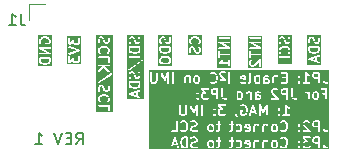
<source format=gbr>
%TF.GenerationSoftware,KiCad,Pcbnew,9.0.3*%
%TF.CreationDate,2025-09-10T00:52:23-04:00*%
%TF.ProjectId,IMU-Magnetometer,494d552d-4d61-4676-9e65-746f6d657465,rev?*%
%TF.SameCoordinates,Original*%
%TF.FileFunction,Legend,Bot*%
%TF.FilePolarity,Positive*%
%FSLAX46Y46*%
G04 Gerber Fmt 4.6, Leading zero omitted, Abs format (unit mm)*
G04 Created by KiCad (PCBNEW 9.0.3) date 2025-09-10 00:52:23*
%MOMM*%
%LPD*%
G01*
G04 APERTURE LIST*
%ADD10C,0.150000*%
%ADD11C,0.120000*%
G04 APERTURE END LIST*
D10*
X-9008207Y-10369819D02*
X-8674874Y-9893628D01*
X-8436779Y-10369819D02*
X-8436779Y-9369819D01*
X-8436779Y-9369819D02*
X-8817731Y-9369819D01*
X-8817731Y-9369819D02*
X-8912969Y-9417438D01*
X-8912969Y-9417438D02*
X-8960588Y-9465057D01*
X-8960588Y-9465057D02*
X-9008207Y-9560295D01*
X-9008207Y-9560295D02*
X-9008207Y-9703152D01*
X-9008207Y-9703152D02*
X-8960588Y-9798390D01*
X-8960588Y-9798390D02*
X-8912969Y-9846009D01*
X-8912969Y-9846009D02*
X-8817731Y-9893628D01*
X-8817731Y-9893628D02*
X-8436779Y-9893628D01*
X-9436779Y-9846009D02*
X-9770112Y-9846009D01*
X-9912969Y-10369819D02*
X-9436779Y-10369819D01*
X-9436779Y-10369819D02*
X-9436779Y-9369819D01*
X-9436779Y-9369819D02*
X-9912969Y-9369819D01*
X-10198684Y-9369819D02*
X-10532017Y-10369819D01*
X-10532017Y-10369819D02*
X-10865350Y-9369819D01*
X-12484398Y-10369819D02*
X-11912970Y-10369819D01*
X-12198684Y-10369819D02*
X-12198684Y-9369819D01*
X-12198684Y-9369819D02*
X-12103446Y-9512676D01*
X-12103446Y-9512676D02*
X-12008208Y-9607914D01*
X-12008208Y-9607914D02*
X-11912970Y-9655533D01*
G36*
X-11323763Y-3265016D02*
G01*
X-11354791Y-3358102D01*
X-11414619Y-3417930D01*
X-11477322Y-3449282D01*
X-11622283Y-3485522D01*
X-11725244Y-3485522D01*
X-11870205Y-3449281D01*
X-11932907Y-3417930D01*
X-11992734Y-3358103D01*
X-12023763Y-3265018D01*
X-12023763Y-3149807D01*
X-11323763Y-3149807D01*
X-11323763Y-3265016D01*
G37*
G36*
X-11079319Y-3729966D02*
G01*
X-12268207Y-3729966D01*
X-12268207Y-3074807D01*
X-12173763Y-3074807D01*
X-12173763Y-3277188D01*
X-12173033Y-3284593D01*
X-12173174Y-3286568D01*
X-12172583Y-3289165D01*
X-12172322Y-3291820D01*
X-12171563Y-3293651D01*
X-12169914Y-3300905D01*
X-12129438Y-3422334D01*
X-12123444Y-3435759D01*
X-12121678Y-3437794D01*
X-12120647Y-3440285D01*
X-12111320Y-3451650D01*
X-12030368Y-3532602D01*
X-12024615Y-3537322D01*
X-12023319Y-3538818D01*
X-12021064Y-3540237D01*
X-12019003Y-3541929D01*
X-12017172Y-3542687D01*
X-12010876Y-3546651D01*
X-11929924Y-3587128D01*
X-11928852Y-3587538D01*
X-11928418Y-3587860D01*
X-11922287Y-3590050D01*
X-11916192Y-3592383D01*
X-11915651Y-3592421D01*
X-11914572Y-3592807D01*
X-11752668Y-3633283D01*
X-11750130Y-3633658D01*
X-11749110Y-3634081D01*
X-11743607Y-3634622D01*
X-11738123Y-3635434D01*
X-11737027Y-3635270D01*
X-11734478Y-3635522D01*
X-11613049Y-3635522D01*
X-11610495Y-3635270D01*
X-11609404Y-3635433D01*
X-11603931Y-3634624D01*
X-11598417Y-3634081D01*
X-11597395Y-3633657D01*
X-11594859Y-3633283D01*
X-11432954Y-3592807D01*
X-11431874Y-3592421D01*
X-11431334Y-3592383D01*
X-11425238Y-3590050D01*
X-11419108Y-3587860D01*
X-11418673Y-3587538D01*
X-11417602Y-3587128D01*
X-11336650Y-3546650D01*
X-11330353Y-3542686D01*
X-11328524Y-3541929D01*
X-11326465Y-3540239D01*
X-11324207Y-3538818D01*
X-11322907Y-3537319D01*
X-11317159Y-3532602D01*
X-11236207Y-3451650D01*
X-11226880Y-3440285D01*
X-11225849Y-3437796D01*
X-11224083Y-3435760D01*
X-11218089Y-3422334D01*
X-11177612Y-3300905D01*
X-11175962Y-3293651D01*
X-11175204Y-3291820D01*
X-11174942Y-3289165D01*
X-11174352Y-3286568D01*
X-11174492Y-3284593D01*
X-11173763Y-3277188D01*
X-11173763Y-3074807D01*
X-11175204Y-3060175D01*
X-11186403Y-3033139D01*
X-11207095Y-3012447D01*
X-11234131Y-3001248D01*
X-11248763Y-2999807D01*
X-12098763Y-2999807D01*
X-12113395Y-3001248D01*
X-12140431Y-3012447D01*
X-12161123Y-3033139D01*
X-12172322Y-3060175D01*
X-12173763Y-3074807D01*
X-12268207Y-3074807D01*
X-12268207Y-2189570D01*
X-12173580Y-2189570D01*
X-12172322Y-2194182D01*
X-12172322Y-2198963D01*
X-12168504Y-2208179D01*
X-12165880Y-2217801D01*
X-12162953Y-2221580D01*
X-12161123Y-2225999D01*
X-12154071Y-2233050D01*
X-12147963Y-2240939D01*
X-12141830Y-2245291D01*
X-12140431Y-2246691D01*
X-12139056Y-2247260D01*
X-12135973Y-2249449D01*
X-11531179Y-2595046D01*
X-12098763Y-2595046D01*
X-12113395Y-2596487D01*
X-12140431Y-2607686D01*
X-12161123Y-2628378D01*
X-12172322Y-2655414D01*
X-12172322Y-2684678D01*
X-12161123Y-2711714D01*
X-12140431Y-2732406D01*
X-12113395Y-2743605D01*
X-12098763Y-2745046D01*
X-11248763Y-2745046D01*
X-11244999Y-2744675D01*
X-11243524Y-2744863D01*
X-11241613Y-2744341D01*
X-11234131Y-2743605D01*
X-11224915Y-2739787D01*
X-11215292Y-2737163D01*
X-11211511Y-2734235D01*
X-11207095Y-2732406D01*
X-11200044Y-2725355D01*
X-11192155Y-2719246D01*
X-11189781Y-2715092D01*
X-11186403Y-2711714D01*
X-11182586Y-2702501D01*
X-11177636Y-2693837D01*
X-11177033Y-2689093D01*
X-11175204Y-2684678D01*
X-11175204Y-2674703D01*
X-11173946Y-2664807D01*
X-11175204Y-2660194D01*
X-11175204Y-2655414D01*
X-11179021Y-2646197D01*
X-11181646Y-2636576D01*
X-11184572Y-2632796D01*
X-11186403Y-2628378D01*
X-11193456Y-2621324D01*
X-11199563Y-2613439D01*
X-11205695Y-2609085D01*
X-11207095Y-2607686D01*
X-11208468Y-2607117D01*
X-11211552Y-2604928D01*
X-11816347Y-2259331D01*
X-11248763Y-2259331D01*
X-11234131Y-2257890D01*
X-11207095Y-2246691D01*
X-11186403Y-2225999D01*
X-11175204Y-2198963D01*
X-11175204Y-2169699D01*
X-11186403Y-2142663D01*
X-11207095Y-2121971D01*
X-11234131Y-2110772D01*
X-11248763Y-2109331D01*
X-12098763Y-2109331D01*
X-12102526Y-2109701D01*
X-12104002Y-2109514D01*
X-12105912Y-2110035D01*
X-12113395Y-2110772D01*
X-12122611Y-2114589D01*
X-12132233Y-2117214D01*
X-12136012Y-2120140D01*
X-12140431Y-2121971D01*
X-12147482Y-2129022D01*
X-12155371Y-2135131D01*
X-12157744Y-2139284D01*
X-12161123Y-2142663D01*
X-12164939Y-2151875D01*
X-12169890Y-2160540D01*
X-12170492Y-2165283D01*
X-12172322Y-2169699D01*
X-12172322Y-2179673D01*
X-12173580Y-2189570D01*
X-12268207Y-2189570D01*
X-12268207Y-1577189D01*
X-12173763Y-1577189D01*
X-12173763Y-1698617D01*
X-12172322Y-1713249D01*
X-12171290Y-1715738D01*
X-12171100Y-1718426D01*
X-12165845Y-1732158D01*
X-12125369Y-1813111D01*
X-12117537Y-1825554D01*
X-12095429Y-1844727D01*
X-12067668Y-1853981D01*
X-12038478Y-1851907D01*
X-12012303Y-1838820D01*
X-11993130Y-1816712D01*
X-11983876Y-1788951D01*
X-11985950Y-1759761D01*
X-11991205Y-1746029D01*
X-12023763Y-1680912D01*
X-12023763Y-1589358D01*
X-11992734Y-1496273D01*
X-11932907Y-1436446D01*
X-11870205Y-1405095D01*
X-11725244Y-1368855D01*
X-11622283Y-1368855D01*
X-11477322Y-1405094D01*
X-11414619Y-1436446D01*
X-11354791Y-1496274D01*
X-11323763Y-1589360D01*
X-11323763Y-1645969D01*
X-11354791Y-1739055D01*
X-11360782Y-1745046D01*
X-11538049Y-1745046D01*
X-11538049Y-1658141D01*
X-11539490Y-1643509D01*
X-11550689Y-1616473D01*
X-11571381Y-1595781D01*
X-11598417Y-1584582D01*
X-11627681Y-1584582D01*
X-11654717Y-1595781D01*
X-11675409Y-1616473D01*
X-11686608Y-1643509D01*
X-11688049Y-1658141D01*
X-11688049Y-1820046D01*
X-11686608Y-1834677D01*
X-11686608Y-1834678D01*
X-11675409Y-1861714D01*
X-11654717Y-1882406D01*
X-11627681Y-1893605D01*
X-11613049Y-1895046D01*
X-11329716Y-1895046D01*
X-11315084Y-1893605D01*
X-11288048Y-1882406D01*
X-11276683Y-1873079D01*
X-11236207Y-1832603D01*
X-11226879Y-1821237D01*
X-11225848Y-1818748D01*
X-11224083Y-1816713D01*
X-11218089Y-1803287D01*
X-11177612Y-1681858D01*
X-11175962Y-1674604D01*
X-11175204Y-1672773D01*
X-11174942Y-1670118D01*
X-11174352Y-1667521D01*
X-11174492Y-1665546D01*
X-11173763Y-1658141D01*
X-11173763Y-1577189D01*
X-11174492Y-1569783D01*
X-11174352Y-1567809D01*
X-11174942Y-1565211D01*
X-11175204Y-1562557D01*
X-11175962Y-1560725D01*
X-11177612Y-1553472D01*
X-11218089Y-1432043D01*
X-11224083Y-1418617D01*
X-11225849Y-1416580D01*
X-11226880Y-1414092D01*
X-11236207Y-1402727D01*
X-11317159Y-1321775D01*
X-11322907Y-1317057D01*
X-11324207Y-1315559D01*
X-11326465Y-1314137D01*
X-11328524Y-1312448D01*
X-11330353Y-1311690D01*
X-11336650Y-1307727D01*
X-11417602Y-1267249D01*
X-11418673Y-1266838D01*
X-11419108Y-1266517D01*
X-11425238Y-1264326D01*
X-11431334Y-1261994D01*
X-11431874Y-1261955D01*
X-11432954Y-1261570D01*
X-11594859Y-1221094D01*
X-11597395Y-1220719D01*
X-11598417Y-1220296D01*
X-11603931Y-1219752D01*
X-11609404Y-1218944D01*
X-11610495Y-1219106D01*
X-11613049Y-1218855D01*
X-11734478Y-1218855D01*
X-11737027Y-1219106D01*
X-11738123Y-1218943D01*
X-11743607Y-1219754D01*
X-11749110Y-1220296D01*
X-11750130Y-1220718D01*
X-11752668Y-1221094D01*
X-11914572Y-1261570D01*
X-11915651Y-1261955D01*
X-11916192Y-1261994D01*
X-11922287Y-1264326D01*
X-11928418Y-1266517D01*
X-11928852Y-1266838D01*
X-11929924Y-1267249D01*
X-12010876Y-1307726D01*
X-12017172Y-1311689D01*
X-12019003Y-1312448D01*
X-12021064Y-1314139D01*
X-12023319Y-1315559D01*
X-12024615Y-1317054D01*
X-12030368Y-1321775D01*
X-12111320Y-1402727D01*
X-12120647Y-1414092D01*
X-12121678Y-1416582D01*
X-12123444Y-1418618D01*
X-12129438Y-1432043D01*
X-12169914Y-1553472D01*
X-12171563Y-1560725D01*
X-12172322Y-1562557D01*
X-12172583Y-1565211D01*
X-12173174Y-1567809D01*
X-12173033Y-1569783D01*
X-12173763Y-1577189D01*
X-12268207Y-1577189D01*
X-12268207Y-1124411D01*
X-11079319Y-1124411D01*
X-11079319Y-3729966D01*
G37*
G36*
X-1208535Y-3061577D02*
G01*
X-1150879Y-3119234D01*
X-1123763Y-3173464D01*
X-1123763Y-3299960D01*
X-1150879Y-3354190D01*
X-1208535Y-3411847D01*
X-1341331Y-3445046D01*
X-1606196Y-3445046D01*
X-1738991Y-3411847D01*
X-1796647Y-3354190D01*
X-1823763Y-3299960D01*
X-1823763Y-3173465D01*
X-1796647Y-3119234D01*
X-1738991Y-3061577D01*
X-1606196Y-3028379D01*
X-1341331Y-3028379D01*
X-1208535Y-3061577D01*
G37*
G36*
X-1123763Y-2334064D02*
G01*
X-1154791Y-2427150D01*
X-1214619Y-2486978D01*
X-1277322Y-2518330D01*
X-1422283Y-2554570D01*
X-1525244Y-2554570D01*
X-1670205Y-2518329D01*
X-1732907Y-2486978D01*
X-1792734Y-2427151D01*
X-1823763Y-2334066D01*
X-1823763Y-2218855D01*
X-1123763Y-2218855D01*
X-1123763Y-2334064D01*
G37*
G36*
X-879319Y-3689490D02*
G01*
X-2068207Y-3689490D01*
X-2068207Y-3155760D01*
X-1973763Y-3155760D01*
X-1973763Y-3317665D01*
X-1972322Y-3332297D01*
X-1971290Y-3334786D01*
X-1971100Y-3337474D01*
X-1965845Y-3351206D01*
X-1925369Y-3432158D01*
X-1921405Y-3438454D01*
X-1920648Y-3440284D01*
X-1918958Y-3442342D01*
X-1917537Y-3444601D01*
X-1916038Y-3445900D01*
X-1911320Y-3451650D01*
X-1830368Y-3532603D01*
X-1819003Y-3541930D01*
X-1813851Y-3544063D01*
X-1809371Y-3547384D01*
X-1795525Y-3552331D01*
X-1633620Y-3592807D01*
X-1631082Y-3593182D01*
X-1630062Y-3593605D01*
X-1624559Y-3594146D01*
X-1619075Y-3594958D01*
X-1617979Y-3594794D01*
X-1615430Y-3595046D01*
X-1332097Y-3595046D01*
X-1329543Y-3594794D01*
X-1328452Y-3594957D01*
X-1322979Y-3594148D01*
X-1317465Y-3593605D01*
X-1316443Y-3593181D01*
X-1313907Y-3592807D01*
X-1152002Y-3552331D01*
X-1138156Y-3547384D01*
X-1133674Y-3544063D01*
X-1128524Y-3541930D01*
X-1117159Y-3532603D01*
X-1036207Y-3451650D01*
X-1031486Y-3445897D01*
X-1029991Y-3444601D01*
X-1028571Y-3442346D01*
X-1026879Y-3440284D01*
X-1026120Y-3438453D01*
X-1022158Y-3432159D01*
X-981681Y-3351206D01*
X-976426Y-3337475D01*
X-976234Y-3334785D01*
X-975204Y-3332297D01*
X-973763Y-3317665D01*
X-973763Y-3155760D01*
X-975204Y-3141128D01*
X-976234Y-3138639D01*
X-976426Y-3135950D01*
X-981681Y-3122219D01*
X-1022158Y-3041266D01*
X-1026120Y-3034971D01*
X-1026879Y-3033141D01*
X-1028571Y-3031078D01*
X-1029991Y-3028824D01*
X-1031486Y-3027527D01*
X-1036207Y-3021775D01*
X-1117159Y-2940822D01*
X-1128524Y-2931495D01*
X-1133674Y-2929361D01*
X-1138156Y-2926041D01*
X-1152002Y-2921094D01*
X-1313907Y-2880618D01*
X-1316443Y-2880243D01*
X-1317465Y-2879820D01*
X-1322979Y-2879276D01*
X-1328452Y-2878468D01*
X-1329543Y-2878630D01*
X-1332097Y-2878379D01*
X-1615430Y-2878379D01*
X-1617979Y-2878630D01*
X-1619075Y-2878467D01*
X-1624559Y-2879278D01*
X-1630062Y-2879820D01*
X-1631082Y-2880242D01*
X-1633620Y-2880618D01*
X-1795525Y-2921094D01*
X-1809371Y-2926041D01*
X-1813851Y-2929361D01*
X-1819003Y-2931495D01*
X-1830368Y-2940822D01*
X-1911320Y-3021775D01*
X-1916038Y-3027524D01*
X-1917537Y-3028824D01*
X-1918958Y-3031082D01*
X-1920648Y-3033141D01*
X-1921405Y-3034970D01*
X-1925369Y-3041267D01*
X-1965845Y-3122219D01*
X-1971100Y-3135951D01*
X-1971290Y-3138638D01*
X-1972322Y-3141128D01*
X-1973763Y-3155760D01*
X-2068207Y-3155760D01*
X-2068207Y-2143855D01*
X-1973763Y-2143855D01*
X-1973763Y-2346236D01*
X-1973033Y-2353641D01*
X-1973174Y-2355616D01*
X-1972583Y-2358213D01*
X-1972322Y-2360868D01*
X-1971563Y-2362699D01*
X-1969914Y-2369953D01*
X-1929438Y-2491382D01*
X-1923444Y-2504807D01*
X-1921678Y-2506842D01*
X-1920647Y-2509333D01*
X-1911320Y-2520698D01*
X-1830368Y-2601650D01*
X-1824615Y-2606370D01*
X-1823319Y-2607866D01*
X-1821064Y-2609285D01*
X-1819003Y-2610977D01*
X-1817172Y-2611735D01*
X-1810876Y-2615699D01*
X-1729924Y-2656176D01*
X-1728852Y-2656586D01*
X-1728418Y-2656908D01*
X-1722287Y-2659098D01*
X-1716192Y-2661431D01*
X-1715651Y-2661469D01*
X-1714572Y-2661855D01*
X-1552668Y-2702331D01*
X-1550130Y-2702706D01*
X-1549110Y-2703129D01*
X-1543607Y-2703670D01*
X-1538123Y-2704482D01*
X-1537027Y-2704318D01*
X-1534478Y-2704570D01*
X-1413049Y-2704570D01*
X-1410495Y-2704318D01*
X-1409404Y-2704481D01*
X-1403931Y-2703672D01*
X-1398417Y-2703129D01*
X-1397395Y-2702705D01*
X-1394859Y-2702331D01*
X-1232954Y-2661855D01*
X-1231874Y-2661469D01*
X-1231334Y-2661431D01*
X-1225238Y-2659098D01*
X-1219108Y-2656908D01*
X-1218673Y-2656586D01*
X-1217602Y-2656176D01*
X-1136650Y-2615698D01*
X-1130353Y-2611734D01*
X-1128524Y-2610977D01*
X-1126465Y-2609287D01*
X-1124207Y-2607866D01*
X-1122907Y-2606367D01*
X-1117159Y-2601650D01*
X-1036207Y-2520698D01*
X-1026880Y-2509333D01*
X-1025849Y-2506844D01*
X-1024083Y-2504808D01*
X-1018089Y-2491382D01*
X-977612Y-2369953D01*
X-975962Y-2362699D01*
X-975204Y-2360868D01*
X-974942Y-2358213D01*
X-974352Y-2355616D01*
X-974492Y-2353641D01*
X-973763Y-2346236D01*
X-973763Y-2143855D01*
X-975204Y-2129223D01*
X-986403Y-2102187D01*
X-1007095Y-2081495D01*
X-1034131Y-2070296D01*
X-1048763Y-2068855D01*
X-1898763Y-2068855D01*
X-1913395Y-2070296D01*
X-1940431Y-2081495D01*
X-1961123Y-2102187D01*
X-1972322Y-2129223D01*
X-1973763Y-2143855D01*
X-2068207Y-2143855D01*
X-2068207Y-1455760D01*
X-1973763Y-1455760D01*
X-1973763Y-1658141D01*
X-1973033Y-1665546D01*
X-1973174Y-1667521D01*
X-1972583Y-1670118D01*
X-1972322Y-1672773D01*
X-1971563Y-1674604D01*
X-1969914Y-1681858D01*
X-1929438Y-1803287D01*
X-1923444Y-1816712D01*
X-1904271Y-1838819D01*
X-1878097Y-1851906D01*
X-1848907Y-1853981D01*
X-1821145Y-1844727D01*
X-1799038Y-1825553D01*
X-1785951Y-1799380D01*
X-1783876Y-1770190D01*
X-1787136Y-1755853D01*
X-1823763Y-1645971D01*
X-1823763Y-1473465D01*
X-1796647Y-1419234D01*
X-1773383Y-1395969D01*
X-1719154Y-1368855D01*
X-1673611Y-1368855D01*
X-1619381Y-1395969D01*
X-1596117Y-1419234D01*
X-1564765Y-1481934D01*
X-1526286Y-1635855D01*
X-1525900Y-1636934D01*
X-1525862Y-1637474D01*
X-1523534Y-1643555D01*
X-1521339Y-1649701D01*
X-1521016Y-1650136D01*
X-1520607Y-1651206D01*
X-1480131Y-1732158D01*
X-1476166Y-1738457D01*
X-1475409Y-1740285D01*
X-1473720Y-1742341D01*
X-1472299Y-1744601D01*
X-1470800Y-1745900D01*
X-1466082Y-1751650D01*
X-1425606Y-1792126D01*
X-1419853Y-1796846D01*
X-1418557Y-1798342D01*
X-1416302Y-1799760D01*
X-1414240Y-1801454D01*
X-1412408Y-1802212D01*
X-1406114Y-1806175D01*
X-1325162Y-1846652D01*
X-1311430Y-1851907D01*
X-1308740Y-1852098D01*
X-1306252Y-1853129D01*
X-1291620Y-1854570D01*
X-1210668Y-1854570D01*
X-1196036Y-1853129D01*
X-1193547Y-1852098D01*
X-1190858Y-1851907D01*
X-1177126Y-1846652D01*
X-1096174Y-1806174D01*
X-1089877Y-1802210D01*
X-1088048Y-1801453D01*
X-1085989Y-1799763D01*
X-1083731Y-1798342D01*
X-1082431Y-1796843D01*
X-1076683Y-1792126D01*
X-1036207Y-1751650D01*
X-1031486Y-1745897D01*
X-1029991Y-1744601D01*
X-1028571Y-1742346D01*
X-1026879Y-1740284D01*
X-1026120Y-1738453D01*
X-1022158Y-1732159D01*
X-981681Y-1651206D01*
X-976426Y-1637475D01*
X-976234Y-1634785D01*
X-975204Y-1632297D01*
X-973763Y-1617665D01*
X-973763Y-1415284D01*
X-974492Y-1407878D01*
X-974352Y-1405904D01*
X-974942Y-1403306D01*
X-975204Y-1400652D01*
X-975962Y-1398820D01*
X-977612Y-1391567D01*
X-1018089Y-1270138D01*
X-1024083Y-1256712D01*
X-1043257Y-1234605D01*
X-1069431Y-1221518D01*
X-1098621Y-1219444D01*
X-1126383Y-1228698D01*
X-1148490Y-1247872D01*
X-1161577Y-1274046D01*
X-1163651Y-1303236D01*
X-1160391Y-1317572D01*
X-1123763Y-1427455D01*
X-1123763Y-1599960D01*
X-1150879Y-1654190D01*
X-1174143Y-1677454D01*
X-1228374Y-1704570D01*
X-1273915Y-1704570D01*
X-1328145Y-1677454D01*
X-1351410Y-1654190D01*
X-1382760Y-1591489D01*
X-1421240Y-1437570D01*
X-1421625Y-1436490D01*
X-1421664Y-1435950D01*
X-1423994Y-1429860D01*
X-1426187Y-1423724D01*
X-1426509Y-1423288D01*
X-1426919Y-1422219D01*
X-1467396Y-1341266D01*
X-1471358Y-1334971D01*
X-1472117Y-1333141D01*
X-1473809Y-1331078D01*
X-1475229Y-1328824D01*
X-1476724Y-1327527D01*
X-1481445Y-1321775D01*
X-1521920Y-1281299D01*
X-1527669Y-1276580D01*
X-1528970Y-1275081D01*
X-1531229Y-1273658D01*
X-1533286Y-1271971D01*
X-1535113Y-1271213D01*
X-1541413Y-1267249D01*
X-1622365Y-1226773D01*
X-1636097Y-1221518D01*
X-1638784Y-1221327D01*
X-1641274Y-1220296D01*
X-1655906Y-1218855D01*
X-1736859Y-1218855D01*
X-1751491Y-1220296D01*
X-1753980Y-1221327D01*
X-1756668Y-1221518D01*
X-1770400Y-1226773D01*
X-1851352Y-1267249D01*
X-1857649Y-1271212D01*
X-1859480Y-1271971D01*
X-1861539Y-1273661D01*
X-1863795Y-1275081D01*
X-1865093Y-1276578D01*
X-1870845Y-1281299D01*
X-1911321Y-1321776D01*
X-1916038Y-1327524D01*
X-1917537Y-1328824D01*
X-1918958Y-1331082D01*
X-1920648Y-1333141D01*
X-1921405Y-1334970D01*
X-1925369Y-1341267D01*
X-1965845Y-1422219D01*
X-1971100Y-1435951D01*
X-1971290Y-1438638D01*
X-1972322Y-1441128D01*
X-1973763Y-1455760D01*
X-2068207Y-1455760D01*
X-2068207Y-1124411D01*
X-879319Y-1124411D01*
X-879319Y-3689490D01*
G37*
G36*
X1620680Y-2799014D02*
G01*
X431792Y-2799014D01*
X431792Y-2305760D01*
X526236Y-2305760D01*
X526236Y-2508141D01*
X526965Y-2515546D01*
X526825Y-2517521D01*
X527415Y-2520118D01*
X527677Y-2522773D01*
X528435Y-2524604D01*
X530085Y-2531858D01*
X570561Y-2653287D01*
X576555Y-2666712D01*
X595728Y-2688819D01*
X621902Y-2701906D01*
X651092Y-2703981D01*
X678854Y-2694727D01*
X700961Y-2675553D01*
X714048Y-2649380D01*
X716123Y-2620190D01*
X712863Y-2605853D01*
X676236Y-2495971D01*
X676236Y-2323465D01*
X703351Y-2269234D01*
X726615Y-2245969D01*
X780845Y-2218855D01*
X826388Y-2218855D01*
X880617Y-2245969D01*
X903881Y-2269234D01*
X935233Y-2331934D01*
X973713Y-2485855D01*
X974098Y-2486934D01*
X974137Y-2487474D01*
X976464Y-2493555D01*
X978660Y-2499701D01*
X978982Y-2500136D01*
X979392Y-2501206D01*
X1019868Y-2582158D01*
X1023832Y-2588457D01*
X1024590Y-2590285D01*
X1026278Y-2592341D01*
X1027700Y-2594601D01*
X1029198Y-2595900D01*
X1033917Y-2601650D01*
X1074393Y-2642126D01*
X1080145Y-2646846D01*
X1081442Y-2648342D01*
X1083696Y-2649760D01*
X1085759Y-2651454D01*
X1087590Y-2652212D01*
X1093885Y-2656175D01*
X1174837Y-2696652D01*
X1188569Y-2701907D01*
X1191258Y-2702098D01*
X1193747Y-2703129D01*
X1208379Y-2704570D01*
X1289331Y-2704570D01*
X1303963Y-2703129D01*
X1306451Y-2702098D01*
X1309141Y-2701907D01*
X1322873Y-2696652D01*
X1403825Y-2656174D01*
X1410118Y-2652212D01*
X1411950Y-2651454D01*
X1414010Y-2649762D01*
X1416268Y-2648342D01*
X1417566Y-2646844D01*
X1423315Y-2642127D01*
X1463792Y-2601651D01*
X1468512Y-2595899D01*
X1470010Y-2594601D01*
X1471429Y-2592345D01*
X1473120Y-2590286D01*
X1473878Y-2588455D01*
X1477842Y-2582158D01*
X1518318Y-2501206D01*
X1523573Y-2487474D01*
X1523763Y-2484786D01*
X1524795Y-2482297D01*
X1526236Y-2467665D01*
X1526236Y-2265284D01*
X1525506Y-2257878D01*
X1525647Y-2255904D01*
X1525056Y-2253306D01*
X1524795Y-2250652D01*
X1524036Y-2248820D01*
X1522387Y-2241567D01*
X1481911Y-2120138D01*
X1475917Y-2106713D01*
X1456743Y-2084605D01*
X1430570Y-2071519D01*
X1401380Y-2069444D01*
X1373618Y-2078698D01*
X1351510Y-2097872D01*
X1338424Y-2124045D01*
X1336349Y-2153235D01*
X1339609Y-2167572D01*
X1376236Y-2277453D01*
X1376236Y-2449960D01*
X1349121Y-2504189D01*
X1325856Y-2527453D01*
X1271625Y-2554570D01*
X1226084Y-2554570D01*
X1171853Y-2527454D01*
X1148589Y-2504190D01*
X1117238Y-2441489D01*
X1078759Y-2287570D01*
X1078373Y-2286490D01*
X1078335Y-2285950D01*
X1076004Y-2279860D01*
X1073812Y-2273724D01*
X1073489Y-2273288D01*
X1073080Y-2272219D01*
X1032603Y-2191266D01*
X1028640Y-2184971D01*
X1027882Y-2183141D01*
X1026189Y-2181078D01*
X1024770Y-2178824D01*
X1023274Y-2177527D01*
X1018554Y-2171775D01*
X978079Y-2131299D01*
X972329Y-2126580D01*
X971029Y-2125081D01*
X968769Y-2123658D01*
X966713Y-2121971D01*
X964885Y-2121213D01*
X958586Y-2117249D01*
X877634Y-2076773D01*
X863902Y-2071518D01*
X861214Y-2071327D01*
X858725Y-2070296D01*
X844093Y-2068855D01*
X763140Y-2068855D01*
X748508Y-2070296D01*
X746018Y-2071327D01*
X743331Y-2071518D01*
X729599Y-2076773D01*
X648647Y-2117249D01*
X642349Y-2121212D01*
X640519Y-2121971D01*
X638459Y-2123661D01*
X636204Y-2125081D01*
X634905Y-2126578D01*
X629154Y-2131299D01*
X588678Y-2171776D01*
X583960Y-2177524D01*
X582462Y-2178824D01*
X581040Y-2181082D01*
X579351Y-2183141D01*
X578593Y-2184970D01*
X574630Y-2191267D01*
X534154Y-2272219D01*
X528899Y-2285951D01*
X528708Y-2288638D01*
X527677Y-2291128D01*
X526236Y-2305760D01*
X431792Y-2305760D01*
X431792Y-1577189D01*
X526236Y-1577189D01*
X526236Y-1658141D01*
X526965Y-1665546D01*
X526825Y-1667521D01*
X527415Y-1670118D01*
X527677Y-1672773D01*
X528435Y-1674604D01*
X530085Y-1681858D01*
X570561Y-1803287D01*
X576555Y-1816712D01*
X578320Y-1818747D01*
X579352Y-1821238D01*
X588679Y-1832603D01*
X629155Y-1873079D01*
X640521Y-1882407D01*
X667557Y-1893605D01*
X696820Y-1893605D01*
X723856Y-1882407D01*
X744549Y-1861714D01*
X755747Y-1834678D01*
X755747Y-1805415D01*
X744549Y-1778379D01*
X735221Y-1767013D01*
X707264Y-1739056D01*
X676236Y-1645971D01*
X676236Y-1589358D01*
X707264Y-1496273D01*
X767091Y-1436446D01*
X829793Y-1405095D01*
X974755Y-1368855D01*
X1077716Y-1368855D01*
X1222676Y-1405094D01*
X1285380Y-1436446D01*
X1345208Y-1496274D01*
X1376236Y-1589358D01*
X1376236Y-1645971D01*
X1345208Y-1739055D01*
X1317251Y-1767012D01*
X1307923Y-1778378D01*
X1296724Y-1805414D01*
X1296724Y-1834677D01*
X1307922Y-1861713D01*
X1328615Y-1882406D01*
X1355651Y-1893605D01*
X1384914Y-1893605D01*
X1411950Y-1882407D01*
X1423315Y-1873080D01*
X1463792Y-1832604D01*
X1473120Y-1821239D01*
X1474152Y-1818746D01*
X1475917Y-1816712D01*
X1481911Y-1803287D01*
X1522387Y-1681858D01*
X1524036Y-1674604D01*
X1524795Y-1672773D01*
X1525056Y-1670118D01*
X1525647Y-1667521D01*
X1525506Y-1665546D01*
X1526236Y-1658141D01*
X1526236Y-1577189D01*
X1525506Y-1569783D01*
X1525647Y-1567809D01*
X1525056Y-1565211D01*
X1524795Y-1562557D01*
X1524036Y-1560725D01*
X1522387Y-1553472D01*
X1481911Y-1432043D01*
X1475917Y-1418618D01*
X1474151Y-1416582D01*
X1473120Y-1414092D01*
X1463793Y-1402727D01*
X1382840Y-1321775D01*
X1377090Y-1317056D01*
X1375792Y-1315559D01*
X1373534Y-1314138D01*
X1371474Y-1312447D01*
X1369642Y-1311688D01*
X1363349Y-1307727D01*
X1282397Y-1267249D01*
X1281325Y-1266838D01*
X1280891Y-1266517D01*
X1274760Y-1264326D01*
X1268665Y-1261994D01*
X1268124Y-1261955D01*
X1267045Y-1261570D01*
X1105140Y-1221094D01*
X1102603Y-1220719D01*
X1101582Y-1220296D01*
X1096067Y-1219752D01*
X1090595Y-1218944D01*
X1089503Y-1219106D01*
X1086950Y-1218855D01*
X965521Y-1218855D01*
X962971Y-1219106D01*
X961876Y-1218943D01*
X956391Y-1219754D01*
X950889Y-1220296D01*
X949868Y-1220718D01*
X947331Y-1221094D01*
X785427Y-1261570D01*
X784347Y-1261955D01*
X783807Y-1261994D01*
X777711Y-1264326D01*
X771581Y-1266517D01*
X771146Y-1266838D01*
X770075Y-1267249D01*
X689123Y-1307726D01*
X682826Y-1311689D01*
X680996Y-1312448D01*
X678934Y-1314139D01*
X676680Y-1315559D01*
X675383Y-1317054D01*
X669631Y-1321775D01*
X588679Y-1402727D01*
X579352Y-1414092D01*
X578320Y-1416582D01*
X576555Y-1418618D01*
X570561Y-1432043D01*
X530085Y-1553472D01*
X528435Y-1560725D01*
X527677Y-1562557D01*
X527415Y-1565211D01*
X526825Y-1567809D01*
X526965Y-1569783D01*
X526236Y-1577189D01*
X431792Y-1577189D01*
X431792Y-1124411D01*
X1620680Y-1124411D01*
X1620680Y-2799014D01*
G37*
G36*
X4120680Y-3890430D02*
G01*
X2931792Y-3890430D01*
X2931792Y-3479490D01*
X3026236Y-3479490D01*
X3027677Y-3486774D01*
X3027677Y-3494201D01*
X3030489Y-3500989D01*
X3031915Y-3508198D01*
X3036034Y-3514376D01*
X3038876Y-3521237D01*
X3044071Y-3526432D01*
X3048148Y-3532547D01*
X3054317Y-3536678D01*
X3059568Y-3541929D01*
X3066357Y-3544741D01*
X3072463Y-3548830D01*
X3079743Y-3550286D01*
X3086604Y-3553128D01*
X3101080Y-3554553D01*
X3101157Y-3554569D01*
X3101183Y-3554563D01*
X3101236Y-3554569D01*
X3876236Y-3554569D01*
X3876236Y-3722427D01*
X3877677Y-3737059D01*
X3888876Y-3764095D01*
X3909568Y-3784787D01*
X3936604Y-3795986D01*
X3965868Y-3795986D01*
X3992904Y-3784787D01*
X4013596Y-3764095D01*
X4024795Y-3737059D01*
X4026236Y-3722427D01*
X4026236Y-3236712D01*
X4024795Y-3222080D01*
X4013596Y-3195044D01*
X3992904Y-3174352D01*
X3965868Y-3163153D01*
X3936604Y-3163153D01*
X3909568Y-3174352D01*
X3888876Y-3195044D01*
X3877677Y-3222080D01*
X3876236Y-3236712D01*
X3876236Y-3404569D01*
X3322779Y-3404569D01*
X3356650Y-3370698D01*
X3361368Y-3364948D01*
X3362867Y-3363649D01*
X3364288Y-3361389D01*
X3365977Y-3359333D01*
X3366734Y-3357505D01*
X3370699Y-3351206D01*
X3411175Y-3270253D01*
X3416430Y-3256521D01*
X3418504Y-3227331D01*
X3409250Y-3199570D01*
X3390077Y-3177462D01*
X3363902Y-3164375D01*
X3334712Y-3162301D01*
X3306951Y-3171555D01*
X3284843Y-3190728D01*
X3277011Y-3203171D01*
X3241977Y-3273237D01*
X3174884Y-3340330D01*
X3059633Y-3417165D01*
X3059590Y-3417199D01*
X3059568Y-3417209D01*
X3059516Y-3417260D01*
X3048258Y-3426481D01*
X3044126Y-3432650D01*
X3038876Y-3437901D01*
X3036063Y-3444690D01*
X3031975Y-3450796D01*
X3030518Y-3458076D01*
X3027677Y-3464937D01*
X3027677Y-3472285D01*
X3026236Y-3479490D01*
X2931792Y-3479490D01*
X2931792Y-2508141D01*
X3026236Y-2508141D01*
X3026236Y-2993855D01*
X3027677Y-3008487D01*
X3038876Y-3035523D01*
X3059568Y-3056215D01*
X3086604Y-3067414D01*
X3115868Y-3067414D01*
X3142904Y-3056215D01*
X3163596Y-3035523D01*
X3174795Y-3008487D01*
X3176236Y-2993855D01*
X3176236Y-2825998D01*
X3951236Y-2825998D01*
X3965868Y-2824557D01*
X3992904Y-2813358D01*
X4013596Y-2792666D01*
X4024795Y-2765630D01*
X4024795Y-2736366D01*
X4013596Y-2709330D01*
X3992904Y-2688638D01*
X3965868Y-2677439D01*
X3951236Y-2675998D01*
X3176236Y-2675998D01*
X3176236Y-2508141D01*
X3174795Y-2493509D01*
X3163596Y-2466473D01*
X3142904Y-2445781D01*
X3115868Y-2434582D01*
X3086604Y-2434582D01*
X3059568Y-2445781D01*
X3038876Y-2466473D01*
X3027677Y-2493509D01*
X3026236Y-2508141D01*
X2931792Y-2508141D01*
X2931792Y-1744332D01*
X3026419Y-1744332D01*
X3027677Y-1748944D01*
X3027677Y-1753725D01*
X3031494Y-1762941D01*
X3034119Y-1772563D01*
X3037045Y-1776342D01*
X3038876Y-1780761D01*
X3045927Y-1787812D01*
X3052036Y-1795701D01*
X3058168Y-1800053D01*
X3059568Y-1801453D01*
X3060942Y-1802022D01*
X3064026Y-1804211D01*
X3668820Y-2149808D01*
X3101236Y-2149808D01*
X3086604Y-2151249D01*
X3059568Y-2162448D01*
X3038876Y-2183140D01*
X3027677Y-2210176D01*
X3027677Y-2239440D01*
X3038876Y-2266476D01*
X3059568Y-2287168D01*
X3086604Y-2298367D01*
X3101236Y-2299808D01*
X3951236Y-2299808D01*
X3954999Y-2299437D01*
X3956475Y-2299625D01*
X3958385Y-2299103D01*
X3965868Y-2298367D01*
X3975083Y-2294549D01*
X3984707Y-2291925D01*
X3988487Y-2288997D01*
X3992904Y-2287168D01*
X3999954Y-2280117D01*
X4007844Y-2274008D01*
X4010217Y-2269854D01*
X4013596Y-2266476D01*
X4017412Y-2257263D01*
X4022363Y-2248599D01*
X4022965Y-2243855D01*
X4024795Y-2239440D01*
X4024795Y-2229465D01*
X4026053Y-2219569D01*
X4024795Y-2214956D01*
X4024795Y-2210176D01*
X4020977Y-2200959D01*
X4018353Y-2191338D01*
X4015426Y-2187558D01*
X4013596Y-2183140D01*
X4006542Y-2176086D01*
X4000436Y-2168201D01*
X3994303Y-2163847D01*
X3992904Y-2162448D01*
X3991530Y-2161879D01*
X3988447Y-2159690D01*
X3383652Y-1814093D01*
X3951236Y-1814093D01*
X3965868Y-1812652D01*
X3992904Y-1801453D01*
X4013596Y-1780761D01*
X4024795Y-1753725D01*
X4024795Y-1724461D01*
X4013596Y-1697425D01*
X3992904Y-1676733D01*
X3965868Y-1665534D01*
X3951236Y-1664093D01*
X3101236Y-1664093D01*
X3097472Y-1664463D01*
X3095997Y-1664276D01*
X3094086Y-1664797D01*
X3086604Y-1665534D01*
X3077387Y-1669351D01*
X3067766Y-1671976D01*
X3063986Y-1674902D01*
X3059568Y-1676733D01*
X3052516Y-1683784D01*
X3044628Y-1689893D01*
X3042254Y-1694046D01*
X3038876Y-1697425D01*
X3035059Y-1706637D01*
X3030109Y-1715302D01*
X3029506Y-1720045D01*
X3027677Y-1724461D01*
X3027677Y-1734435D01*
X3026419Y-1744332D01*
X2931792Y-1744332D01*
X2931792Y-1319699D01*
X3027677Y-1319699D01*
X3027677Y-1348963D01*
X3038876Y-1375999D01*
X3059568Y-1396691D01*
X3086604Y-1407890D01*
X3101236Y-1409331D01*
X3951236Y-1409331D01*
X3965868Y-1407890D01*
X3992904Y-1396691D01*
X4013596Y-1375999D01*
X4024795Y-1348963D01*
X4024795Y-1319699D01*
X4013596Y-1292663D01*
X3992904Y-1271971D01*
X3965868Y-1260772D01*
X3951236Y-1259331D01*
X3101236Y-1259331D01*
X3086604Y-1260772D01*
X3059568Y-1271971D01*
X3038876Y-1292663D01*
X3027677Y-1319699D01*
X2931792Y-1319699D01*
X2931792Y-1164887D01*
X4120680Y-1164887D01*
X4120680Y-3890430D01*
G37*
G36*
X-5876938Y-7654715D02*
G01*
X-7308684Y-7654715D01*
X-7308684Y-7067318D01*
X-7172322Y-7067318D01*
X-7172322Y-7096582D01*
X-7161123Y-7123618D01*
X-7140431Y-7144310D01*
X-7113395Y-7155509D01*
X-7098763Y-7156950D01*
X-6323763Y-7156950D01*
X-6323763Y-7486712D01*
X-6322322Y-7501344D01*
X-6311123Y-7528380D01*
X-6290431Y-7549072D01*
X-6263395Y-7560271D01*
X-6234131Y-7560271D01*
X-6207095Y-7549072D01*
X-6186403Y-7528380D01*
X-6175204Y-7501344D01*
X-6173763Y-7486712D01*
X-6173763Y-7081950D01*
X-6175204Y-7067318D01*
X-6186403Y-7040282D01*
X-6207095Y-7019590D01*
X-6234131Y-7008391D01*
X-6248763Y-7006950D01*
X-7098763Y-7006950D01*
X-7113395Y-7008391D01*
X-7140431Y-7019590D01*
X-7161123Y-7040282D01*
X-7172322Y-7067318D01*
X-7308684Y-7067318D01*
X-7308684Y-6474808D01*
X-7173763Y-6474808D01*
X-7173763Y-6555760D01*
X-7173033Y-6563165D01*
X-7173174Y-6565140D01*
X-7172583Y-6567737D01*
X-7172322Y-6570392D01*
X-7171563Y-6572223D01*
X-7169914Y-6579477D01*
X-7129438Y-6700906D01*
X-7123444Y-6714331D01*
X-7121678Y-6716366D01*
X-7120647Y-6718857D01*
X-7111320Y-6730222D01*
X-7070844Y-6770698D01*
X-7059478Y-6780026D01*
X-7032442Y-6791224D01*
X-7003179Y-6791224D01*
X-6976143Y-6780026D01*
X-6955450Y-6759333D01*
X-6944252Y-6732297D01*
X-6944252Y-6703034D01*
X-6955450Y-6675998D01*
X-6964778Y-6664632D01*
X-6992734Y-6636675D01*
X-7023763Y-6543590D01*
X-7023763Y-6486977D01*
X-6992734Y-6393892D01*
X-6932907Y-6334065D01*
X-6870205Y-6302714D01*
X-6725244Y-6266474D01*
X-6622283Y-6266474D01*
X-6477322Y-6302713D01*
X-6414619Y-6334065D01*
X-6354791Y-6393893D01*
X-6323763Y-6486979D01*
X-6323763Y-6543588D01*
X-6354791Y-6636674D01*
X-6382749Y-6664632D01*
X-6392076Y-6675997D01*
X-6403275Y-6703034D01*
X-6403275Y-6732296D01*
X-6392076Y-6759333D01*
X-6371384Y-6780025D01*
X-6344347Y-6791224D01*
X-6315085Y-6791224D01*
X-6288048Y-6780025D01*
X-6276683Y-6770698D01*
X-6236207Y-6730222D01*
X-6226879Y-6718856D01*
X-6225848Y-6716367D01*
X-6224083Y-6714332D01*
X-6218089Y-6700906D01*
X-6177612Y-6579477D01*
X-6175962Y-6572223D01*
X-6175204Y-6570392D01*
X-6174942Y-6567737D01*
X-6174352Y-6565140D01*
X-6174492Y-6563165D01*
X-6173763Y-6555760D01*
X-6173763Y-6474808D01*
X-6174492Y-6467402D01*
X-6174352Y-6465428D01*
X-6174942Y-6462830D01*
X-6175204Y-6460176D01*
X-6175962Y-6458344D01*
X-6177612Y-6451091D01*
X-6218089Y-6329662D01*
X-6224083Y-6316236D01*
X-6225849Y-6314199D01*
X-6226880Y-6311711D01*
X-6236207Y-6300346D01*
X-6317159Y-6219394D01*
X-6322907Y-6214676D01*
X-6324207Y-6213178D01*
X-6326465Y-6211756D01*
X-6328524Y-6210067D01*
X-6330353Y-6209309D01*
X-6336650Y-6205346D01*
X-6417602Y-6164868D01*
X-6418673Y-6164457D01*
X-6419108Y-6164136D01*
X-6425238Y-6161945D01*
X-6431334Y-6159613D01*
X-6431874Y-6159574D01*
X-6432954Y-6159189D01*
X-6594859Y-6118713D01*
X-6597395Y-6118338D01*
X-6598417Y-6117915D01*
X-6603931Y-6117371D01*
X-6609404Y-6116563D01*
X-6610495Y-6116725D01*
X-6613049Y-6116474D01*
X-6734478Y-6116474D01*
X-6737027Y-6116725D01*
X-6738123Y-6116562D01*
X-6743607Y-6117373D01*
X-6749110Y-6117915D01*
X-6750130Y-6118337D01*
X-6752668Y-6118713D01*
X-6914572Y-6159189D01*
X-6915651Y-6159574D01*
X-6916192Y-6159613D01*
X-6922287Y-6161945D01*
X-6928418Y-6164136D01*
X-6928852Y-6164457D01*
X-6929924Y-6164868D01*
X-7010876Y-6205345D01*
X-7017172Y-6209308D01*
X-7019003Y-6210067D01*
X-7021064Y-6211758D01*
X-7023319Y-6213178D01*
X-7024615Y-6214673D01*
X-7030368Y-6219394D01*
X-7111320Y-6300346D01*
X-7120647Y-6311711D01*
X-7121678Y-6314201D01*
X-7123444Y-6316237D01*
X-7129438Y-6329662D01*
X-7169914Y-6451091D01*
X-7171563Y-6458344D01*
X-7172322Y-6460176D01*
X-7172583Y-6462830D01*
X-7173174Y-6465428D01*
X-7173033Y-6467402D01*
X-7173763Y-6474808D01*
X-7308684Y-6474808D01*
X-7308684Y-5543855D01*
X-7173763Y-5543855D01*
X-7173763Y-5746236D01*
X-7173033Y-5753641D01*
X-7173174Y-5755616D01*
X-7172583Y-5758213D01*
X-7172322Y-5760868D01*
X-7171563Y-5762699D01*
X-7169914Y-5769953D01*
X-7129438Y-5891382D01*
X-7123444Y-5904807D01*
X-7104271Y-5926914D01*
X-7078097Y-5940001D01*
X-7048907Y-5942076D01*
X-7021145Y-5932822D01*
X-6999038Y-5913648D01*
X-6985951Y-5887475D01*
X-6983876Y-5858285D01*
X-6987136Y-5843948D01*
X-7023763Y-5734066D01*
X-7023763Y-5561560D01*
X-6996647Y-5507329D01*
X-6973383Y-5484064D01*
X-6919154Y-5456950D01*
X-6873611Y-5456950D01*
X-6819381Y-5484064D01*
X-6796117Y-5507329D01*
X-6764765Y-5570029D01*
X-6726286Y-5723950D01*
X-6725900Y-5725029D01*
X-6725862Y-5725569D01*
X-6723534Y-5731650D01*
X-6721339Y-5737796D01*
X-6721016Y-5738231D01*
X-6720607Y-5739301D01*
X-6680131Y-5820253D01*
X-6676166Y-5826552D01*
X-6675409Y-5828380D01*
X-6673720Y-5830436D01*
X-6672299Y-5832696D01*
X-6670800Y-5833995D01*
X-6666082Y-5839745D01*
X-6625606Y-5880221D01*
X-6619853Y-5884941D01*
X-6618557Y-5886437D01*
X-6616302Y-5887855D01*
X-6614240Y-5889549D01*
X-6612408Y-5890307D01*
X-6606114Y-5894270D01*
X-6525162Y-5934747D01*
X-6511430Y-5940002D01*
X-6508740Y-5940193D01*
X-6506252Y-5941224D01*
X-6491620Y-5942665D01*
X-6410668Y-5942665D01*
X-6396036Y-5941224D01*
X-6393547Y-5940193D01*
X-6390858Y-5940002D01*
X-6377126Y-5934747D01*
X-6296174Y-5894269D01*
X-6289877Y-5890305D01*
X-6288048Y-5889548D01*
X-6285989Y-5887858D01*
X-6283731Y-5886437D01*
X-6282431Y-5884938D01*
X-6276683Y-5880221D01*
X-6236207Y-5839745D01*
X-6231486Y-5833992D01*
X-6229991Y-5832696D01*
X-6228571Y-5830441D01*
X-6226879Y-5828379D01*
X-6226120Y-5826548D01*
X-6222158Y-5820254D01*
X-6181681Y-5739301D01*
X-6176426Y-5725570D01*
X-6176234Y-5722880D01*
X-6175204Y-5720392D01*
X-6173763Y-5705760D01*
X-6173763Y-5503379D01*
X-6174492Y-5495973D01*
X-6174352Y-5493999D01*
X-6174942Y-5491401D01*
X-6175204Y-5488747D01*
X-6175962Y-5486915D01*
X-6177612Y-5479662D01*
X-6218089Y-5358233D01*
X-6224083Y-5344807D01*
X-6243257Y-5322700D01*
X-6269431Y-5309613D01*
X-6298621Y-5307539D01*
X-6326383Y-5316793D01*
X-6348490Y-5335967D01*
X-6361577Y-5362141D01*
X-6363651Y-5391331D01*
X-6360391Y-5405667D01*
X-6323763Y-5515550D01*
X-6323763Y-5688055D01*
X-6350879Y-5742285D01*
X-6374143Y-5765549D01*
X-6428374Y-5792665D01*
X-6473915Y-5792665D01*
X-6528145Y-5765549D01*
X-6551410Y-5742285D01*
X-6582760Y-5679584D01*
X-6621240Y-5525665D01*
X-6621625Y-5524585D01*
X-6621664Y-5524045D01*
X-6623994Y-5517955D01*
X-6626187Y-5511819D01*
X-6626509Y-5511383D01*
X-6626919Y-5510314D01*
X-6667396Y-5429361D01*
X-6671358Y-5423066D01*
X-6672117Y-5421236D01*
X-6673809Y-5419173D01*
X-6675229Y-5416919D01*
X-6676724Y-5415622D01*
X-6681445Y-5409870D01*
X-6721920Y-5369394D01*
X-6727669Y-5364675D01*
X-6728970Y-5363176D01*
X-6731229Y-5361753D01*
X-6733286Y-5360066D01*
X-6735113Y-5359308D01*
X-6741413Y-5355344D01*
X-6822365Y-5314868D01*
X-6836097Y-5309613D01*
X-6838784Y-5309422D01*
X-6841274Y-5308391D01*
X-6855906Y-5306950D01*
X-6936859Y-5306950D01*
X-6951491Y-5308391D01*
X-6953980Y-5309422D01*
X-6956668Y-5309613D01*
X-6970400Y-5314868D01*
X-7051352Y-5355344D01*
X-7057649Y-5359307D01*
X-7059480Y-5360066D01*
X-7061539Y-5361756D01*
X-7063795Y-5363176D01*
X-7065093Y-5364673D01*
X-7070845Y-5369394D01*
X-7111321Y-5409871D01*
X-7116038Y-5415619D01*
X-7117537Y-5416919D01*
X-7118958Y-5419177D01*
X-7120648Y-5421236D01*
X-7121405Y-5423065D01*
X-7125369Y-5429362D01*
X-7165845Y-5510314D01*
X-7171100Y-5524046D01*
X-7171290Y-5526733D01*
X-7172322Y-5529223D01*
X-7173763Y-5543855D01*
X-7308684Y-5543855D01*
X-7308684Y-5139014D01*
X-7214240Y-5139014D01*
X-7208561Y-5167722D01*
X-7192328Y-5192071D01*
X-7168013Y-5208354D01*
X-7139319Y-5214093D01*
X-7110611Y-5208414D01*
X-7097638Y-5201497D01*
X-6004780Y-4472926D01*
X-5993405Y-4463611D01*
X-5977121Y-4439296D01*
X-5971382Y-4410601D01*
X-5977061Y-4381894D01*
X-5993294Y-4357544D01*
X-6017609Y-4341261D01*
X-6046303Y-4335522D01*
X-6075011Y-4341201D01*
X-6087985Y-4348118D01*
X-7180842Y-5076689D01*
X-7192218Y-5086005D01*
X-7208501Y-5110320D01*
X-7214240Y-5139014D01*
X-7308684Y-5139014D01*
X-7308684Y-3667318D01*
X-7172322Y-3667318D01*
X-7172322Y-3696582D01*
X-7161123Y-3723618D01*
X-7140431Y-3744310D01*
X-7113395Y-3755509D01*
X-7098763Y-3756950D01*
X-6794115Y-3756950D01*
X-7151796Y-4114632D01*
X-7161123Y-4125997D01*
X-7172322Y-4153034D01*
X-7172322Y-4182297D01*
X-7161123Y-4209333D01*
X-7140431Y-4230025D01*
X-7113394Y-4241224D01*
X-7084131Y-4241224D01*
X-7057095Y-4230025D01*
X-7045730Y-4220698D01*
X-6727440Y-3902407D01*
X-6293763Y-4227665D01*
X-6281192Y-4235292D01*
X-6252844Y-4242554D01*
X-6223875Y-4238416D01*
X-6198695Y-4223506D01*
X-6181136Y-4200095D01*
X-6173874Y-4171747D01*
X-6178012Y-4142778D01*
X-6192922Y-4117597D01*
X-6203763Y-4107665D01*
X-6620297Y-3795264D01*
X-6581983Y-3756950D01*
X-6248763Y-3756950D01*
X-6234131Y-3755509D01*
X-6207095Y-3744310D01*
X-6186403Y-3723618D01*
X-6175204Y-3696582D01*
X-6175204Y-3667318D01*
X-6186403Y-3640282D01*
X-6207095Y-3619590D01*
X-6234131Y-3608391D01*
X-6248763Y-3606950D01*
X-7098763Y-3606950D01*
X-7113395Y-3608391D01*
X-7140431Y-3619590D01*
X-7161123Y-3640282D01*
X-7172322Y-3667318D01*
X-7308684Y-3667318D01*
X-7308684Y-2979223D01*
X-7172322Y-2979223D01*
X-7172322Y-3008487D01*
X-7161123Y-3035523D01*
X-7140431Y-3056215D01*
X-7113395Y-3067414D01*
X-7098763Y-3068855D01*
X-6323763Y-3068855D01*
X-6323763Y-3398617D01*
X-6322322Y-3413249D01*
X-6311123Y-3440285D01*
X-6290431Y-3460977D01*
X-6263395Y-3472176D01*
X-6234131Y-3472176D01*
X-6207095Y-3460977D01*
X-6186403Y-3440285D01*
X-6175204Y-3413249D01*
X-6173763Y-3398617D01*
X-6173763Y-2993855D01*
X-6175204Y-2979223D01*
X-6186403Y-2952187D01*
X-6207095Y-2931495D01*
X-6234131Y-2920296D01*
X-6248763Y-2918855D01*
X-7098763Y-2918855D01*
X-7113395Y-2920296D01*
X-7140431Y-2931495D01*
X-7161123Y-2952187D01*
X-7172322Y-2979223D01*
X-7308684Y-2979223D01*
X-7308684Y-2386713D01*
X-7173763Y-2386713D01*
X-7173763Y-2467665D01*
X-7173033Y-2475070D01*
X-7173174Y-2477045D01*
X-7172583Y-2479642D01*
X-7172322Y-2482297D01*
X-7171563Y-2484128D01*
X-7169914Y-2491382D01*
X-7129438Y-2612811D01*
X-7123444Y-2626236D01*
X-7121678Y-2628271D01*
X-7120647Y-2630762D01*
X-7111320Y-2642127D01*
X-7070844Y-2682603D01*
X-7059478Y-2691931D01*
X-7032442Y-2703129D01*
X-7003179Y-2703129D01*
X-6976143Y-2691931D01*
X-6955450Y-2671238D01*
X-6944252Y-2644202D01*
X-6944252Y-2614939D01*
X-6955450Y-2587903D01*
X-6964778Y-2576537D01*
X-6992734Y-2548580D01*
X-7023763Y-2455495D01*
X-7023763Y-2398882D01*
X-6992734Y-2305797D01*
X-6932907Y-2245970D01*
X-6870205Y-2214619D01*
X-6725244Y-2178379D01*
X-6622283Y-2178379D01*
X-6477322Y-2214618D01*
X-6414619Y-2245970D01*
X-6354791Y-2305798D01*
X-6323763Y-2398884D01*
X-6323763Y-2455493D01*
X-6354791Y-2548579D01*
X-6382749Y-2576537D01*
X-6392076Y-2587902D01*
X-6403275Y-2614939D01*
X-6403275Y-2644201D01*
X-6392076Y-2671238D01*
X-6371384Y-2691930D01*
X-6344347Y-2703129D01*
X-6315085Y-2703129D01*
X-6288048Y-2691930D01*
X-6276683Y-2682603D01*
X-6236207Y-2642127D01*
X-6226879Y-2630761D01*
X-6225848Y-2628272D01*
X-6224083Y-2626237D01*
X-6218089Y-2612811D01*
X-6177612Y-2491382D01*
X-6175962Y-2484128D01*
X-6175204Y-2482297D01*
X-6174942Y-2479642D01*
X-6174352Y-2477045D01*
X-6174492Y-2475070D01*
X-6173763Y-2467665D01*
X-6173763Y-2386713D01*
X-6174492Y-2379307D01*
X-6174352Y-2377333D01*
X-6174942Y-2374735D01*
X-6175204Y-2372081D01*
X-6175962Y-2370249D01*
X-6177612Y-2362996D01*
X-6218089Y-2241567D01*
X-6224083Y-2228141D01*
X-6225849Y-2226104D01*
X-6226880Y-2223616D01*
X-6236207Y-2212251D01*
X-6317159Y-2131299D01*
X-6322907Y-2126581D01*
X-6324207Y-2125083D01*
X-6326465Y-2123661D01*
X-6328524Y-2121972D01*
X-6330353Y-2121214D01*
X-6336650Y-2117251D01*
X-6417602Y-2076773D01*
X-6418673Y-2076362D01*
X-6419108Y-2076041D01*
X-6425238Y-2073850D01*
X-6431334Y-2071518D01*
X-6431874Y-2071479D01*
X-6432954Y-2071094D01*
X-6594859Y-2030618D01*
X-6597395Y-2030243D01*
X-6598417Y-2029820D01*
X-6603931Y-2029276D01*
X-6609404Y-2028468D01*
X-6610495Y-2028630D01*
X-6613049Y-2028379D01*
X-6734478Y-2028379D01*
X-6737027Y-2028630D01*
X-6738123Y-2028467D01*
X-6743607Y-2029278D01*
X-6749110Y-2029820D01*
X-6750130Y-2030242D01*
X-6752668Y-2030618D01*
X-6914572Y-2071094D01*
X-6915651Y-2071479D01*
X-6916192Y-2071518D01*
X-6922287Y-2073850D01*
X-6928418Y-2076041D01*
X-6928852Y-2076362D01*
X-6929924Y-2076773D01*
X-7010876Y-2117250D01*
X-7017172Y-2121213D01*
X-7019003Y-2121972D01*
X-7021064Y-2123663D01*
X-7023319Y-2125083D01*
X-7024615Y-2126578D01*
X-7030368Y-2131299D01*
X-7111320Y-2212251D01*
X-7120647Y-2223616D01*
X-7121678Y-2226106D01*
X-7123444Y-2228142D01*
X-7129438Y-2241567D01*
X-7169914Y-2362996D01*
X-7171563Y-2370249D01*
X-7172322Y-2372081D01*
X-7172583Y-2374735D01*
X-7173174Y-2377333D01*
X-7173033Y-2379307D01*
X-7173763Y-2386713D01*
X-7308684Y-2386713D01*
X-7308684Y-1455760D01*
X-7173763Y-1455760D01*
X-7173763Y-1658141D01*
X-7173033Y-1665546D01*
X-7173174Y-1667521D01*
X-7172583Y-1670118D01*
X-7172322Y-1672773D01*
X-7171563Y-1674604D01*
X-7169914Y-1681858D01*
X-7129438Y-1803287D01*
X-7123444Y-1816712D01*
X-7104271Y-1838819D01*
X-7078097Y-1851906D01*
X-7048907Y-1853981D01*
X-7021145Y-1844727D01*
X-6999038Y-1825553D01*
X-6985951Y-1799380D01*
X-6983876Y-1770190D01*
X-6987136Y-1755853D01*
X-7023763Y-1645971D01*
X-7023763Y-1473465D01*
X-6996647Y-1419234D01*
X-6973383Y-1395969D01*
X-6919154Y-1368855D01*
X-6873611Y-1368855D01*
X-6819381Y-1395969D01*
X-6796117Y-1419234D01*
X-6764765Y-1481934D01*
X-6726286Y-1635855D01*
X-6725900Y-1636934D01*
X-6725862Y-1637474D01*
X-6723534Y-1643555D01*
X-6721339Y-1649701D01*
X-6721016Y-1650136D01*
X-6720607Y-1651206D01*
X-6680131Y-1732158D01*
X-6676166Y-1738457D01*
X-6675409Y-1740285D01*
X-6673720Y-1742341D01*
X-6672299Y-1744601D01*
X-6670800Y-1745900D01*
X-6666082Y-1751650D01*
X-6625606Y-1792126D01*
X-6619853Y-1796846D01*
X-6618557Y-1798342D01*
X-6616302Y-1799760D01*
X-6614240Y-1801454D01*
X-6612408Y-1802212D01*
X-6606114Y-1806175D01*
X-6525162Y-1846652D01*
X-6511430Y-1851907D01*
X-6508740Y-1852098D01*
X-6506252Y-1853129D01*
X-6491620Y-1854570D01*
X-6410668Y-1854570D01*
X-6396036Y-1853129D01*
X-6393547Y-1852098D01*
X-6390858Y-1851907D01*
X-6377126Y-1846652D01*
X-6296174Y-1806174D01*
X-6289877Y-1802210D01*
X-6288048Y-1801453D01*
X-6285989Y-1799763D01*
X-6283731Y-1798342D01*
X-6282431Y-1796843D01*
X-6276683Y-1792126D01*
X-6236207Y-1751650D01*
X-6231486Y-1745897D01*
X-6229991Y-1744601D01*
X-6228571Y-1742346D01*
X-6226879Y-1740284D01*
X-6226120Y-1738453D01*
X-6222158Y-1732159D01*
X-6181681Y-1651206D01*
X-6176426Y-1637475D01*
X-6176234Y-1634785D01*
X-6175204Y-1632297D01*
X-6173763Y-1617665D01*
X-6173763Y-1415284D01*
X-6174492Y-1407878D01*
X-6174352Y-1405904D01*
X-6174942Y-1403306D01*
X-6175204Y-1400652D01*
X-6175962Y-1398820D01*
X-6177612Y-1391567D01*
X-6218089Y-1270138D01*
X-6224083Y-1256712D01*
X-6243257Y-1234605D01*
X-6269431Y-1221518D01*
X-6298621Y-1219444D01*
X-6326383Y-1228698D01*
X-6348490Y-1247872D01*
X-6361577Y-1274046D01*
X-6363651Y-1303236D01*
X-6360391Y-1317572D01*
X-6323763Y-1427455D01*
X-6323763Y-1599960D01*
X-6350879Y-1654190D01*
X-6374143Y-1677454D01*
X-6428374Y-1704570D01*
X-6473915Y-1704570D01*
X-6528145Y-1677454D01*
X-6551410Y-1654190D01*
X-6582760Y-1591489D01*
X-6621240Y-1437570D01*
X-6621625Y-1436490D01*
X-6621664Y-1435950D01*
X-6623994Y-1429860D01*
X-6626187Y-1423724D01*
X-6626509Y-1423288D01*
X-6626919Y-1422219D01*
X-6667396Y-1341266D01*
X-6671358Y-1334971D01*
X-6672117Y-1333141D01*
X-6673809Y-1331078D01*
X-6675229Y-1328824D01*
X-6676724Y-1327527D01*
X-6681445Y-1321775D01*
X-6721920Y-1281299D01*
X-6727669Y-1276580D01*
X-6728970Y-1275081D01*
X-6731229Y-1273658D01*
X-6733286Y-1271971D01*
X-6735113Y-1271213D01*
X-6741413Y-1267249D01*
X-6822365Y-1226773D01*
X-6836097Y-1221518D01*
X-6838784Y-1221327D01*
X-6841274Y-1220296D01*
X-6855906Y-1218855D01*
X-6936859Y-1218855D01*
X-6951491Y-1220296D01*
X-6953980Y-1221327D01*
X-6956668Y-1221518D01*
X-6970400Y-1226773D01*
X-7051352Y-1267249D01*
X-7057649Y-1271212D01*
X-7059480Y-1271971D01*
X-7061539Y-1273661D01*
X-7063795Y-1275081D01*
X-7065093Y-1276578D01*
X-7070845Y-1281299D01*
X-7111321Y-1321776D01*
X-7116038Y-1327524D01*
X-7117537Y-1328824D01*
X-7118958Y-1331082D01*
X-7120648Y-1333141D01*
X-7121405Y-1334970D01*
X-7125369Y-1341267D01*
X-7165845Y-1422219D01*
X-7171100Y-1435951D01*
X-7171290Y-1438638D01*
X-7172322Y-1441128D01*
X-7173763Y-1455760D01*
X-7308684Y-1455760D01*
X-7308684Y-1124411D01*
X-5876938Y-1124411D01*
X-5876938Y-7654715D01*
G37*
G36*
X9220680Y-3566620D02*
G01*
X8031792Y-3566620D01*
X8031792Y-2979223D01*
X8127677Y-2979223D01*
X8127677Y-3008487D01*
X8138876Y-3035523D01*
X8159568Y-3056215D01*
X8186604Y-3067414D01*
X8201236Y-3068855D01*
X8976236Y-3068855D01*
X8976236Y-3398617D01*
X8977677Y-3413249D01*
X8988876Y-3440285D01*
X9009568Y-3460977D01*
X9036604Y-3472176D01*
X9065868Y-3472176D01*
X9092904Y-3460977D01*
X9113596Y-3440285D01*
X9124795Y-3413249D01*
X9126236Y-3398617D01*
X9126236Y-2993855D01*
X9124795Y-2979223D01*
X9113596Y-2952187D01*
X9092904Y-2931495D01*
X9065868Y-2920296D01*
X9051236Y-2918855D01*
X8201236Y-2918855D01*
X8186604Y-2920296D01*
X8159568Y-2931495D01*
X8138876Y-2952187D01*
X8127677Y-2979223D01*
X8031792Y-2979223D01*
X8031792Y-2386713D01*
X8126236Y-2386713D01*
X8126236Y-2467665D01*
X8126965Y-2475070D01*
X8126825Y-2477045D01*
X8127415Y-2479642D01*
X8127677Y-2482297D01*
X8128435Y-2484128D01*
X8130085Y-2491382D01*
X8170561Y-2612811D01*
X8176555Y-2626236D01*
X8178320Y-2628271D01*
X8179352Y-2630762D01*
X8188679Y-2642127D01*
X8229155Y-2682603D01*
X8240521Y-2691931D01*
X8267557Y-2703129D01*
X8296820Y-2703129D01*
X8323856Y-2691931D01*
X8344549Y-2671238D01*
X8355747Y-2644202D01*
X8355747Y-2614939D01*
X8344549Y-2587903D01*
X8335221Y-2576537D01*
X8307264Y-2548580D01*
X8276236Y-2455495D01*
X8276236Y-2398882D01*
X8307264Y-2305797D01*
X8367091Y-2245970D01*
X8429793Y-2214619D01*
X8574755Y-2178379D01*
X8677716Y-2178379D01*
X8822676Y-2214618D01*
X8885380Y-2245970D01*
X8945208Y-2305798D01*
X8976236Y-2398882D01*
X8976236Y-2455495D01*
X8945208Y-2548579D01*
X8917251Y-2576536D01*
X8907923Y-2587902D01*
X8896724Y-2614938D01*
X8896724Y-2644201D01*
X8907922Y-2671237D01*
X8928615Y-2691930D01*
X8955651Y-2703129D01*
X8984914Y-2703129D01*
X9011950Y-2691931D01*
X9023315Y-2682604D01*
X9063792Y-2642128D01*
X9073120Y-2630763D01*
X9074152Y-2628270D01*
X9075917Y-2626236D01*
X9081911Y-2612811D01*
X9122387Y-2491382D01*
X9124036Y-2484128D01*
X9124795Y-2482297D01*
X9125056Y-2479642D01*
X9125647Y-2477045D01*
X9125506Y-2475070D01*
X9126236Y-2467665D01*
X9126236Y-2386713D01*
X9125506Y-2379307D01*
X9125647Y-2377333D01*
X9125056Y-2374735D01*
X9124795Y-2372081D01*
X9124036Y-2370249D01*
X9122387Y-2362996D01*
X9081911Y-2241567D01*
X9075917Y-2228142D01*
X9074151Y-2226106D01*
X9073120Y-2223616D01*
X9063793Y-2212251D01*
X8982840Y-2131299D01*
X8977090Y-2126580D01*
X8975792Y-2125083D01*
X8973534Y-2123662D01*
X8971474Y-2121971D01*
X8969642Y-2121212D01*
X8963349Y-2117251D01*
X8882397Y-2076773D01*
X8881325Y-2076362D01*
X8880891Y-2076041D01*
X8874760Y-2073850D01*
X8868665Y-2071518D01*
X8868124Y-2071479D01*
X8867045Y-2071094D01*
X8705140Y-2030618D01*
X8702603Y-2030243D01*
X8701582Y-2029820D01*
X8696067Y-2029276D01*
X8690595Y-2028468D01*
X8689503Y-2028630D01*
X8686950Y-2028379D01*
X8565521Y-2028379D01*
X8562971Y-2028630D01*
X8561876Y-2028467D01*
X8556391Y-2029278D01*
X8550889Y-2029820D01*
X8549868Y-2030242D01*
X8547331Y-2030618D01*
X8385427Y-2071094D01*
X8384347Y-2071479D01*
X8383807Y-2071518D01*
X8377711Y-2073850D01*
X8371581Y-2076041D01*
X8371146Y-2076362D01*
X8370075Y-2076773D01*
X8289123Y-2117250D01*
X8282826Y-2121213D01*
X8280996Y-2121972D01*
X8278934Y-2123663D01*
X8276680Y-2125083D01*
X8275383Y-2126578D01*
X8269631Y-2131299D01*
X8188679Y-2212251D01*
X8179352Y-2223616D01*
X8178320Y-2226106D01*
X8176555Y-2228142D01*
X8170561Y-2241567D01*
X8130085Y-2362996D01*
X8128435Y-2370249D01*
X8127677Y-2372081D01*
X8127415Y-2374735D01*
X8126825Y-2377333D01*
X8126965Y-2379307D01*
X8126236Y-2386713D01*
X8031792Y-2386713D01*
X8031792Y-1455760D01*
X8126236Y-1455760D01*
X8126236Y-1658141D01*
X8126965Y-1665546D01*
X8126825Y-1667521D01*
X8127415Y-1670118D01*
X8127677Y-1672773D01*
X8128435Y-1674604D01*
X8130085Y-1681858D01*
X8170561Y-1803287D01*
X8176555Y-1816712D01*
X8195728Y-1838819D01*
X8221902Y-1851906D01*
X8251092Y-1853981D01*
X8278854Y-1844727D01*
X8300961Y-1825553D01*
X8314048Y-1799380D01*
X8316123Y-1770190D01*
X8312863Y-1755853D01*
X8276236Y-1645971D01*
X8276236Y-1473465D01*
X8303351Y-1419234D01*
X8326615Y-1395969D01*
X8380845Y-1368855D01*
X8426388Y-1368855D01*
X8480617Y-1395969D01*
X8503881Y-1419234D01*
X8535233Y-1481934D01*
X8573713Y-1635855D01*
X8574098Y-1636934D01*
X8574137Y-1637474D01*
X8576464Y-1643555D01*
X8578660Y-1649701D01*
X8578982Y-1650136D01*
X8579392Y-1651206D01*
X8619868Y-1732158D01*
X8623832Y-1738457D01*
X8624590Y-1740285D01*
X8626278Y-1742341D01*
X8627700Y-1744601D01*
X8629198Y-1745900D01*
X8633917Y-1751650D01*
X8674393Y-1792126D01*
X8680145Y-1796846D01*
X8681442Y-1798342D01*
X8683696Y-1799760D01*
X8685759Y-1801454D01*
X8687590Y-1802212D01*
X8693885Y-1806175D01*
X8774837Y-1846652D01*
X8788569Y-1851907D01*
X8791258Y-1852098D01*
X8793747Y-1853129D01*
X8808379Y-1854570D01*
X8889331Y-1854570D01*
X8903963Y-1853129D01*
X8906451Y-1852098D01*
X8909141Y-1851907D01*
X8922873Y-1846652D01*
X9003825Y-1806174D01*
X9010118Y-1802212D01*
X9011950Y-1801454D01*
X9014010Y-1799762D01*
X9016268Y-1798342D01*
X9017566Y-1796844D01*
X9023315Y-1792127D01*
X9063792Y-1751651D01*
X9068512Y-1745899D01*
X9070010Y-1744601D01*
X9071429Y-1742345D01*
X9073120Y-1740286D01*
X9073878Y-1738455D01*
X9077842Y-1732158D01*
X9118318Y-1651206D01*
X9123573Y-1637474D01*
X9123763Y-1634786D01*
X9124795Y-1632297D01*
X9126236Y-1617665D01*
X9126236Y-1415284D01*
X9125506Y-1407878D01*
X9125647Y-1405904D01*
X9125056Y-1403306D01*
X9124795Y-1400652D01*
X9124036Y-1398820D01*
X9122387Y-1391567D01*
X9081911Y-1270138D01*
X9075917Y-1256713D01*
X9056743Y-1234605D01*
X9030570Y-1221519D01*
X9001380Y-1219444D01*
X8973618Y-1228698D01*
X8951510Y-1247872D01*
X8938424Y-1274045D01*
X8936349Y-1303235D01*
X8939609Y-1317572D01*
X8976236Y-1427453D01*
X8976236Y-1599960D01*
X8949121Y-1654189D01*
X8925856Y-1677453D01*
X8871625Y-1704570D01*
X8826084Y-1704570D01*
X8771853Y-1677454D01*
X8748589Y-1654190D01*
X8717238Y-1591489D01*
X8678759Y-1437570D01*
X8678373Y-1436490D01*
X8678335Y-1435950D01*
X8676004Y-1429860D01*
X8673812Y-1423724D01*
X8673489Y-1423288D01*
X8673080Y-1422219D01*
X8632603Y-1341266D01*
X8628640Y-1334971D01*
X8627882Y-1333141D01*
X8626189Y-1331078D01*
X8624770Y-1328824D01*
X8623274Y-1327527D01*
X8618554Y-1321775D01*
X8578079Y-1281299D01*
X8572329Y-1276580D01*
X8571029Y-1275081D01*
X8568769Y-1273658D01*
X8566713Y-1271971D01*
X8564885Y-1271213D01*
X8558586Y-1267249D01*
X8477634Y-1226773D01*
X8463902Y-1221518D01*
X8461214Y-1221327D01*
X8458725Y-1220296D01*
X8444093Y-1218855D01*
X8363140Y-1218855D01*
X8348508Y-1220296D01*
X8346018Y-1221327D01*
X8343331Y-1221518D01*
X8329599Y-1226773D01*
X8248647Y-1267249D01*
X8242349Y-1271212D01*
X8240519Y-1271971D01*
X8238459Y-1273661D01*
X8236204Y-1275081D01*
X8234905Y-1276578D01*
X8229154Y-1281299D01*
X8188678Y-1321776D01*
X8183960Y-1327524D01*
X8182462Y-1328824D01*
X8181040Y-1331082D01*
X8179351Y-1333141D01*
X8178593Y-1334970D01*
X8174630Y-1341267D01*
X8134154Y-1422219D01*
X8128899Y-1435951D01*
X8128708Y-1438638D01*
X8127677Y-1441128D01*
X8126236Y-1455760D01*
X8031792Y-1455760D01*
X8031792Y-1124411D01*
X9220680Y-1124411D01*
X9220680Y-3566620D01*
G37*
G36*
X6720680Y-3891871D02*
G01*
X5531792Y-3891871D01*
X5531792Y-3358141D01*
X5626236Y-3358141D01*
X5626236Y-3560522D01*
X5627677Y-3575154D01*
X5628708Y-3577643D01*
X5628899Y-3580331D01*
X5634154Y-3594063D01*
X5674630Y-3675015D01*
X5678594Y-3681314D01*
X5679352Y-3683142D01*
X5681040Y-3685198D01*
X5682462Y-3687458D01*
X5683960Y-3688757D01*
X5688679Y-3694507D01*
X5729155Y-3734983D01*
X5734907Y-3739703D01*
X5736204Y-3741199D01*
X5738458Y-3742618D01*
X5740521Y-3744311D01*
X5742351Y-3745069D01*
X5748646Y-3749032D01*
X5829599Y-3789509D01*
X5843330Y-3794764D01*
X5846019Y-3794955D01*
X5848508Y-3795986D01*
X5863140Y-3797427D01*
X5944093Y-3797427D01*
X5951498Y-3796697D01*
X5953474Y-3796838D01*
X5956071Y-3796247D01*
X5958725Y-3795986D01*
X5960555Y-3795227D01*
X5967811Y-3793578D01*
X6089239Y-3753101D01*
X6102664Y-3747107D01*
X6104700Y-3745340D01*
X6107189Y-3744310D01*
X6118554Y-3734983D01*
X6476236Y-3377301D01*
X6476236Y-3722427D01*
X6477677Y-3737059D01*
X6488876Y-3764095D01*
X6509568Y-3784787D01*
X6536604Y-3795986D01*
X6565868Y-3795986D01*
X6592904Y-3784787D01*
X6613596Y-3764095D01*
X6624795Y-3737059D01*
X6626236Y-3722427D01*
X6626236Y-3196236D01*
X6624795Y-3181604D01*
X6613596Y-3154568D01*
X6592904Y-3133876D01*
X6565868Y-3122677D01*
X6536604Y-3122677D01*
X6509568Y-3133876D01*
X6498203Y-3143203D01*
X6025006Y-3616398D01*
X5931922Y-3647427D01*
X5880845Y-3647427D01*
X5826614Y-3620310D01*
X5803351Y-3597047D01*
X5776236Y-3542817D01*
X5776236Y-3375845D01*
X5803351Y-3321614D01*
X5835221Y-3289745D01*
X5844549Y-3278379D01*
X5855747Y-3251343D01*
X5855747Y-3222080D01*
X5844549Y-3195044D01*
X5823856Y-3174351D01*
X5796820Y-3163153D01*
X5767557Y-3163153D01*
X5740521Y-3174351D01*
X5729155Y-3183679D01*
X5688679Y-3224155D01*
X5683960Y-3229904D01*
X5682462Y-3231204D01*
X5681040Y-3233463D01*
X5679352Y-3235520D01*
X5678594Y-3237347D01*
X5674630Y-3243647D01*
X5634154Y-3324600D01*
X5628899Y-3338332D01*
X5628708Y-3341019D01*
X5627677Y-3343509D01*
X5626236Y-3358141D01*
X5531792Y-3358141D01*
X5531792Y-2508141D01*
X5626236Y-2508141D01*
X5626236Y-2993855D01*
X5627677Y-3008487D01*
X5638876Y-3035523D01*
X5659568Y-3056215D01*
X5686604Y-3067414D01*
X5715868Y-3067414D01*
X5742904Y-3056215D01*
X5763596Y-3035523D01*
X5774795Y-3008487D01*
X5776236Y-2993855D01*
X5776236Y-2825998D01*
X6551236Y-2825998D01*
X6565868Y-2824557D01*
X6592904Y-2813358D01*
X6613596Y-2792666D01*
X6624795Y-2765630D01*
X6624795Y-2736366D01*
X6613596Y-2709330D01*
X6592904Y-2688638D01*
X6565868Y-2677439D01*
X6551236Y-2675998D01*
X5776236Y-2675998D01*
X5776236Y-2508141D01*
X5774795Y-2493509D01*
X5763596Y-2466473D01*
X5742904Y-2445781D01*
X5715868Y-2434582D01*
X5686604Y-2434582D01*
X5659568Y-2445781D01*
X5638876Y-2466473D01*
X5627677Y-2493509D01*
X5626236Y-2508141D01*
X5531792Y-2508141D01*
X5531792Y-1744332D01*
X5626419Y-1744332D01*
X5627677Y-1748944D01*
X5627677Y-1753725D01*
X5631494Y-1762941D01*
X5634119Y-1772563D01*
X5637045Y-1776342D01*
X5638876Y-1780761D01*
X5645927Y-1787812D01*
X5652036Y-1795701D01*
X5658168Y-1800053D01*
X5659568Y-1801453D01*
X5660942Y-1802022D01*
X5664026Y-1804211D01*
X6268820Y-2149808D01*
X5701236Y-2149808D01*
X5686604Y-2151249D01*
X5659568Y-2162448D01*
X5638876Y-2183140D01*
X5627677Y-2210176D01*
X5627677Y-2239440D01*
X5638876Y-2266476D01*
X5659568Y-2287168D01*
X5686604Y-2298367D01*
X5701236Y-2299808D01*
X6551236Y-2299808D01*
X6554999Y-2299437D01*
X6556475Y-2299625D01*
X6558385Y-2299103D01*
X6565868Y-2298367D01*
X6575083Y-2294549D01*
X6584707Y-2291925D01*
X6588487Y-2288997D01*
X6592904Y-2287168D01*
X6599954Y-2280117D01*
X6607844Y-2274008D01*
X6610217Y-2269854D01*
X6613596Y-2266476D01*
X6617412Y-2257263D01*
X6622363Y-2248599D01*
X6622965Y-2243855D01*
X6624795Y-2239440D01*
X6624795Y-2229465D01*
X6626053Y-2219569D01*
X6624795Y-2214956D01*
X6624795Y-2210176D01*
X6620977Y-2200959D01*
X6618353Y-2191338D01*
X6615426Y-2187558D01*
X6613596Y-2183140D01*
X6606542Y-2176086D01*
X6600436Y-2168201D01*
X6594303Y-2163847D01*
X6592904Y-2162448D01*
X6591530Y-2161879D01*
X6588447Y-2159690D01*
X5983652Y-1814093D01*
X6551236Y-1814093D01*
X6565868Y-1812652D01*
X6592904Y-1801453D01*
X6613596Y-1780761D01*
X6624795Y-1753725D01*
X6624795Y-1724461D01*
X6613596Y-1697425D01*
X6592904Y-1676733D01*
X6565868Y-1665534D01*
X6551236Y-1664093D01*
X5701236Y-1664093D01*
X5697472Y-1664463D01*
X5695997Y-1664276D01*
X5694086Y-1664797D01*
X5686604Y-1665534D01*
X5677387Y-1669351D01*
X5667766Y-1671976D01*
X5663986Y-1674902D01*
X5659568Y-1676733D01*
X5652516Y-1683784D01*
X5644628Y-1689893D01*
X5642254Y-1694046D01*
X5638876Y-1697425D01*
X5635059Y-1706637D01*
X5630109Y-1715302D01*
X5629506Y-1720045D01*
X5627677Y-1724461D01*
X5627677Y-1734435D01*
X5626419Y-1744332D01*
X5531792Y-1744332D01*
X5531792Y-1319699D01*
X5627677Y-1319699D01*
X5627677Y-1348963D01*
X5638876Y-1375999D01*
X5659568Y-1396691D01*
X5686604Y-1407890D01*
X5701236Y-1409331D01*
X6551236Y-1409331D01*
X6565868Y-1407890D01*
X6592904Y-1396691D01*
X6613596Y-1375999D01*
X6624795Y-1348963D01*
X6624795Y-1319699D01*
X6613596Y-1292663D01*
X6592904Y-1271971D01*
X6565868Y-1260772D01*
X6551236Y-1259331D01*
X5701236Y-1259331D01*
X5686604Y-1260772D01*
X5659568Y-1271971D01*
X5638876Y-1292663D01*
X5627677Y-1319699D01*
X5531792Y-1319699D01*
X5531792Y-1164887D01*
X6720680Y-1164887D01*
X6720680Y-3891871D01*
G37*
G36*
X270696Y-10546444D02*
G01*
X155485Y-10546444D01*
X62400Y-10515416D01*
X2574Y-10455588D01*
X-28778Y-10392884D01*
X-65018Y-10247924D01*
X-65018Y-10144963D01*
X-28777Y-10000001D01*
X2574Y-9937298D01*
X62400Y-9877471D01*
X155485Y-9846444D01*
X270696Y-9846444D01*
X270696Y-10546444D01*
G37*
G36*
X2486983Y-10156892D02*
G01*
X2510248Y-10180156D01*
X2537363Y-10234386D01*
X2537363Y-10441834D01*
X2510248Y-10496064D01*
X2486983Y-10519329D01*
X2432753Y-10546444D01*
X2346734Y-10546444D01*
X2292504Y-10519329D01*
X2269240Y-10496064D01*
X2242125Y-10441834D01*
X2242125Y-10234386D01*
X2269240Y-10180155D01*
X2292504Y-10156892D01*
X2346734Y-10129777D01*
X2432753Y-10129777D01*
X2486983Y-10156892D01*
G37*
G36*
X5592174Y-10151154D02*
G01*
X5613552Y-10193910D01*
X5613552Y-10246624D01*
X5358790Y-10195672D01*
X5358790Y-10193910D01*
X5380167Y-10151154D01*
X5422923Y-10129777D01*
X5549418Y-10129777D01*
X5592174Y-10151154D01*
G37*
G36*
X7870316Y-10156892D02*
G01*
X7893581Y-10180156D01*
X7920696Y-10234386D01*
X7920696Y-10441834D01*
X7893581Y-10496064D01*
X7870316Y-10519329D01*
X7816086Y-10546444D01*
X7730067Y-10546444D01*
X7675837Y-10519329D01*
X7652573Y-10496064D01*
X7625458Y-10441834D01*
X7625458Y-10234386D01*
X7652573Y-10180155D01*
X7675837Y-10156892D01*
X7730067Y-10129777D01*
X7816086Y-10129777D01*
X7870316Y-10156892D01*
G37*
G36*
X-567884Y-10303587D02*
G01*
X-764533Y-10303587D01*
X-666208Y-10008613D01*
X-567884Y-10303587D01*
G37*
G36*
X11442125Y-10141682D02*
G01*
X11211020Y-10141682D01*
X11156790Y-10114567D01*
X11133525Y-10091302D01*
X11106410Y-10037072D01*
X11106410Y-9951053D01*
X11133524Y-9896823D01*
X11156789Y-9873559D01*
X11211020Y-9846444D01*
X11442125Y-9846444D01*
X11442125Y-10141682D01*
G37*
G36*
X2486983Y-8788440D02*
G01*
X2510248Y-8811704D01*
X2537363Y-8865934D01*
X2537363Y-9073382D01*
X2510248Y-9127612D01*
X2486983Y-9150877D01*
X2432753Y-9177992D01*
X2346734Y-9177992D01*
X2292504Y-9150877D01*
X2269240Y-9127612D01*
X2242125Y-9073382D01*
X2242125Y-8865934D01*
X2269240Y-8811703D01*
X2292504Y-8788440D01*
X2346734Y-8761325D01*
X2432753Y-8761325D01*
X2486983Y-8788440D01*
G37*
G36*
X5592174Y-8782702D02*
G01*
X5613552Y-8825458D01*
X5613552Y-8878172D01*
X5358790Y-8827220D01*
X5358790Y-8825458D01*
X5380167Y-8782702D01*
X5422923Y-8761325D01*
X5549418Y-8761325D01*
X5592174Y-8782702D01*
G37*
G36*
X7870316Y-8788440D02*
G01*
X7893581Y-8811704D01*
X7920696Y-8865934D01*
X7920696Y-9073382D01*
X7893581Y-9127612D01*
X7870316Y-9150877D01*
X7816086Y-9177992D01*
X7730067Y-9177992D01*
X7675837Y-9150877D01*
X7652573Y-9127612D01*
X7625458Y-9073382D01*
X7625458Y-8865934D01*
X7652573Y-8811703D01*
X7675837Y-8788440D01*
X7730067Y-8761325D01*
X7816086Y-8761325D01*
X7870316Y-8788440D01*
G37*
G36*
X11442125Y-8773230D02*
G01*
X11211020Y-8773230D01*
X11156790Y-8746115D01*
X11133525Y-8722850D01*
X11106410Y-8668620D01*
X11106410Y-8582601D01*
X11133524Y-8528371D01*
X11156789Y-8505107D01*
X11211020Y-8477992D01*
X11442125Y-8477992D01*
X11442125Y-8773230D01*
G37*
G36*
X6070210Y-7566683D02*
G01*
X5873561Y-7566683D01*
X5971885Y-7271709D01*
X6070210Y-7566683D01*
G37*
G36*
X4915554Y-6051536D02*
G01*
X4938819Y-6074800D01*
X4965934Y-6129030D01*
X4965934Y-6336478D01*
X4938819Y-6390708D01*
X4915554Y-6413973D01*
X4861324Y-6441088D01*
X4734829Y-6441088D01*
X4711172Y-6429259D01*
X4711172Y-6036249D01*
X4734829Y-6024421D01*
X4861324Y-6024421D01*
X4915554Y-6051536D01*
G37*
G36*
X6255220Y-6267278D02*
G01*
X6439896Y-6267278D01*
X6482652Y-6288655D01*
X6504030Y-6331411D01*
X6504030Y-6376954D01*
X6482652Y-6419710D01*
X6439896Y-6441088D01*
X6272925Y-6441088D01*
X6249268Y-6429259D01*
X6249268Y-6266691D01*
X6255220Y-6267278D01*
G37*
G36*
X11351269Y-6051536D02*
G01*
X11374534Y-6074800D01*
X11401649Y-6129030D01*
X11401649Y-6336478D01*
X11374534Y-6390708D01*
X11351269Y-6413973D01*
X11297039Y-6441088D01*
X11211020Y-6441088D01*
X11156790Y-6413973D01*
X11133526Y-6390708D01*
X11106411Y-6336478D01*
X11106411Y-6129030D01*
X11133526Y-6074799D01*
X11156790Y-6051536D01*
X11211020Y-6024421D01*
X11297039Y-6024421D01*
X11351269Y-6051536D01*
G37*
G36*
X2861172Y-6036326D02*
G01*
X2630067Y-6036326D01*
X2575837Y-6009211D01*
X2552572Y-5985946D01*
X2525457Y-5931716D01*
X2525457Y-5845697D01*
X2552571Y-5791467D01*
X2575836Y-5768203D01*
X2630067Y-5741088D01*
X2861172Y-5741088D01*
X2861172Y-6036326D01*
G37*
G36*
X8770697Y-6036326D02*
G01*
X8539592Y-6036326D01*
X8485362Y-6009211D01*
X8462097Y-5985946D01*
X8434982Y-5931716D01*
X8434982Y-5845697D01*
X8462096Y-5791467D01*
X8485361Y-5768203D01*
X8539592Y-5741088D01*
X8770697Y-5741088D01*
X8770697Y-6036326D01*
G37*
G36*
X1272696Y-4683084D02*
G01*
X1295961Y-4706348D01*
X1323076Y-4760578D01*
X1323076Y-4968026D01*
X1295961Y-5022256D01*
X1272696Y-5045521D01*
X1218466Y-5072636D01*
X1132447Y-5072636D01*
X1078217Y-5045521D01*
X1054953Y-5022256D01*
X1027838Y-4968026D01*
X1027838Y-4760578D01*
X1054953Y-4706347D01*
X1078217Y-4683084D01*
X1132447Y-4655969D01*
X1218466Y-4655969D01*
X1272696Y-4683084D01*
G37*
G36*
X5227888Y-4677346D02*
G01*
X5249266Y-4720102D01*
X5249266Y-4772816D01*
X4994504Y-4721864D01*
X4994504Y-4720102D01*
X5015881Y-4677346D01*
X5058637Y-4655969D01*
X5185132Y-4655969D01*
X5227888Y-4677346D01*
G37*
G36*
X6423076Y-4667797D02*
G01*
X6423076Y-5060807D01*
X6399418Y-5072636D01*
X6272923Y-5072636D01*
X6218693Y-5045521D01*
X6195429Y-5022256D01*
X6168314Y-4968026D01*
X6168314Y-4760578D01*
X6195429Y-4706347D01*
X6218693Y-4683084D01*
X6272923Y-4655969D01*
X6399418Y-4655969D01*
X6423076Y-4667797D01*
G37*
G36*
X6983790Y-4898826D02*
G01*
X7168466Y-4898826D01*
X7211222Y-4920203D01*
X7232600Y-4962959D01*
X7232600Y-5008502D01*
X7211222Y-5051258D01*
X7168466Y-5072636D01*
X7001495Y-5072636D01*
X6977838Y-5060807D01*
X6977838Y-4898239D01*
X6983790Y-4898826D01*
G37*
G36*
X11442125Y-4667874D02*
G01*
X11211020Y-4667874D01*
X11156790Y-4640759D01*
X11133525Y-4617494D01*
X11106410Y-4563264D01*
X11106410Y-4477245D01*
X11133524Y-4423015D01*
X11156789Y-4399751D01*
X11211020Y-4372636D01*
X11442125Y-4372636D01*
X11442125Y-4667874D01*
G37*
G36*
X12413699Y-10790888D02*
G01*
X-2859464Y-10790888D01*
X-2859464Y-10612064D01*
X-1023953Y-10612064D01*
X-1021878Y-10641254D01*
X-1008792Y-10667427D01*
X-986685Y-10686601D01*
X-958922Y-10695855D01*
X-929732Y-10693780D01*
X-903559Y-10680694D01*
X-884385Y-10658587D01*
X-878391Y-10645161D01*
X-814533Y-10453587D01*
X-517884Y-10453587D01*
X-454026Y-10645161D01*
X-448032Y-10658587D01*
X-428858Y-10680694D01*
X-402685Y-10693781D01*
X-373495Y-10695856D01*
X-345732Y-10686602D01*
X-323625Y-10667428D01*
X-310538Y-10641254D01*
X-308464Y-10612064D01*
X-311724Y-10597727D01*
X-465723Y-10135729D01*
X-215018Y-10135729D01*
X-215018Y-10257158D01*
X-214766Y-10259711D01*
X-214929Y-10260803D01*
X-214120Y-10266275D01*
X-213577Y-10271790D01*
X-213153Y-10272811D01*
X-212779Y-10275348D01*
X-172303Y-10437253D01*
X-171917Y-10438332D01*
X-171879Y-10438873D01*
X-169546Y-10444968D01*
X-167356Y-10451099D01*
X-167034Y-10451533D01*
X-166624Y-10452605D01*
X-126146Y-10533557D01*
X-122184Y-10539850D01*
X-121426Y-10541682D01*
X-119734Y-10543742D01*
X-118314Y-10546000D01*
X-116816Y-10547298D01*
X-112099Y-10553047D01*
X-31148Y-10634000D01*
X-19783Y-10643328D01*
X-17290Y-10644360D01*
X-15256Y-10646125D01*
X-1831Y-10652119D01*
X119598Y-10692595D01*
X126851Y-10694244D01*
X128683Y-10695003D01*
X131337Y-10695264D01*
X133935Y-10695855D01*
X135909Y-10695714D01*
X143315Y-10696444D01*
X345696Y-10696444D01*
X360328Y-10695003D01*
X387364Y-10683804D01*
X408056Y-10663112D01*
X419255Y-10636076D01*
X419255Y-10636074D01*
X420696Y-10621444D01*
X420696Y-10378587D01*
X634981Y-10378587D01*
X634981Y-10459539D01*
X636422Y-10474171D01*
X637452Y-10476659D01*
X637644Y-10479349D01*
X642899Y-10493081D01*
X683377Y-10574033D01*
X687338Y-10580326D01*
X688097Y-10582158D01*
X689788Y-10584218D01*
X691209Y-10586476D01*
X692706Y-10587774D01*
X697424Y-10593523D01*
X737900Y-10634000D01*
X743651Y-10638720D01*
X744950Y-10640218D01*
X747205Y-10641637D01*
X749265Y-10643328D01*
X751095Y-10644086D01*
X757393Y-10648050D01*
X838345Y-10688526D01*
X852077Y-10693781D01*
X854764Y-10693971D01*
X857254Y-10695003D01*
X871886Y-10696444D01*
X1074267Y-10696444D01*
X1081672Y-10695714D01*
X1083647Y-10695855D01*
X1086244Y-10695264D01*
X1088899Y-10695003D01*
X1090730Y-10694244D01*
X1097984Y-10692595D01*
X1219413Y-10652119D01*
X1232838Y-10646125D01*
X1254945Y-10626952D01*
X1268032Y-10600778D01*
X1270107Y-10571588D01*
X1260853Y-10543826D01*
X1241679Y-10521719D01*
X1215506Y-10508632D01*
X1186316Y-10506557D01*
X1171979Y-10509817D01*
X1062097Y-10546444D01*
X889591Y-10546444D01*
X835361Y-10519329D01*
X812097Y-10496064D01*
X784981Y-10441832D01*
X784981Y-10396292D01*
X812097Y-10342060D01*
X835361Y-10318797D01*
X898061Y-10287446D01*
X1051981Y-10248967D01*
X1053060Y-10248581D01*
X1053601Y-10248543D01*
X1059696Y-10246210D01*
X1065827Y-10244020D01*
X1066261Y-10243698D01*
X1067333Y-10243288D01*
X1120542Y-10216682D01*
X2092125Y-10216682D01*
X2092125Y-10459539D01*
X2093566Y-10474171D01*
X2094597Y-10476660D01*
X2094788Y-10479348D01*
X2100043Y-10493080D01*
X2140519Y-10574032D01*
X2144482Y-10580328D01*
X2145240Y-10582158D01*
X2146929Y-10584216D01*
X2148351Y-10586475D01*
X2149849Y-10587774D01*
X2154567Y-10593523D01*
X2195043Y-10634000D01*
X2200794Y-10638720D01*
X2202093Y-10640218D01*
X2204348Y-10641637D01*
X2206408Y-10643328D01*
X2208238Y-10644086D01*
X2214536Y-10648050D01*
X2295488Y-10688526D01*
X2309220Y-10693781D01*
X2311907Y-10693971D01*
X2314397Y-10695003D01*
X2329029Y-10696444D01*
X2450458Y-10696444D01*
X2465090Y-10695003D01*
X2467579Y-10693971D01*
X2470267Y-10693781D01*
X2483999Y-10688526D01*
X2564951Y-10648050D01*
X2571250Y-10644085D01*
X2573078Y-10643328D01*
X2575134Y-10641639D01*
X2577394Y-10640218D01*
X2578693Y-10638719D01*
X2584443Y-10634001D01*
X2624920Y-10593524D01*
X2629638Y-10587774D01*
X2631137Y-10586475D01*
X2632558Y-10584215D01*
X2634247Y-10582159D01*
X2635004Y-10580331D01*
X2638969Y-10574032D01*
X2679445Y-10493080D01*
X2684700Y-10479348D01*
X2684890Y-10476660D01*
X2685922Y-10474171D01*
X2687363Y-10459539D01*
X2687363Y-10216682D01*
X2685922Y-10202050D01*
X2684890Y-10199560D01*
X2684700Y-10196873D01*
X2679445Y-10183141D01*
X2638969Y-10102188D01*
X2635005Y-10095890D01*
X2634247Y-10094060D01*
X2632556Y-10092000D01*
X2631137Y-10089745D01*
X2629639Y-10088446D01*
X2624919Y-10082695D01*
X2584442Y-10042219D01*
X2581915Y-10040145D01*
X2781661Y-10040145D01*
X2781661Y-10069409D01*
X2792860Y-10096445D01*
X2813552Y-10117137D01*
X2840588Y-10128336D01*
X2855220Y-10129777D01*
X2982601Y-10129777D01*
X2982601Y-10482309D01*
X2961222Y-10525066D01*
X2918467Y-10546444D01*
X2855220Y-10546444D01*
X2840588Y-10547885D01*
X2813552Y-10559084D01*
X2792860Y-10579776D01*
X2781661Y-10606812D01*
X2781661Y-10636076D01*
X2792860Y-10663112D01*
X2813552Y-10683804D01*
X2840588Y-10695003D01*
X2855220Y-10696444D01*
X2936172Y-10696444D01*
X2950804Y-10695003D01*
X2953293Y-10693971D01*
X2955981Y-10693781D01*
X2969713Y-10688526D01*
X3050665Y-10648050D01*
X3053112Y-10646509D01*
X3054266Y-10646125D01*
X3055702Y-10644879D01*
X3063108Y-10640218D01*
X3069271Y-10633111D01*
X3076373Y-10626952D01*
X3081033Y-10619548D01*
X3082281Y-10618110D01*
X3082665Y-10616955D01*
X3084206Y-10614509D01*
X3124683Y-10533557D01*
X3129938Y-10519825D01*
X3130129Y-10517135D01*
X3131160Y-10514647D01*
X3132601Y-10500015D01*
X3132601Y-10129777D01*
X3179029Y-10129777D01*
X3193661Y-10128336D01*
X3220697Y-10117137D01*
X3241389Y-10096445D01*
X3252588Y-10069409D01*
X3252588Y-10040145D01*
X3914994Y-10040145D01*
X3914994Y-10069409D01*
X3926193Y-10096445D01*
X3946885Y-10117137D01*
X3973921Y-10128336D01*
X3988553Y-10129777D01*
X4115934Y-10129777D01*
X4115934Y-10482309D01*
X4094555Y-10525066D01*
X4051800Y-10546444D01*
X3988553Y-10546444D01*
X3973921Y-10547885D01*
X3946885Y-10559084D01*
X3926193Y-10579776D01*
X3914994Y-10606812D01*
X3914994Y-10636076D01*
X3926193Y-10663112D01*
X3946885Y-10683804D01*
X3973921Y-10695003D01*
X3988553Y-10696444D01*
X4069505Y-10696444D01*
X4084137Y-10695003D01*
X4086626Y-10693971D01*
X4089314Y-10693781D01*
X4103046Y-10688526D01*
X4183998Y-10648050D01*
X4186445Y-10646509D01*
X4187599Y-10646125D01*
X4189035Y-10644879D01*
X4196441Y-10640218D01*
X4202604Y-10633111D01*
X4209706Y-10626952D01*
X4214366Y-10619548D01*
X4215614Y-10618110D01*
X4215998Y-10616955D01*
X4217539Y-10614509D01*
X4258016Y-10533557D01*
X4263271Y-10519825D01*
X4263462Y-10517135D01*
X4264493Y-10514647D01*
X4265934Y-10500015D01*
X4265934Y-10129777D01*
X4312362Y-10129777D01*
X4326994Y-10128336D01*
X4354030Y-10117137D01*
X4374722Y-10096445D01*
X4379102Y-10085872D01*
X4480808Y-10085872D01*
X4482882Y-10115062D01*
X4495969Y-10141237D01*
X4518077Y-10160410D01*
X4545838Y-10169664D01*
X4575028Y-10167590D01*
X4588760Y-10162335D01*
X4653876Y-10129777D01*
X4780371Y-10129777D01*
X4834601Y-10156892D01*
X4857866Y-10180156D01*
X4884981Y-10234386D01*
X4884981Y-10441834D01*
X4857866Y-10496064D01*
X4834601Y-10519329D01*
X4780371Y-10546444D01*
X4653876Y-10546444D01*
X4588760Y-10513886D01*
X4575028Y-10508631D01*
X4545838Y-10506557D01*
X4518077Y-10515811D01*
X4495969Y-10534984D01*
X4482882Y-10561159D01*
X4480808Y-10590349D01*
X4490062Y-10618110D01*
X4509235Y-10640218D01*
X4521678Y-10648050D01*
X4602630Y-10688526D01*
X4616362Y-10693781D01*
X4619049Y-10693971D01*
X4621539Y-10695003D01*
X4636171Y-10696444D01*
X4798076Y-10696444D01*
X4812708Y-10695003D01*
X4815197Y-10693971D01*
X4817885Y-10693781D01*
X4831617Y-10688526D01*
X4912569Y-10648050D01*
X4918868Y-10644085D01*
X4920696Y-10643328D01*
X4922752Y-10641639D01*
X4925012Y-10640218D01*
X4926311Y-10638719D01*
X4932061Y-10634001D01*
X4972538Y-10593524D01*
X4977256Y-10587774D01*
X4978755Y-10586475D01*
X4980176Y-10584215D01*
X4981865Y-10582159D01*
X4982622Y-10580331D01*
X4986587Y-10574032D01*
X5027063Y-10493080D01*
X5032318Y-10479348D01*
X5032508Y-10476660D01*
X5033540Y-10474171D01*
X5034981Y-10459539D01*
X5034981Y-10216682D01*
X5033540Y-10202050D01*
X5032508Y-10199560D01*
X5032318Y-10196873D01*
X5027063Y-10183141D01*
X5023596Y-10176206D01*
X5208790Y-10176206D01*
X5208790Y-10257158D01*
X5210231Y-10271790D01*
X5213042Y-10278578D01*
X5214469Y-10285787D01*
X5218588Y-10291966D01*
X5221430Y-10298826D01*
X5226625Y-10304021D01*
X5230701Y-10310135D01*
X5236871Y-10314267D01*
X5242122Y-10319518D01*
X5248910Y-10322329D01*
X5255016Y-10326419D01*
X5269081Y-10330702D01*
X5613552Y-10399595D01*
X5613552Y-10482310D01*
X5592174Y-10525066D01*
X5549418Y-10546444D01*
X5422923Y-10546444D01*
X5357807Y-10513886D01*
X5344075Y-10508631D01*
X5314885Y-10506557D01*
X5287124Y-10515811D01*
X5265016Y-10534984D01*
X5251929Y-10561159D01*
X5249855Y-10590349D01*
X5259109Y-10618110D01*
X5278282Y-10640218D01*
X5290725Y-10648050D01*
X5371677Y-10688526D01*
X5385409Y-10693781D01*
X5388096Y-10693971D01*
X5390586Y-10695003D01*
X5405218Y-10696444D01*
X5567123Y-10696444D01*
X5581755Y-10695003D01*
X5584244Y-10693971D01*
X5586932Y-10693781D01*
X5600664Y-10688526D01*
X5681617Y-10648050D01*
X5684064Y-10646509D01*
X5685218Y-10646125D01*
X5686654Y-10644879D01*
X5694060Y-10640218D01*
X5700221Y-10633113D01*
X5707326Y-10626952D01*
X5711987Y-10619546D01*
X5713233Y-10618110D01*
X5713617Y-10616956D01*
X5715158Y-10614509D01*
X5755634Y-10533556D01*
X5760889Y-10519824D01*
X5761079Y-10517136D01*
X5762111Y-10514647D01*
X5763552Y-10500015D01*
X5763552Y-10176206D01*
X5977838Y-10176206D01*
X5977838Y-10621444D01*
X5979279Y-10636076D01*
X5990478Y-10663112D01*
X6011170Y-10683804D01*
X6038206Y-10695003D01*
X6067470Y-10695003D01*
X6094506Y-10683804D01*
X6115198Y-10663112D01*
X6126397Y-10636076D01*
X6127838Y-10621444D01*
X6127838Y-10193910D01*
X6149215Y-10151154D01*
X6191971Y-10129777D01*
X6277990Y-10129777D01*
X6332220Y-10156892D01*
X6342124Y-10166795D01*
X6342124Y-10621444D01*
X6343565Y-10636076D01*
X6354764Y-10663112D01*
X6375456Y-10683804D01*
X6402492Y-10695003D01*
X6431756Y-10695003D01*
X6458792Y-10683804D01*
X6479484Y-10663112D01*
X6490683Y-10636076D01*
X6492124Y-10621444D01*
X6492124Y-10176206D01*
X6746886Y-10176206D01*
X6746886Y-10621444D01*
X6748327Y-10636076D01*
X6759526Y-10663112D01*
X6780218Y-10683804D01*
X6807254Y-10695003D01*
X6836518Y-10695003D01*
X6863554Y-10683804D01*
X6884246Y-10663112D01*
X6895445Y-10636076D01*
X6896886Y-10621444D01*
X6896886Y-10193910D01*
X6918263Y-10151154D01*
X6961019Y-10129777D01*
X7047038Y-10129777D01*
X7101268Y-10156892D01*
X7111172Y-10166795D01*
X7111172Y-10621444D01*
X7112613Y-10636076D01*
X7123812Y-10663112D01*
X7144504Y-10683804D01*
X7171540Y-10695003D01*
X7200804Y-10695003D01*
X7227840Y-10683804D01*
X7248532Y-10663112D01*
X7259731Y-10636076D01*
X7261172Y-10621444D01*
X7261172Y-10216682D01*
X7475458Y-10216682D01*
X7475458Y-10459539D01*
X7476899Y-10474171D01*
X7477930Y-10476660D01*
X7478121Y-10479348D01*
X7483376Y-10493080D01*
X7523852Y-10574032D01*
X7527815Y-10580328D01*
X7528573Y-10582158D01*
X7530262Y-10584216D01*
X7531684Y-10586475D01*
X7533182Y-10587774D01*
X7537900Y-10593523D01*
X7578376Y-10634000D01*
X7584127Y-10638720D01*
X7585426Y-10640218D01*
X7587681Y-10641637D01*
X7589741Y-10643328D01*
X7591571Y-10644086D01*
X7597869Y-10648050D01*
X7678821Y-10688526D01*
X7692553Y-10693781D01*
X7695240Y-10693971D01*
X7697730Y-10695003D01*
X7712362Y-10696444D01*
X7833791Y-10696444D01*
X7848423Y-10695003D01*
X7850912Y-10693971D01*
X7853600Y-10693781D01*
X7867332Y-10688526D01*
X7948284Y-10648050D01*
X7954583Y-10644085D01*
X7956411Y-10643328D01*
X7958467Y-10641639D01*
X7960727Y-10640218D01*
X7962026Y-10638719D01*
X7967776Y-10634001D01*
X8008253Y-10593524D01*
X8012971Y-10587774D01*
X8014470Y-10586475D01*
X8015891Y-10584215D01*
X8017580Y-10582159D01*
X8018337Y-10580331D01*
X8022302Y-10574032D01*
X8062778Y-10493080D01*
X8068033Y-10479348D01*
X8068223Y-10476660D01*
X8069255Y-10474171D01*
X8070696Y-10459539D01*
X8070696Y-10216682D01*
X8069255Y-10202050D01*
X8068223Y-10199560D01*
X8068033Y-10196873D01*
X8062778Y-10183141D01*
X8022302Y-10102188D01*
X8018338Y-10095890D01*
X8017580Y-10094060D01*
X8015889Y-10092000D01*
X8014470Y-10089745D01*
X8012972Y-10088446D01*
X8008252Y-10082695D01*
X7967775Y-10042219D01*
X7962026Y-10037501D01*
X7960727Y-10036003D01*
X7958468Y-10034581D01*
X7956410Y-10032892D01*
X7954580Y-10032134D01*
X7948284Y-10028171D01*
X7867332Y-9987695D01*
X7853600Y-9982440D01*
X7850912Y-9982249D01*
X7848423Y-9981218D01*
X7833791Y-9979777D01*
X7712362Y-9979777D01*
X7697730Y-9981218D01*
X7695240Y-9982249D01*
X7692553Y-9982440D01*
X7678821Y-9987695D01*
X7597869Y-10028171D01*
X7591572Y-10032134D01*
X7589743Y-10032892D01*
X7587684Y-10034581D01*
X7585426Y-10036003D01*
X7584126Y-10037501D01*
X7578377Y-10042220D01*
X7537901Y-10082696D01*
X7533182Y-10088445D01*
X7531684Y-10089745D01*
X7530262Y-10092004D01*
X7528574Y-10094061D01*
X7527816Y-10095888D01*
X7523852Y-10102188D01*
X7483376Y-10183141D01*
X7478121Y-10196873D01*
X7477930Y-10199560D01*
X7476899Y-10202050D01*
X7475458Y-10216682D01*
X7261172Y-10216682D01*
X7261172Y-10054777D01*
X7259731Y-10040145D01*
X7248532Y-10013109D01*
X7227840Y-9992417D01*
X7200804Y-9981218D01*
X7171540Y-9981218D01*
X7144504Y-9992417D01*
X7132245Y-10004675D01*
X7098284Y-9987695D01*
X7084552Y-9982440D01*
X7081864Y-9982249D01*
X7079375Y-9981218D01*
X7064743Y-9979777D01*
X6943314Y-9979777D01*
X6928682Y-9981218D01*
X6926192Y-9982249D01*
X6923505Y-9982440D01*
X6909773Y-9987695D01*
X6828821Y-10028171D01*
X6826373Y-10029711D01*
X6825220Y-10030096D01*
X6823783Y-10031341D01*
X6816378Y-10036003D01*
X6810216Y-10043107D01*
X6803112Y-10049269D01*
X6798450Y-10056674D01*
X6797205Y-10058111D01*
X6796820Y-10059264D01*
X6795280Y-10061712D01*
X6754804Y-10142665D01*
X6749549Y-10156397D01*
X6749358Y-10159084D01*
X6748327Y-10161574D01*
X6746886Y-10176206D01*
X6492124Y-10176206D01*
X6492124Y-10054777D01*
X6490683Y-10040145D01*
X6479484Y-10013109D01*
X6458792Y-9992417D01*
X6431756Y-9981218D01*
X6402492Y-9981218D01*
X6375456Y-9992417D01*
X6363197Y-10004675D01*
X6329236Y-9987695D01*
X6315504Y-9982440D01*
X6312816Y-9982249D01*
X6310327Y-9981218D01*
X6295695Y-9979777D01*
X6174266Y-9979777D01*
X6159634Y-9981218D01*
X6157144Y-9982249D01*
X6154457Y-9982440D01*
X6140725Y-9987695D01*
X6059773Y-10028171D01*
X6057325Y-10029711D01*
X6056172Y-10030096D01*
X6054735Y-10031341D01*
X6047330Y-10036003D01*
X6041168Y-10043107D01*
X6034064Y-10049269D01*
X6029402Y-10056674D01*
X6028157Y-10058111D01*
X6027772Y-10059264D01*
X6026232Y-10061712D01*
X5985756Y-10142665D01*
X5980501Y-10156397D01*
X5980310Y-10159084D01*
X5979279Y-10161574D01*
X5977838Y-10176206D01*
X5763552Y-10176206D01*
X5762111Y-10161574D01*
X5761079Y-10159084D01*
X5760889Y-10156397D01*
X5755634Y-10142665D01*
X5715158Y-10061712D01*
X5713617Y-10059264D01*
X5713233Y-10058111D01*
X5711987Y-10056674D01*
X5707326Y-10049269D01*
X5700221Y-10043107D01*
X5694060Y-10036003D01*
X5686654Y-10031341D01*
X5685218Y-10030096D01*
X5684064Y-10029711D01*
X5681617Y-10028171D01*
X5600664Y-9987695D01*
X5586932Y-9982440D01*
X5584244Y-9982249D01*
X5581755Y-9981218D01*
X5567123Y-9979777D01*
X5405218Y-9979777D01*
X5390586Y-9981218D01*
X5388096Y-9982249D01*
X5385409Y-9982440D01*
X5371677Y-9987695D01*
X5290725Y-10028171D01*
X5288277Y-10029711D01*
X5287124Y-10030096D01*
X5285687Y-10031341D01*
X5278282Y-10036003D01*
X5272120Y-10043107D01*
X5265016Y-10049269D01*
X5260354Y-10056674D01*
X5259109Y-10058111D01*
X5258724Y-10059264D01*
X5257184Y-10061712D01*
X5216708Y-10142665D01*
X5211453Y-10156397D01*
X5211262Y-10159084D01*
X5210231Y-10161574D01*
X5208790Y-10176206D01*
X5023596Y-10176206D01*
X4986587Y-10102188D01*
X4982623Y-10095890D01*
X4981865Y-10094060D01*
X4980174Y-10092000D01*
X4978755Y-10089745D01*
X4977257Y-10088446D01*
X4972537Y-10082695D01*
X4932060Y-10042219D01*
X4926311Y-10037501D01*
X4925012Y-10036003D01*
X4922753Y-10034581D01*
X4920695Y-10032892D01*
X4918865Y-10032134D01*
X4912569Y-10028171D01*
X4831617Y-9987695D01*
X4817885Y-9982440D01*
X4815197Y-9982249D01*
X4812708Y-9981218D01*
X4798076Y-9979777D01*
X4636171Y-9979777D01*
X4621539Y-9981218D01*
X4619049Y-9982249D01*
X4616362Y-9982440D01*
X4602630Y-9987695D01*
X4521678Y-10028171D01*
X4509235Y-10036003D01*
X4490062Y-10058111D01*
X4480808Y-10085872D01*
X4379102Y-10085872D01*
X4385921Y-10069409D01*
X4385921Y-10040145D01*
X4374722Y-10013109D01*
X4354030Y-9992417D01*
X4326994Y-9981218D01*
X4312362Y-9979777D01*
X4265934Y-9979777D01*
X4265934Y-9837765D01*
X8245946Y-9837765D01*
X8245946Y-9867027D01*
X8257145Y-9894064D01*
X8277837Y-9914756D01*
X8304874Y-9925955D01*
X8334136Y-9925955D01*
X8361173Y-9914756D01*
X8372538Y-9905429D01*
X8400494Y-9877472D01*
X8493580Y-9846444D01*
X8550192Y-9846444D01*
X8643277Y-9877472D01*
X8703104Y-9937299D01*
X8734455Y-10000001D01*
X8770696Y-10144963D01*
X8770696Y-10247924D01*
X8734455Y-10392888D01*
X8703103Y-10455588D01*
X8643276Y-10515416D01*
X8550192Y-10546444D01*
X8493580Y-10546444D01*
X8400495Y-10515416D01*
X8372539Y-10487459D01*
X8361173Y-10478131D01*
X8334137Y-10466932D01*
X8304874Y-10466932D01*
X8277838Y-10478130D01*
X8257145Y-10498823D01*
X8245946Y-10525859D01*
X8245946Y-10555122D01*
X8257144Y-10582158D01*
X8266471Y-10593523D01*
X8306947Y-10634000D01*
X8318312Y-10643328D01*
X8320804Y-10644360D01*
X8322839Y-10646125D01*
X8336264Y-10652119D01*
X8457693Y-10692595D01*
X8464946Y-10694244D01*
X8466778Y-10695003D01*
X8469432Y-10695264D01*
X8472030Y-10695855D01*
X8474004Y-10695714D01*
X8481410Y-10696444D01*
X8562362Y-10696444D01*
X8569767Y-10695714D01*
X8571742Y-10695855D01*
X8574339Y-10695264D01*
X8576994Y-10695003D01*
X8578825Y-10694244D01*
X8586079Y-10692595D01*
X8707508Y-10652119D01*
X8720933Y-10646125D01*
X8722968Y-10644359D01*
X8725459Y-10643328D01*
X8736824Y-10634001D01*
X8804487Y-10566337D01*
X9743565Y-10566337D01*
X9743565Y-10595600D01*
X9754764Y-10622636D01*
X9764092Y-10634002D01*
X9804568Y-10674477D01*
X9815934Y-10683805D01*
X9831771Y-10690364D01*
X9842969Y-10695003D01*
X9842970Y-10695003D01*
X9872232Y-10695003D01*
X9872233Y-10695003D01*
X9899269Y-10683804D01*
X9910634Y-10674477D01*
X9951110Y-10634001D01*
X9960438Y-10622635D01*
X9971636Y-10595599D01*
X9971636Y-10566336D01*
X9960438Y-10539300D01*
X9960433Y-10539295D01*
X9951110Y-10527935D01*
X9910635Y-10487459D01*
X9899269Y-10478131D01*
X9872233Y-10466932D01*
X9872232Y-10466932D01*
X9842969Y-10466932D01*
X9831771Y-10471570D01*
X9815934Y-10478130D01*
X9815933Y-10478131D01*
X9804568Y-10487458D01*
X9764091Y-10527935D01*
X9754764Y-10539300D01*
X9754763Y-10539301D01*
X9743565Y-10566337D01*
X8804487Y-10566337D01*
X8817776Y-10553048D01*
X8822496Y-10547295D01*
X8823992Y-10545999D01*
X8825411Y-10543744D01*
X8827104Y-10541682D01*
X8827862Y-10539851D01*
X8831825Y-10533557D01*
X8872302Y-10452604D01*
X8872711Y-10451534D01*
X8873034Y-10451099D01*
X8875226Y-10444962D01*
X8877557Y-10438873D01*
X8877595Y-10438332D01*
X8877981Y-10437253D01*
X8918457Y-10275348D01*
X8918832Y-10272810D01*
X8919255Y-10271790D01*
X8919796Y-10266287D01*
X8920608Y-10260803D01*
X8920444Y-10259707D01*
X8920696Y-10257158D01*
X10146886Y-10257158D01*
X10146886Y-10459539D01*
X10148327Y-10474171D01*
X10149357Y-10476659D01*
X10149549Y-10479349D01*
X10154804Y-10493081D01*
X10195282Y-10574033D01*
X10199243Y-10580326D01*
X10200002Y-10582158D01*
X10201693Y-10584218D01*
X10203114Y-10586476D01*
X10204611Y-10587774D01*
X10209329Y-10593523D01*
X10249805Y-10634000D01*
X10255556Y-10638720D01*
X10256855Y-10640218D01*
X10259110Y-10641637D01*
X10261170Y-10643328D01*
X10263000Y-10644086D01*
X10269298Y-10648050D01*
X10350250Y-10688526D01*
X10363982Y-10693781D01*
X10366669Y-10693971D01*
X10369159Y-10695003D01*
X10383791Y-10696444D01*
X10626648Y-10696444D01*
X10641280Y-10695003D01*
X10643769Y-10693971D01*
X10646457Y-10693781D01*
X10660189Y-10688526D01*
X10741142Y-10648050D01*
X10747441Y-10644085D01*
X10749269Y-10643328D01*
X10751325Y-10641640D01*
X10753585Y-10640218D01*
X10754885Y-10638718D01*
X10760635Y-10634000D01*
X10801110Y-10593524D01*
X10810438Y-10582158D01*
X10821636Y-10555122D01*
X10821635Y-10525859D01*
X10810437Y-10498823D01*
X10789744Y-10478130D01*
X10762707Y-10466932D01*
X10733444Y-10466933D01*
X10706408Y-10478131D01*
X10695043Y-10487459D01*
X10663173Y-10519329D01*
X10608943Y-10546444D01*
X10401496Y-10546444D01*
X10347266Y-10519329D01*
X10324002Y-10496064D01*
X10296886Y-10441832D01*
X10296886Y-10274864D01*
X10324002Y-10220632D01*
X10347266Y-10197367D01*
X10401496Y-10170253D01*
X10505220Y-10170253D01*
X10512958Y-10169490D01*
X10514926Y-10169622D01*
X10516281Y-10169163D01*
X10519852Y-10168812D01*
X10531109Y-10164148D01*
X10542647Y-10160247D01*
X10544551Y-10158581D01*
X10546888Y-10157613D01*
X10555498Y-10149002D01*
X10564671Y-10140977D01*
X10565793Y-10138707D01*
X10567580Y-10136921D01*
X10572240Y-10125670D01*
X10577643Y-10114745D01*
X10577811Y-10112221D01*
X10578779Y-10109885D01*
X10578779Y-10097700D01*
X10579589Y-10085547D01*
X10578779Y-10083151D01*
X10578779Y-10080621D01*
X10574115Y-10069363D01*
X10570214Y-10057826D01*
X10568128Y-10054908D01*
X10567580Y-10053585D01*
X10566184Y-10052189D01*
X10561663Y-10045865D01*
X10463210Y-9933348D01*
X10956410Y-9933348D01*
X10956410Y-10054777D01*
X10957851Y-10069409D01*
X10958882Y-10071898D01*
X10959073Y-10074586D01*
X10964328Y-10088318D01*
X11004804Y-10169270D01*
X11008768Y-10175569D01*
X11009526Y-10177397D01*
X11011214Y-10179453D01*
X11012636Y-10181713D01*
X11014134Y-10183012D01*
X11018853Y-10188762D01*
X11059330Y-10229239D01*
X11065079Y-10233957D01*
X11066379Y-10235456D01*
X11068638Y-10236877D01*
X11070695Y-10238566D01*
X11072522Y-10239323D01*
X11078822Y-10243288D01*
X11159774Y-10283764D01*
X11173506Y-10289019D01*
X11176193Y-10289209D01*
X11178683Y-10290241D01*
X11193315Y-10291682D01*
X11442125Y-10291682D01*
X11442125Y-10621444D01*
X11443566Y-10636076D01*
X11454765Y-10663112D01*
X11475457Y-10683804D01*
X11502493Y-10695003D01*
X11531757Y-10695003D01*
X11558793Y-10683804D01*
X11579485Y-10663112D01*
X11590684Y-10636076D01*
X11592125Y-10621444D01*
X11592125Y-9771444D01*
X11846886Y-9771444D01*
X11846886Y-10378587D01*
X11847615Y-10385992D01*
X11847475Y-10387968D01*
X11848065Y-10390565D01*
X11848327Y-10393219D01*
X11849085Y-10395049D01*
X11850735Y-10402305D01*
X11891212Y-10523733D01*
X11897206Y-10537158D01*
X11898971Y-10539193D01*
X11900002Y-10541682D01*
X11909330Y-10553048D01*
X11990282Y-10634001D01*
X12001647Y-10643328D01*
X12004137Y-10644359D01*
X12006173Y-10646125D01*
X12019598Y-10652119D01*
X12141027Y-10692595D01*
X12148280Y-10694244D01*
X12150112Y-10695003D01*
X12152766Y-10695264D01*
X12155364Y-10695855D01*
X12157338Y-10695714D01*
X12164744Y-10696444D01*
X12245696Y-10696444D01*
X12260328Y-10695003D01*
X12287364Y-10683804D01*
X12308056Y-10663112D01*
X12319255Y-10636076D01*
X12319255Y-10606812D01*
X12308056Y-10579776D01*
X12287364Y-10559084D01*
X12260328Y-10547885D01*
X12245696Y-10546444D01*
X12176914Y-10546444D01*
X12083829Y-10515416D01*
X12027914Y-10459501D01*
X11996886Y-10366415D01*
X11996886Y-9771444D01*
X11995445Y-9756812D01*
X11984246Y-9729776D01*
X11963554Y-9709084D01*
X11936518Y-9697885D01*
X11907254Y-9697885D01*
X11880218Y-9709084D01*
X11859526Y-9729776D01*
X11848327Y-9756812D01*
X11846886Y-9771444D01*
X11592125Y-9771444D01*
X11590684Y-9756812D01*
X11579485Y-9729776D01*
X11558793Y-9709084D01*
X11531757Y-9697885D01*
X11517125Y-9696444D01*
X11193315Y-9696444D01*
X11178683Y-9697885D01*
X11176193Y-9698916D01*
X11173506Y-9699107D01*
X11159774Y-9704362D01*
X11078822Y-9744838D01*
X11072525Y-9748801D01*
X11070696Y-9749559D01*
X11068637Y-9751248D01*
X11066379Y-9752670D01*
X11065079Y-9754168D01*
X11059330Y-9758887D01*
X11018854Y-9799362D01*
X11014135Y-9805111D01*
X11012636Y-9806412D01*
X11011213Y-9808671D01*
X11009526Y-9810728D01*
X11008768Y-9812555D01*
X11004804Y-9818855D01*
X10964328Y-9899807D01*
X10959073Y-9913539D01*
X10958882Y-9916226D01*
X10957851Y-9918716D01*
X10956410Y-9933348D01*
X10463210Y-9933348D01*
X10387169Y-9846444D01*
X10748077Y-9846444D01*
X10762709Y-9845003D01*
X10789745Y-9833804D01*
X10810437Y-9813112D01*
X10821636Y-9786076D01*
X10821636Y-9756812D01*
X10810437Y-9729776D01*
X10789745Y-9709084D01*
X10762709Y-9697885D01*
X10748077Y-9696444D01*
X10221886Y-9696444D01*
X10214147Y-9697206D01*
X10212180Y-9697075D01*
X10210824Y-9697533D01*
X10207254Y-9697885D01*
X10195996Y-9702548D01*
X10184459Y-9706450D01*
X10182555Y-9708115D01*
X10180218Y-9709084D01*
X10171603Y-9717699D01*
X10162435Y-9725721D01*
X10161313Y-9727988D01*
X10159526Y-9729776D01*
X10154864Y-9741029D01*
X10149463Y-9751952D01*
X10149294Y-9754475D01*
X10148327Y-9756812D01*
X10148327Y-9768996D01*
X10147517Y-9781150D01*
X10148327Y-9783545D01*
X10148327Y-9786076D01*
X10152990Y-9797333D01*
X10156892Y-9808871D01*
X10158977Y-9811788D01*
X10159526Y-9813112D01*
X10160921Y-9814507D01*
X10165443Y-9820832D01*
X10347895Y-10029348D01*
X10269298Y-10068647D01*
X10263000Y-10072610D01*
X10261170Y-10073369D01*
X10259110Y-10075059D01*
X10256855Y-10076479D01*
X10255556Y-10077976D01*
X10249805Y-10082697D01*
X10209329Y-10123174D01*
X10204611Y-10128922D01*
X10203114Y-10130221D01*
X10201693Y-10132478D01*
X10200002Y-10134539D01*
X10199243Y-10136370D01*
X10195282Y-10142664D01*
X10154804Y-10223616D01*
X10149549Y-10237348D01*
X10149357Y-10240037D01*
X10148327Y-10242526D01*
X10146886Y-10257158D01*
X8920696Y-10257158D01*
X8920696Y-10135729D01*
X8920444Y-10133179D01*
X8920608Y-10132084D01*
X8919796Y-10126599D01*
X8919255Y-10121097D01*
X9743565Y-10121097D01*
X9743565Y-10150360D01*
X9754763Y-10177396D01*
X9754764Y-10177397D01*
X9764091Y-10188762D01*
X9804568Y-10229239D01*
X9815933Y-10238566D01*
X9815934Y-10238567D01*
X9829100Y-10244020D01*
X9842969Y-10249765D01*
X9842970Y-10249765D01*
X9872233Y-10249765D01*
X9899269Y-10238566D01*
X9910635Y-10229238D01*
X9951110Y-10188762D01*
X9960433Y-10177401D01*
X9960438Y-10177397D01*
X9971636Y-10150361D01*
X9971636Y-10121098D01*
X9960438Y-10094062D01*
X9951110Y-10082696D01*
X9910634Y-10042220D01*
X9899269Y-10032893D01*
X9899267Y-10032892D01*
X9872233Y-10021694D01*
X9842969Y-10021694D01*
X9831771Y-10026332D01*
X9815934Y-10032892D01*
X9804568Y-10042220D01*
X9764092Y-10082695D01*
X9754764Y-10094061D01*
X9743565Y-10121097D01*
X8919255Y-10121097D01*
X8918832Y-10120076D01*
X8918457Y-10117539D01*
X8877981Y-9955635D01*
X8877595Y-9954555D01*
X8877557Y-9954015D01*
X8875224Y-9947919D01*
X8873034Y-9941789D01*
X8872712Y-9941354D01*
X8872302Y-9940283D01*
X8831825Y-9859331D01*
X8827861Y-9853034D01*
X8827103Y-9851204D01*
X8825411Y-9849142D01*
X8823992Y-9846888D01*
X8822496Y-9845591D01*
X8817776Y-9839839D01*
X8736824Y-9758887D01*
X8725459Y-9749560D01*
X8722968Y-9748528D01*
X8720933Y-9746763D01*
X8707508Y-9740769D01*
X8586079Y-9700293D01*
X8578825Y-9698643D01*
X8576994Y-9697885D01*
X8574339Y-9697623D01*
X8571742Y-9697033D01*
X8569767Y-9697173D01*
X8562362Y-9696444D01*
X8481410Y-9696444D01*
X8474004Y-9697173D01*
X8472030Y-9697033D01*
X8469432Y-9697623D01*
X8466778Y-9697885D01*
X8464946Y-9698643D01*
X8457693Y-9700293D01*
X8336264Y-9740769D01*
X8322839Y-9746763D01*
X8320804Y-9748527D01*
X8318314Y-9749559D01*
X8306948Y-9758887D01*
X8266472Y-9799363D01*
X8257145Y-9810728D01*
X8245946Y-9837765D01*
X4265934Y-9837765D01*
X4265934Y-9771444D01*
X4264493Y-9756812D01*
X4253294Y-9729776D01*
X4232602Y-9709084D01*
X4205566Y-9697885D01*
X4176302Y-9697885D01*
X4149266Y-9709084D01*
X4128574Y-9729776D01*
X4117375Y-9756812D01*
X4115934Y-9771444D01*
X4115934Y-9979777D01*
X3988553Y-9979777D01*
X3973921Y-9981218D01*
X3946885Y-9992417D01*
X3926193Y-10013109D01*
X3914994Y-10040145D01*
X3252588Y-10040145D01*
X3241389Y-10013109D01*
X3220697Y-9992417D01*
X3193661Y-9981218D01*
X3179029Y-9979777D01*
X3132601Y-9979777D01*
X3132601Y-9771444D01*
X3131160Y-9756812D01*
X3119961Y-9729776D01*
X3099269Y-9709084D01*
X3072233Y-9697885D01*
X3042969Y-9697885D01*
X3015933Y-9709084D01*
X2995241Y-9729776D01*
X2984042Y-9756812D01*
X2982601Y-9771444D01*
X2982601Y-9979777D01*
X2855220Y-9979777D01*
X2840588Y-9981218D01*
X2813552Y-9992417D01*
X2792860Y-10013109D01*
X2781661Y-10040145D01*
X2581915Y-10040145D01*
X2578693Y-10037501D01*
X2577394Y-10036003D01*
X2575135Y-10034581D01*
X2573077Y-10032892D01*
X2571247Y-10032134D01*
X2564951Y-10028171D01*
X2483999Y-9987695D01*
X2470267Y-9982440D01*
X2467579Y-9982249D01*
X2465090Y-9981218D01*
X2450458Y-9979777D01*
X2329029Y-9979777D01*
X2314397Y-9981218D01*
X2311907Y-9982249D01*
X2309220Y-9982440D01*
X2295488Y-9987695D01*
X2214536Y-10028171D01*
X2208239Y-10032134D01*
X2206410Y-10032892D01*
X2204351Y-10034581D01*
X2202093Y-10036003D01*
X2200793Y-10037501D01*
X2195044Y-10042220D01*
X2154568Y-10082696D01*
X2149849Y-10088445D01*
X2148351Y-10089745D01*
X2146929Y-10092004D01*
X2145241Y-10094061D01*
X2144483Y-10095888D01*
X2140519Y-10102188D01*
X2100043Y-10183141D01*
X2094788Y-10196873D01*
X2094597Y-10199560D01*
X2093566Y-10202050D01*
X2092125Y-10216682D01*
X1120542Y-10216682D01*
X1148285Y-10202810D01*
X1154578Y-10198848D01*
X1156410Y-10198090D01*
X1158470Y-10196398D01*
X1160728Y-10194978D01*
X1162026Y-10193480D01*
X1167775Y-10188763D01*
X1208252Y-10148287D01*
X1212972Y-10142535D01*
X1214470Y-10141237D01*
X1215889Y-10138981D01*
X1217580Y-10136922D01*
X1218338Y-10135091D01*
X1222302Y-10128794D01*
X1262778Y-10047842D01*
X1268033Y-10034110D01*
X1268223Y-10031422D01*
X1269255Y-10028933D01*
X1270696Y-10014301D01*
X1270696Y-9933348D01*
X1269255Y-9918716D01*
X1268223Y-9916226D01*
X1268033Y-9913539D01*
X1262778Y-9899807D01*
X1222302Y-9818855D01*
X1218338Y-9812557D01*
X1217580Y-9810727D01*
X1215889Y-9808667D01*
X1214470Y-9806412D01*
X1212972Y-9805113D01*
X1208252Y-9799362D01*
X1167775Y-9758886D01*
X1162026Y-9754168D01*
X1160727Y-9752670D01*
X1158468Y-9751248D01*
X1156410Y-9749559D01*
X1154580Y-9748801D01*
X1148284Y-9744838D01*
X1067332Y-9704362D01*
X1053600Y-9699107D01*
X1050912Y-9698916D01*
X1048423Y-9697885D01*
X1033791Y-9696444D01*
X831410Y-9696444D01*
X824004Y-9697173D01*
X822030Y-9697033D01*
X819432Y-9697623D01*
X816778Y-9697885D01*
X814946Y-9698643D01*
X807693Y-9700293D01*
X686264Y-9740769D01*
X672839Y-9746763D01*
X650731Y-9765937D01*
X637645Y-9792110D01*
X635570Y-9821300D01*
X644824Y-9849062D01*
X663998Y-9871170D01*
X690171Y-9884256D01*
X719361Y-9886331D01*
X733698Y-9883071D01*
X843580Y-9846444D01*
X1016086Y-9846444D01*
X1070316Y-9873559D01*
X1093581Y-9896823D01*
X1120696Y-9951053D01*
X1120696Y-9996596D01*
X1093581Y-10050825D01*
X1070316Y-10074089D01*
X1007612Y-10105442D01*
X853696Y-10143921D01*
X852616Y-10144306D01*
X852077Y-10144345D01*
X845995Y-10146672D01*
X839850Y-10148868D01*
X839414Y-10149190D01*
X838345Y-10149600D01*
X757393Y-10190076D01*
X751096Y-10194039D01*
X749267Y-10194797D01*
X747208Y-10196486D01*
X744950Y-10197908D01*
X743650Y-10199406D01*
X737901Y-10204125D01*
X697425Y-10244601D01*
X692706Y-10250350D01*
X691208Y-10251650D01*
X689786Y-10253909D01*
X688098Y-10255966D01*
X687340Y-10257793D01*
X683376Y-10264093D01*
X642899Y-10345046D01*
X637644Y-10358777D01*
X637452Y-10361466D01*
X636422Y-10363955D01*
X634981Y-10378587D01*
X420696Y-10378587D01*
X420696Y-9771444D01*
X419255Y-9756812D01*
X408056Y-9729776D01*
X387364Y-9709084D01*
X360328Y-9697885D01*
X345696Y-9696444D01*
X143315Y-9696444D01*
X135909Y-9697173D01*
X133935Y-9697033D01*
X131337Y-9697623D01*
X128683Y-9697885D01*
X126851Y-9698643D01*
X119598Y-9700293D01*
X-1831Y-9740769D01*
X-15256Y-9746763D01*
X-17291Y-9748528D01*
X-19782Y-9749560D01*
X-31147Y-9758887D01*
X-112098Y-9839839D01*
X-116816Y-9845588D01*
X-118315Y-9846888D01*
X-119736Y-9849146D01*
X-121426Y-9851205D01*
X-122183Y-9853034D01*
X-126147Y-9859331D01*
X-166624Y-9940284D01*
X-167033Y-9941353D01*
X-167356Y-9941789D01*
X-169548Y-9947925D01*
X-171879Y-9954015D01*
X-171917Y-9954555D01*
X-172303Y-9955635D01*
X-212779Y-10117539D01*
X-213154Y-10120075D01*
X-213577Y-10121097D01*
X-214119Y-10126609D01*
X-214929Y-10132083D01*
X-214766Y-10133175D01*
X-215018Y-10135729D01*
X-465723Y-10135729D01*
X-595057Y-9747727D01*
X-601051Y-9734301D01*
X-604561Y-9730253D01*
X-606958Y-9725461D01*
X-614062Y-9719298D01*
X-620225Y-9712194D01*
X-625016Y-9709798D01*
X-629065Y-9706287D01*
X-637988Y-9703312D01*
X-646398Y-9699108D01*
X-651742Y-9698728D01*
X-656828Y-9697033D01*
X-666210Y-9697699D01*
X-675588Y-9697033D01*
X-680670Y-9698727D01*
X-686018Y-9699107D01*
X-694431Y-9703313D01*
X-703351Y-9706287D01*
X-707398Y-9709797D01*
X-712191Y-9712194D01*
X-718353Y-9719298D01*
X-725458Y-9725461D01*
X-727853Y-9730252D01*
X-731365Y-9734301D01*
X-737359Y-9747727D01*
X-1020693Y-10597727D01*
X-1023953Y-10612064D01*
X-2859464Y-10612064D01*
X-2859464Y-9238360D01*
X-982624Y-9238360D01*
X-982624Y-9267624D01*
X-971425Y-9294660D01*
X-950733Y-9315352D01*
X-923697Y-9326551D01*
X-909065Y-9327992D01*
X-504303Y-9327992D01*
X-489671Y-9326551D01*
X-462635Y-9315352D01*
X-441943Y-9294660D01*
X-430744Y-9267624D01*
X-430744Y-9267622D01*
X-429303Y-9252992D01*
X-429303Y-8469313D01*
X-213577Y-8469313D01*
X-213577Y-8498575D01*
X-202378Y-8525612D01*
X-181686Y-8546304D01*
X-154649Y-8557503D01*
X-125387Y-8557503D01*
X-98350Y-8546304D01*
X-86985Y-8536977D01*
X-59028Y-8509020D01*
X34056Y-8477992D01*
X90668Y-8477992D01*
X183753Y-8509020D01*
X243580Y-8568847D01*
X274931Y-8631549D01*
X311172Y-8776511D01*
X311172Y-8879472D01*
X274931Y-9024436D01*
X243579Y-9087136D01*
X183752Y-9146964D01*
X90668Y-9177992D01*
X34056Y-9177992D01*
X-59027Y-9146964D01*
X-86984Y-9119007D01*
X-98350Y-9109679D01*
X-125386Y-9098480D01*
X-154649Y-9098480D01*
X-181685Y-9109678D01*
X-202378Y-9130371D01*
X-213577Y-9157407D01*
X-213577Y-9186670D01*
X-202379Y-9213706D01*
X-193052Y-9225071D01*
X-152576Y-9265548D01*
X-141211Y-9274876D01*
X-138720Y-9275907D01*
X-136685Y-9277673D01*
X-123259Y-9283667D01*
X-1831Y-9324143D01*
X5423Y-9325792D01*
X7254Y-9326551D01*
X9907Y-9326812D01*
X12505Y-9327403D01*
X14479Y-9327262D01*
X21886Y-9327992D01*
X102838Y-9327992D01*
X110243Y-9327262D01*
X112218Y-9327403D01*
X114815Y-9326812D01*
X117470Y-9326551D01*
X119301Y-9325792D01*
X126555Y-9324143D01*
X247984Y-9283667D01*
X261409Y-9277673D01*
X263444Y-9275907D01*
X265935Y-9274876D01*
X277300Y-9265549D01*
X358252Y-9184596D01*
X362972Y-9178843D01*
X364468Y-9177547D01*
X365887Y-9175292D01*
X367580Y-9173230D01*
X368338Y-9171399D01*
X372301Y-9165105D01*
X412778Y-9084152D01*
X413187Y-9083082D01*
X413510Y-9082647D01*
X415702Y-9076510D01*
X418033Y-9070421D01*
X418071Y-9069880D01*
X418457Y-9068801D01*
X433123Y-9010135D01*
X634981Y-9010135D01*
X634981Y-9091087D01*
X636422Y-9105719D01*
X637452Y-9108207D01*
X637644Y-9110897D01*
X642899Y-9124629D01*
X683377Y-9205581D01*
X687338Y-9211874D01*
X688097Y-9213706D01*
X689788Y-9215766D01*
X691209Y-9218024D01*
X692706Y-9219322D01*
X697424Y-9225071D01*
X737900Y-9265548D01*
X743651Y-9270268D01*
X744950Y-9271766D01*
X747205Y-9273185D01*
X749265Y-9274876D01*
X751095Y-9275634D01*
X757393Y-9279598D01*
X838345Y-9320074D01*
X852077Y-9325329D01*
X854764Y-9325519D01*
X857254Y-9326551D01*
X871886Y-9327992D01*
X1074267Y-9327992D01*
X1081672Y-9327262D01*
X1083647Y-9327403D01*
X1086244Y-9326812D01*
X1088899Y-9326551D01*
X1090730Y-9325792D01*
X1097984Y-9324143D01*
X1219413Y-9283667D01*
X1232838Y-9277673D01*
X1254945Y-9258500D01*
X1268032Y-9232326D01*
X1270107Y-9203136D01*
X1260853Y-9175374D01*
X1241679Y-9153267D01*
X1215506Y-9140180D01*
X1186316Y-9138105D01*
X1171979Y-9141365D01*
X1062097Y-9177992D01*
X889591Y-9177992D01*
X835361Y-9150877D01*
X812097Y-9127612D01*
X784981Y-9073380D01*
X784981Y-9027840D01*
X812097Y-8973608D01*
X835361Y-8950345D01*
X898061Y-8918994D01*
X1051981Y-8880515D01*
X1053060Y-8880129D01*
X1053601Y-8880091D01*
X1059696Y-8877758D01*
X1065827Y-8875568D01*
X1066261Y-8875246D01*
X1067333Y-8874836D01*
X1120542Y-8848230D01*
X2092125Y-8848230D01*
X2092125Y-9091087D01*
X2093566Y-9105719D01*
X2094597Y-9108208D01*
X2094788Y-9110896D01*
X2100043Y-9124628D01*
X2140519Y-9205580D01*
X2144482Y-9211876D01*
X2145240Y-9213706D01*
X2146929Y-9215764D01*
X2148351Y-9218023D01*
X2149849Y-9219322D01*
X2154567Y-9225071D01*
X2195043Y-9265548D01*
X2200794Y-9270268D01*
X2202093Y-9271766D01*
X2204348Y-9273185D01*
X2206408Y-9274876D01*
X2208238Y-9275634D01*
X2214536Y-9279598D01*
X2295488Y-9320074D01*
X2309220Y-9325329D01*
X2311907Y-9325519D01*
X2314397Y-9326551D01*
X2329029Y-9327992D01*
X2450458Y-9327992D01*
X2465090Y-9326551D01*
X2467579Y-9325519D01*
X2470267Y-9325329D01*
X2483999Y-9320074D01*
X2564951Y-9279598D01*
X2571250Y-9275633D01*
X2573078Y-9274876D01*
X2575134Y-9273187D01*
X2577394Y-9271766D01*
X2578693Y-9270267D01*
X2584443Y-9265549D01*
X2624920Y-9225072D01*
X2629638Y-9219322D01*
X2631137Y-9218023D01*
X2632558Y-9215763D01*
X2634247Y-9213707D01*
X2635004Y-9211879D01*
X2638969Y-9205580D01*
X2679445Y-9124628D01*
X2684700Y-9110896D01*
X2684890Y-9108208D01*
X2685922Y-9105719D01*
X2687363Y-9091087D01*
X2687363Y-8848230D01*
X2685922Y-8833598D01*
X2684890Y-8831108D01*
X2684700Y-8828421D01*
X2679445Y-8814689D01*
X2638969Y-8733736D01*
X2635005Y-8727438D01*
X2634247Y-8725608D01*
X2632556Y-8723548D01*
X2631137Y-8721293D01*
X2629639Y-8719994D01*
X2624919Y-8714243D01*
X2584442Y-8673767D01*
X2581915Y-8671693D01*
X2781661Y-8671693D01*
X2781661Y-8700957D01*
X2792860Y-8727993D01*
X2813552Y-8748685D01*
X2840588Y-8759884D01*
X2855220Y-8761325D01*
X2982601Y-8761325D01*
X2982601Y-9113857D01*
X2961222Y-9156614D01*
X2918467Y-9177992D01*
X2855220Y-9177992D01*
X2840588Y-9179433D01*
X2813552Y-9190632D01*
X2792860Y-9211324D01*
X2781661Y-9238360D01*
X2781661Y-9267624D01*
X2792860Y-9294660D01*
X2813552Y-9315352D01*
X2840588Y-9326551D01*
X2855220Y-9327992D01*
X2936172Y-9327992D01*
X2950804Y-9326551D01*
X2953293Y-9325519D01*
X2955981Y-9325329D01*
X2969713Y-9320074D01*
X3050665Y-9279598D01*
X3053112Y-9278057D01*
X3054266Y-9277673D01*
X3055702Y-9276427D01*
X3063108Y-9271766D01*
X3069271Y-9264659D01*
X3076373Y-9258500D01*
X3081033Y-9251096D01*
X3082281Y-9249658D01*
X3082665Y-9248503D01*
X3084206Y-9246057D01*
X3124683Y-9165105D01*
X3129938Y-9151373D01*
X3130129Y-9148683D01*
X3131160Y-9146195D01*
X3132601Y-9131563D01*
X3132601Y-8761325D01*
X3179029Y-8761325D01*
X3193661Y-8759884D01*
X3220697Y-8748685D01*
X3241389Y-8727993D01*
X3252588Y-8700957D01*
X3252588Y-8671693D01*
X3914994Y-8671693D01*
X3914994Y-8700957D01*
X3926193Y-8727993D01*
X3946885Y-8748685D01*
X3973921Y-8759884D01*
X3988553Y-8761325D01*
X4115934Y-8761325D01*
X4115934Y-9113857D01*
X4094555Y-9156614D01*
X4051800Y-9177992D01*
X3988553Y-9177992D01*
X3973921Y-9179433D01*
X3946885Y-9190632D01*
X3926193Y-9211324D01*
X3914994Y-9238360D01*
X3914994Y-9267624D01*
X3926193Y-9294660D01*
X3946885Y-9315352D01*
X3973921Y-9326551D01*
X3988553Y-9327992D01*
X4069505Y-9327992D01*
X4084137Y-9326551D01*
X4086626Y-9325519D01*
X4089314Y-9325329D01*
X4103046Y-9320074D01*
X4183998Y-9279598D01*
X4186445Y-9278057D01*
X4187599Y-9277673D01*
X4189035Y-9276427D01*
X4196441Y-9271766D01*
X4202604Y-9264659D01*
X4209706Y-9258500D01*
X4214366Y-9251096D01*
X4215614Y-9249658D01*
X4215998Y-9248503D01*
X4217539Y-9246057D01*
X4258016Y-9165105D01*
X4263271Y-9151373D01*
X4263462Y-9148683D01*
X4264493Y-9146195D01*
X4265934Y-9131563D01*
X4265934Y-8761325D01*
X4312362Y-8761325D01*
X4326994Y-8759884D01*
X4354030Y-8748685D01*
X4374722Y-8727993D01*
X4379102Y-8717420D01*
X4480808Y-8717420D01*
X4482882Y-8746610D01*
X4495969Y-8772785D01*
X4518077Y-8791958D01*
X4545838Y-8801212D01*
X4575028Y-8799138D01*
X4588760Y-8793883D01*
X4653876Y-8761325D01*
X4780371Y-8761325D01*
X4834601Y-8788440D01*
X4857866Y-8811704D01*
X4884981Y-8865934D01*
X4884981Y-9073382D01*
X4857866Y-9127612D01*
X4834601Y-9150877D01*
X4780371Y-9177992D01*
X4653876Y-9177992D01*
X4588760Y-9145434D01*
X4575028Y-9140179D01*
X4545838Y-9138105D01*
X4518077Y-9147359D01*
X4495969Y-9166532D01*
X4482882Y-9192707D01*
X4480808Y-9221897D01*
X4490062Y-9249658D01*
X4509235Y-9271766D01*
X4521678Y-9279598D01*
X4602630Y-9320074D01*
X4616362Y-9325329D01*
X4619049Y-9325519D01*
X4621539Y-9326551D01*
X4636171Y-9327992D01*
X4798076Y-9327992D01*
X4812708Y-9326551D01*
X4815197Y-9325519D01*
X4817885Y-9325329D01*
X4831617Y-9320074D01*
X4912569Y-9279598D01*
X4918868Y-9275633D01*
X4920696Y-9274876D01*
X4922752Y-9273187D01*
X4925012Y-9271766D01*
X4926311Y-9270267D01*
X4932061Y-9265549D01*
X4972538Y-9225072D01*
X4977256Y-9219322D01*
X4978755Y-9218023D01*
X4980176Y-9215763D01*
X4981865Y-9213707D01*
X4982622Y-9211879D01*
X4986587Y-9205580D01*
X5027063Y-9124628D01*
X5032318Y-9110896D01*
X5032508Y-9108208D01*
X5033540Y-9105719D01*
X5034981Y-9091087D01*
X5034981Y-8848230D01*
X5033540Y-8833598D01*
X5032508Y-8831108D01*
X5032318Y-8828421D01*
X5027063Y-8814689D01*
X5023596Y-8807754D01*
X5208790Y-8807754D01*
X5208790Y-8888706D01*
X5210231Y-8903338D01*
X5213042Y-8910126D01*
X5214469Y-8917335D01*
X5218588Y-8923514D01*
X5221430Y-8930374D01*
X5226625Y-8935569D01*
X5230701Y-8941683D01*
X5236871Y-8945815D01*
X5242122Y-8951066D01*
X5248910Y-8953877D01*
X5255016Y-8957967D01*
X5269081Y-8962250D01*
X5613552Y-9031143D01*
X5613552Y-9113858D01*
X5592174Y-9156614D01*
X5549418Y-9177992D01*
X5422923Y-9177992D01*
X5357807Y-9145434D01*
X5344075Y-9140179D01*
X5314885Y-9138105D01*
X5287124Y-9147359D01*
X5265016Y-9166532D01*
X5251929Y-9192707D01*
X5249855Y-9221897D01*
X5259109Y-9249658D01*
X5278282Y-9271766D01*
X5290725Y-9279598D01*
X5371677Y-9320074D01*
X5385409Y-9325329D01*
X5388096Y-9325519D01*
X5390586Y-9326551D01*
X5405218Y-9327992D01*
X5567123Y-9327992D01*
X5581755Y-9326551D01*
X5584244Y-9325519D01*
X5586932Y-9325329D01*
X5600664Y-9320074D01*
X5681617Y-9279598D01*
X5684064Y-9278057D01*
X5685218Y-9277673D01*
X5686654Y-9276427D01*
X5694060Y-9271766D01*
X5700221Y-9264661D01*
X5707326Y-9258500D01*
X5711987Y-9251094D01*
X5713233Y-9249658D01*
X5713617Y-9248504D01*
X5715158Y-9246057D01*
X5755634Y-9165104D01*
X5760889Y-9151372D01*
X5761079Y-9148684D01*
X5762111Y-9146195D01*
X5763552Y-9131563D01*
X5763552Y-8807754D01*
X5977838Y-8807754D01*
X5977838Y-9252992D01*
X5979279Y-9267624D01*
X5990478Y-9294660D01*
X6011170Y-9315352D01*
X6038206Y-9326551D01*
X6067470Y-9326551D01*
X6094506Y-9315352D01*
X6115198Y-9294660D01*
X6126397Y-9267624D01*
X6127838Y-9252992D01*
X6127838Y-8825458D01*
X6149215Y-8782702D01*
X6191971Y-8761325D01*
X6277990Y-8761325D01*
X6332220Y-8788440D01*
X6342124Y-8798343D01*
X6342124Y-9252992D01*
X6343565Y-9267624D01*
X6354764Y-9294660D01*
X6375456Y-9315352D01*
X6402492Y-9326551D01*
X6431756Y-9326551D01*
X6458792Y-9315352D01*
X6479484Y-9294660D01*
X6490683Y-9267624D01*
X6492124Y-9252992D01*
X6492124Y-8807754D01*
X6746886Y-8807754D01*
X6746886Y-9252992D01*
X6748327Y-9267624D01*
X6759526Y-9294660D01*
X6780218Y-9315352D01*
X6807254Y-9326551D01*
X6836518Y-9326551D01*
X6863554Y-9315352D01*
X6884246Y-9294660D01*
X6895445Y-9267624D01*
X6896886Y-9252992D01*
X6896886Y-8825458D01*
X6918263Y-8782702D01*
X6961019Y-8761325D01*
X7047038Y-8761325D01*
X7101268Y-8788440D01*
X7111172Y-8798343D01*
X7111172Y-9252992D01*
X7112613Y-9267624D01*
X7123812Y-9294660D01*
X7144504Y-9315352D01*
X7171540Y-9326551D01*
X7200804Y-9326551D01*
X7227840Y-9315352D01*
X7248532Y-9294660D01*
X7259731Y-9267624D01*
X7261172Y-9252992D01*
X7261172Y-8848230D01*
X7475458Y-8848230D01*
X7475458Y-9091087D01*
X7476899Y-9105719D01*
X7477930Y-9108208D01*
X7478121Y-9110896D01*
X7483376Y-9124628D01*
X7523852Y-9205580D01*
X7527815Y-9211876D01*
X7528573Y-9213706D01*
X7530262Y-9215764D01*
X7531684Y-9218023D01*
X7533182Y-9219322D01*
X7537900Y-9225071D01*
X7578376Y-9265548D01*
X7584127Y-9270268D01*
X7585426Y-9271766D01*
X7587681Y-9273185D01*
X7589741Y-9274876D01*
X7591571Y-9275634D01*
X7597869Y-9279598D01*
X7678821Y-9320074D01*
X7692553Y-9325329D01*
X7695240Y-9325519D01*
X7697730Y-9326551D01*
X7712362Y-9327992D01*
X7833791Y-9327992D01*
X7848423Y-9326551D01*
X7850912Y-9325519D01*
X7853600Y-9325329D01*
X7867332Y-9320074D01*
X7948284Y-9279598D01*
X7954583Y-9275633D01*
X7956411Y-9274876D01*
X7958467Y-9273187D01*
X7960727Y-9271766D01*
X7962026Y-9270267D01*
X7967776Y-9265549D01*
X8008253Y-9225072D01*
X8012971Y-9219322D01*
X8014470Y-9218023D01*
X8015891Y-9215763D01*
X8017580Y-9213707D01*
X8018337Y-9211879D01*
X8022302Y-9205580D01*
X8062778Y-9124628D01*
X8068033Y-9110896D01*
X8068223Y-9108208D01*
X8069255Y-9105719D01*
X8070696Y-9091087D01*
X8070696Y-8848230D01*
X8069255Y-8833598D01*
X8068223Y-8831108D01*
X8068033Y-8828421D01*
X8062778Y-8814689D01*
X8022302Y-8733736D01*
X8018338Y-8727438D01*
X8017580Y-8725608D01*
X8015889Y-8723548D01*
X8014470Y-8721293D01*
X8012972Y-8719994D01*
X8008252Y-8714243D01*
X7967775Y-8673767D01*
X7962026Y-8669049D01*
X7960727Y-8667551D01*
X7958468Y-8666129D01*
X7956410Y-8664440D01*
X7954580Y-8663682D01*
X7948284Y-8659719D01*
X7867332Y-8619243D01*
X7853600Y-8613988D01*
X7850912Y-8613797D01*
X7848423Y-8612766D01*
X7833791Y-8611325D01*
X7712362Y-8611325D01*
X7697730Y-8612766D01*
X7695240Y-8613797D01*
X7692553Y-8613988D01*
X7678821Y-8619243D01*
X7597869Y-8659719D01*
X7591572Y-8663682D01*
X7589743Y-8664440D01*
X7587684Y-8666129D01*
X7585426Y-8667551D01*
X7584126Y-8669049D01*
X7578377Y-8673768D01*
X7537901Y-8714244D01*
X7533182Y-8719993D01*
X7531684Y-8721293D01*
X7530262Y-8723552D01*
X7528574Y-8725609D01*
X7527816Y-8727436D01*
X7523852Y-8733736D01*
X7483376Y-8814689D01*
X7478121Y-8828421D01*
X7477930Y-8831108D01*
X7476899Y-8833598D01*
X7475458Y-8848230D01*
X7261172Y-8848230D01*
X7261172Y-8686325D01*
X7259731Y-8671693D01*
X7248532Y-8644657D01*
X7227840Y-8623965D01*
X7200804Y-8612766D01*
X7171540Y-8612766D01*
X7144504Y-8623965D01*
X7132245Y-8636223D01*
X7098284Y-8619243D01*
X7084552Y-8613988D01*
X7081864Y-8613797D01*
X7079375Y-8612766D01*
X7064743Y-8611325D01*
X6943314Y-8611325D01*
X6928682Y-8612766D01*
X6926192Y-8613797D01*
X6923505Y-8613988D01*
X6909773Y-8619243D01*
X6828821Y-8659719D01*
X6826373Y-8661259D01*
X6825220Y-8661644D01*
X6823783Y-8662889D01*
X6816378Y-8667551D01*
X6810216Y-8674655D01*
X6803112Y-8680817D01*
X6798450Y-8688222D01*
X6797205Y-8689659D01*
X6796820Y-8690812D01*
X6795280Y-8693260D01*
X6754804Y-8774213D01*
X6749549Y-8787945D01*
X6749358Y-8790632D01*
X6748327Y-8793122D01*
X6746886Y-8807754D01*
X6492124Y-8807754D01*
X6492124Y-8686325D01*
X6490683Y-8671693D01*
X6479484Y-8644657D01*
X6458792Y-8623965D01*
X6431756Y-8612766D01*
X6402492Y-8612766D01*
X6375456Y-8623965D01*
X6363197Y-8636223D01*
X6329236Y-8619243D01*
X6315504Y-8613988D01*
X6312816Y-8613797D01*
X6310327Y-8612766D01*
X6295695Y-8611325D01*
X6174266Y-8611325D01*
X6159634Y-8612766D01*
X6157144Y-8613797D01*
X6154457Y-8613988D01*
X6140725Y-8619243D01*
X6059773Y-8659719D01*
X6057325Y-8661259D01*
X6056172Y-8661644D01*
X6054735Y-8662889D01*
X6047330Y-8667551D01*
X6041168Y-8674655D01*
X6034064Y-8680817D01*
X6029402Y-8688222D01*
X6028157Y-8689659D01*
X6027772Y-8690812D01*
X6026232Y-8693260D01*
X5985756Y-8774213D01*
X5980501Y-8787945D01*
X5980310Y-8790632D01*
X5979279Y-8793122D01*
X5977838Y-8807754D01*
X5763552Y-8807754D01*
X5762111Y-8793122D01*
X5761079Y-8790632D01*
X5760889Y-8787945D01*
X5755634Y-8774213D01*
X5715158Y-8693260D01*
X5713617Y-8690812D01*
X5713233Y-8689659D01*
X5711987Y-8688222D01*
X5707326Y-8680817D01*
X5700221Y-8674655D01*
X5694060Y-8667551D01*
X5686654Y-8662889D01*
X5685218Y-8661644D01*
X5684064Y-8661259D01*
X5681617Y-8659719D01*
X5600664Y-8619243D01*
X5586932Y-8613988D01*
X5584244Y-8613797D01*
X5581755Y-8612766D01*
X5567123Y-8611325D01*
X5405218Y-8611325D01*
X5390586Y-8612766D01*
X5388096Y-8613797D01*
X5385409Y-8613988D01*
X5371677Y-8619243D01*
X5290725Y-8659719D01*
X5288277Y-8661259D01*
X5287124Y-8661644D01*
X5285687Y-8662889D01*
X5278282Y-8667551D01*
X5272120Y-8674655D01*
X5265016Y-8680817D01*
X5260354Y-8688222D01*
X5259109Y-8689659D01*
X5258724Y-8690812D01*
X5257184Y-8693260D01*
X5216708Y-8774213D01*
X5211453Y-8787945D01*
X5211262Y-8790632D01*
X5210231Y-8793122D01*
X5208790Y-8807754D01*
X5023596Y-8807754D01*
X4986587Y-8733736D01*
X4982623Y-8727438D01*
X4981865Y-8725608D01*
X4980174Y-8723548D01*
X4978755Y-8721293D01*
X4977257Y-8719994D01*
X4972537Y-8714243D01*
X4932060Y-8673767D01*
X4926311Y-8669049D01*
X4925012Y-8667551D01*
X4922753Y-8666129D01*
X4920695Y-8664440D01*
X4918865Y-8663682D01*
X4912569Y-8659719D01*
X4831617Y-8619243D01*
X4817885Y-8613988D01*
X4815197Y-8613797D01*
X4812708Y-8612766D01*
X4798076Y-8611325D01*
X4636171Y-8611325D01*
X4621539Y-8612766D01*
X4619049Y-8613797D01*
X4616362Y-8613988D01*
X4602630Y-8619243D01*
X4521678Y-8659719D01*
X4509235Y-8667551D01*
X4490062Y-8689659D01*
X4480808Y-8717420D01*
X4379102Y-8717420D01*
X4385921Y-8700957D01*
X4385921Y-8671693D01*
X4374722Y-8644657D01*
X4354030Y-8623965D01*
X4326994Y-8612766D01*
X4312362Y-8611325D01*
X4265934Y-8611325D01*
X4265934Y-8469313D01*
X8245946Y-8469313D01*
X8245946Y-8498575D01*
X8257145Y-8525612D01*
X8277837Y-8546304D01*
X8304874Y-8557503D01*
X8334136Y-8557503D01*
X8361173Y-8546304D01*
X8372538Y-8536977D01*
X8400494Y-8509020D01*
X8493580Y-8477992D01*
X8550192Y-8477992D01*
X8643277Y-8509020D01*
X8703104Y-8568847D01*
X8734455Y-8631549D01*
X8770696Y-8776511D01*
X8770696Y-8879472D01*
X8734455Y-9024436D01*
X8703103Y-9087136D01*
X8643276Y-9146964D01*
X8550192Y-9177992D01*
X8493580Y-9177992D01*
X8400495Y-9146964D01*
X8372539Y-9119007D01*
X8361173Y-9109679D01*
X8334137Y-9098480D01*
X8304874Y-9098480D01*
X8277838Y-9109678D01*
X8257145Y-9130371D01*
X8245946Y-9157407D01*
X8245946Y-9186670D01*
X8257144Y-9213706D01*
X8266471Y-9225071D01*
X8306947Y-9265548D01*
X8318312Y-9274876D01*
X8320804Y-9275908D01*
X8322839Y-9277673D01*
X8336264Y-9283667D01*
X8457693Y-9324143D01*
X8464946Y-9325792D01*
X8466778Y-9326551D01*
X8469432Y-9326812D01*
X8472030Y-9327403D01*
X8474004Y-9327262D01*
X8481410Y-9327992D01*
X8562362Y-9327992D01*
X8569767Y-9327262D01*
X8571742Y-9327403D01*
X8574339Y-9326812D01*
X8576994Y-9326551D01*
X8578825Y-9325792D01*
X8586079Y-9324143D01*
X8707508Y-9283667D01*
X8720933Y-9277673D01*
X8722968Y-9275907D01*
X8725459Y-9274876D01*
X8736824Y-9265549D01*
X8804487Y-9197885D01*
X9743565Y-9197885D01*
X9743565Y-9227148D01*
X9754764Y-9254184D01*
X9764092Y-9265550D01*
X9804568Y-9306025D01*
X9815934Y-9315353D01*
X9831771Y-9321912D01*
X9842969Y-9326551D01*
X9842970Y-9326551D01*
X9872232Y-9326551D01*
X9872233Y-9326551D01*
X9899269Y-9315352D01*
X9910634Y-9306025D01*
X9951110Y-9265549D01*
X9960438Y-9254183D01*
X9971636Y-9227147D01*
X9971636Y-9197884D01*
X9960438Y-9170848D01*
X9960433Y-9170843D01*
X9951110Y-9159483D01*
X9910635Y-9119007D01*
X9899269Y-9109679D01*
X9872233Y-9098480D01*
X9872232Y-9098480D01*
X9842969Y-9098480D01*
X9831771Y-9103118D01*
X9815934Y-9109678D01*
X9815933Y-9109679D01*
X9804568Y-9119006D01*
X9764091Y-9159483D01*
X9754764Y-9170848D01*
X9754763Y-9170849D01*
X9743565Y-9197885D01*
X8804487Y-9197885D01*
X8817776Y-9184596D01*
X8822496Y-9178843D01*
X8823992Y-9177547D01*
X8825411Y-9175292D01*
X8827104Y-9173230D01*
X8827862Y-9171399D01*
X8831825Y-9165105D01*
X8872302Y-9084152D01*
X8872711Y-9083082D01*
X8873034Y-9082647D01*
X8875226Y-9076510D01*
X8877557Y-9070421D01*
X8877595Y-9069880D01*
X8877981Y-9068801D01*
X8918457Y-8906896D01*
X8918832Y-8904358D01*
X8919255Y-8903338D01*
X8919796Y-8897835D01*
X8920608Y-8892351D01*
X8920444Y-8891255D01*
X8920696Y-8888706D01*
X8920696Y-8767277D01*
X8920444Y-8764727D01*
X8920608Y-8763632D01*
X8919796Y-8758147D01*
X8919255Y-8752645D01*
X9743565Y-8752645D01*
X9743565Y-8781908D01*
X9754763Y-8808944D01*
X9754764Y-8808945D01*
X9764091Y-8820310D01*
X9804568Y-8860787D01*
X9815933Y-8870114D01*
X9815934Y-8870115D01*
X9829100Y-8875568D01*
X9842969Y-8881313D01*
X9842970Y-8881313D01*
X9872233Y-8881313D01*
X9899269Y-8870114D01*
X9910635Y-8860786D01*
X9951110Y-8820310D01*
X9960433Y-8808949D01*
X9960438Y-8808945D01*
X9971636Y-8781909D01*
X9971636Y-8752646D01*
X9960438Y-8725610D01*
X9951110Y-8714244D01*
X9910634Y-8673768D01*
X9899269Y-8664441D01*
X9899267Y-8664440D01*
X9872233Y-8653242D01*
X9842969Y-8653242D01*
X9838170Y-8655230D01*
X9815934Y-8664440D01*
X9804568Y-8673768D01*
X9764092Y-8714243D01*
X9754764Y-8725609D01*
X9743565Y-8752645D01*
X8919255Y-8752645D01*
X8918832Y-8751624D01*
X8918457Y-8749087D01*
X8877981Y-8587183D01*
X8877595Y-8586103D01*
X8877557Y-8585563D01*
X8875224Y-8579467D01*
X8873034Y-8573337D01*
X8872712Y-8572902D01*
X8872302Y-8571831D01*
X8868834Y-8564896D01*
X10146886Y-8564896D01*
X10146886Y-8645849D01*
X10147615Y-8653254D01*
X10147475Y-8655230D01*
X10148065Y-8657827D01*
X10148327Y-8660481D01*
X10149085Y-8662311D01*
X10150735Y-8669567D01*
X10191212Y-8790995D01*
X10197206Y-8804420D01*
X10198972Y-8806456D01*
X10200003Y-8808945D01*
X10209330Y-8820310D01*
X10567011Y-9177992D01*
X10221886Y-9177992D01*
X10207254Y-9179433D01*
X10180218Y-9190632D01*
X10159526Y-9211324D01*
X10148327Y-9238360D01*
X10148327Y-9267624D01*
X10159526Y-9294660D01*
X10180218Y-9315352D01*
X10207254Y-9326551D01*
X10221886Y-9327992D01*
X10748077Y-9327992D01*
X10762709Y-9326551D01*
X10789745Y-9315352D01*
X10810437Y-9294660D01*
X10821636Y-9267624D01*
X10821636Y-9238360D01*
X10810437Y-9211324D01*
X10810436Y-9211323D01*
X10801110Y-9199959D01*
X10327914Y-8726762D01*
X10296886Y-8633677D01*
X10296886Y-8582602D01*
X10305739Y-8564896D01*
X10956410Y-8564896D01*
X10956410Y-8686325D01*
X10957851Y-8700957D01*
X10958882Y-8703446D01*
X10959073Y-8706134D01*
X10964328Y-8719866D01*
X11004804Y-8800818D01*
X11008768Y-8807117D01*
X11009526Y-8808945D01*
X11011214Y-8811001D01*
X11012636Y-8813261D01*
X11014134Y-8814560D01*
X11018853Y-8820310D01*
X11059330Y-8860787D01*
X11065079Y-8865505D01*
X11066379Y-8867004D01*
X11068638Y-8868425D01*
X11070695Y-8870114D01*
X11072522Y-8870871D01*
X11078822Y-8874836D01*
X11159774Y-8915312D01*
X11173506Y-8920567D01*
X11176193Y-8920757D01*
X11178683Y-8921789D01*
X11193315Y-8923230D01*
X11442125Y-8923230D01*
X11442125Y-9252992D01*
X11443566Y-9267624D01*
X11454765Y-9294660D01*
X11475457Y-9315352D01*
X11502493Y-9326551D01*
X11531757Y-9326551D01*
X11558793Y-9315352D01*
X11579485Y-9294660D01*
X11590684Y-9267624D01*
X11592125Y-9252992D01*
X11592125Y-8402992D01*
X11846886Y-8402992D01*
X11846886Y-9010135D01*
X11847615Y-9017540D01*
X11847475Y-9019516D01*
X11848065Y-9022113D01*
X11848327Y-9024767D01*
X11849085Y-9026597D01*
X11850735Y-9033853D01*
X11891212Y-9155281D01*
X11897206Y-9168706D01*
X11898971Y-9170741D01*
X11900002Y-9173230D01*
X11909330Y-9184596D01*
X11990282Y-9265549D01*
X12001647Y-9274876D01*
X12004137Y-9275907D01*
X12006173Y-9277673D01*
X12019598Y-9283667D01*
X12141027Y-9324143D01*
X12148280Y-9325792D01*
X12150112Y-9326551D01*
X12152766Y-9326812D01*
X12155364Y-9327403D01*
X12157338Y-9327262D01*
X12164744Y-9327992D01*
X12245696Y-9327992D01*
X12260328Y-9326551D01*
X12287364Y-9315352D01*
X12308056Y-9294660D01*
X12319255Y-9267624D01*
X12319255Y-9238360D01*
X12308056Y-9211324D01*
X12287364Y-9190632D01*
X12260328Y-9179433D01*
X12245696Y-9177992D01*
X12176914Y-9177992D01*
X12083829Y-9146964D01*
X12027914Y-9091049D01*
X11996886Y-8997963D01*
X11996886Y-8402992D01*
X11995445Y-8388360D01*
X11984246Y-8361324D01*
X11963554Y-8340632D01*
X11936518Y-8329433D01*
X11907254Y-8329433D01*
X11880218Y-8340632D01*
X11859526Y-8361324D01*
X11848327Y-8388360D01*
X11846886Y-8402992D01*
X11592125Y-8402992D01*
X11590684Y-8388360D01*
X11579485Y-8361324D01*
X11558793Y-8340632D01*
X11531757Y-8329433D01*
X11517125Y-8327992D01*
X11193315Y-8327992D01*
X11178683Y-8329433D01*
X11176193Y-8330464D01*
X11173506Y-8330655D01*
X11159774Y-8335910D01*
X11078822Y-8376386D01*
X11072525Y-8380349D01*
X11070696Y-8381107D01*
X11068637Y-8382796D01*
X11066379Y-8384218D01*
X11065079Y-8385716D01*
X11059330Y-8390435D01*
X11018854Y-8430910D01*
X11014135Y-8436659D01*
X11012636Y-8437960D01*
X11011213Y-8440219D01*
X11009526Y-8442276D01*
X11008768Y-8444103D01*
X11004804Y-8450403D01*
X10964328Y-8531355D01*
X10959073Y-8545087D01*
X10958882Y-8547774D01*
X10957851Y-8550264D01*
X10956410Y-8564896D01*
X10305739Y-8564896D01*
X10324001Y-8528371D01*
X10347266Y-8505107D01*
X10401496Y-8477992D01*
X10568467Y-8477992D01*
X10622698Y-8505107D01*
X10654568Y-8536977D01*
X10665934Y-8546305D01*
X10692970Y-8557503D01*
X10722233Y-8557503D01*
X10749269Y-8546305D01*
X10769962Y-8525612D01*
X10781160Y-8498576D01*
X10781160Y-8469313D01*
X10769962Y-8442277D01*
X10760634Y-8430911D01*
X10720158Y-8390435D01*
X10714408Y-8385716D01*
X10713109Y-8384218D01*
X10710849Y-8382796D01*
X10708793Y-8381108D01*
X10706965Y-8380350D01*
X10700666Y-8376386D01*
X10619713Y-8335910D01*
X10605981Y-8330655D01*
X10603293Y-8330464D01*
X10600804Y-8329433D01*
X10586172Y-8327992D01*
X10383791Y-8327992D01*
X10369159Y-8329433D01*
X10366669Y-8330464D01*
X10363982Y-8330655D01*
X10350250Y-8335910D01*
X10269298Y-8376386D01*
X10263001Y-8380349D01*
X10261172Y-8381107D01*
X10259113Y-8382796D01*
X10256855Y-8384218D01*
X10255555Y-8385716D01*
X10249806Y-8390435D01*
X10209330Y-8430911D01*
X10204612Y-8436659D01*
X10203114Y-8437959D01*
X10201692Y-8440217D01*
X10200003Y-8442276D01*
X10199245Y-8444105D01*
X10195282Y-8450402D01*
X10154804Y-8531354D01*
X10149549Y-8545086D01*
X10149357Y-8547775D01*
X10148327Y-8550264D01*
X10146886Y-8564896D01*
X8868834Y-8564896D01*
X8831825Y-8490879D01*
X8827861Y-8484582D01*
X8827103Y-8482752D01*
X8825411Y-8480690D01*
X8823992Y-8478436D01*
X8822496Y-8477139D01*
X8817776Y-8471387D01*
X8736824Y-8390435D01*
X8725459Y-8381108D01*
X8722968Y-8380076D01*
X8720933Y-8378311D01*
X8707508Y-8372317D01*
X8586079Y-8331841D01*
X8578825Y-8330191D01*
X8576994Y-8329433D01*
X8574339Y-8329171D01*
X8571742Y-8328581D01*
X8569767Y-8328721D01*
X8562362Y-8327992D01*
X8481410Y-8327992D01*
X8474004Y-8328721D01*
X8472030Y-8328581D01*
X8469432Y-8329171D01*
X8466778Y-8329433D01*
X8464946Y-8330191D01*
X8457693Y-8331841D01*
X8336264Y-8372317D01*
X8322839Y-8378311D01*
X8320804Y-8380075D01*
X8318314Y-8381107D01*
X8306948Y-8390435D01*
X8266472Y-8430911D01*
X8257145Y-8442276D01*
X8245946Y-8469313D01*
X4265934Y-8469313D01*
X4265934Y-8402992D01*
X4264493Y-8388360D01*
X4253294Y-8361324D01*
X4232602Y-8340632D01*
X4205566Y-8329433D01*
X4176302Y-8329433D01*
X4149266Y-8340632D01*
X4128574Y-8361324D01*
X4117375Y-8388360D01*
X4115934Y-8402992D01*
X4115934Y-8611325D01*
X3988553Y-8611325D01*
X3973921Y-8612766D01*
X3946885Y-8623965D01*
X3926193Y-8644657D01*
X3914994Y-8671693D01*
X3252588Y-8671693D01*
X3241389Y-8644657D01*
X3220697Y-8623965D01*
X3193661Y-8612766D01*
X3179029Y-8611325D01*
X3132601Y-8611325D01*
X3132601Y-8402992D01*
X3131160Y-8388360D01*
X3119961Y-8361324D01*
X3099269Y-8340632D01*
X3072233Y-8329433D01*
X3042969Y-8329433D01*
X3015933Y-8340632D01*
X2995241Y-8361324D01*
X2984042Y-8388360D01*
X2982601Y-8402992D01*
X2982601Y-8611325D01*
X2855220Y-8611325D01*
X2840588Y-8612766D01*
X2813552Y-8623965D01*
X2792860Y-8644657D01*
X2781661Y-8671693D01*
X2581915Y-8671693D01*
X2578693Y-8669049D01*
X2577394Y-8667551D01*
X2575135Y-8666129D01*
X2573077Y-8664440D01*
X2571247Y-8663682D01*
X2564951Y-8659719D01*
X2483999Y-8619243D01*
X2470267Y-8613988D01*
X2467579Y-8613797D01*
X2465090Y-8612766D01*
X2450458Y-8611325D01*
X2329029Y-8611325D01*
X2314397Y-8612766D01*
X2311907Y-8613797D01*
X2309220Y-8613988D01*
X2295488Y-8619243D01*
X2214536Y-8659719D01*
X2208239Y-8663682D01*
X2206410Y-8664440D01*
X2204351Y-8666129D01*
X2202093Y-8667551D01*
X2200793Y-8669049D01*
X2195044Y-8673768D01*
X2154568Y-8714244D01*
X2149849Y-8719993D01*
X2148351Y-8721293D01*
X2146929Y-8723552D01*
X2145241Y-8725609D01*
X2144483Y-8727436D01*
X2140519Y-8733736D01*
X2100043Y-8814689D01*
X2094788Y-8828421D01*
X2094597Y-8831108D01*
X2093566Y-8833598D01*
X2092125Y-8848230D01*
X1120542Y-8848230D01*
X1148285Y-8834358D01*
X1154578Y-8830396D01*
X1156410Y-8829638D01*
X1158470Y-8827946D01*
X1160728Y-8826526D01*
X1162026Y-8825028D01*
X1167775Y-8820311D01*
X1208252Y-8779835D01*
X1212972Y-8774083D01*
X1214470Y-8772785D01*
X1215889Y-8770529D01*
X1217580Y-8768470D01*
X1218338Y-8766639D01*
X1222302Y-8760342D01*
X1262778Y-8679390D01*
X1268033Y-8665658D01*
X1268223Y-8662970D01*
X1269255Y-8660481D01*
X1270696Y-8645849D01*
X1270696Y-8564896D01*
X1269255Y-8550264D01*
X1268223Y-8547774D01*
X1268033Y-8545087D01*
X1262778Y-8531355D01*
X1222302Y-8450403D01*
X1218338Y-8444105D01*
X1217580Y-8442275D01*
X1215889Y-8440215D01*
X1214470Y-8437960D01*
X1212972Y-8436661D01*
X1208252Y-8430910D01*
X1167775Y-8390434D01*
X1162026Y-8385716D01*
X1160727Y-8384218D01*
X1158468Y-8382796D01*
X1156410Y-8381107D01*
X1154580Y-8380349D01*
X1148284Y-8376386D01*
X1067332Y-8335910D01*
X1053600Y-8330655D01*
X1050912Y-8330464D01*
X1048423Y-8329433D01*
X1033791Y-8327992D01*
X831410Y-8327992D01*
X824004Y-8328721D01*
X822030Y-8328581D01*
X819432Y-8329171D01*
X816778Y-8329433D01*
X814946Y-8330191D01*
X807693Y-8331841D01*
X686264Y-8372317D01*
X672839Y-8378311D01*
X650731Y-8397485D01*
X637645Y-8423658D01*
X635570Y-8452848D01*
X644824Y-8480610D01*
X663998Y-8502718D01*
X690171Y-8515804D01*
X719361Y-8517879D01*
X733698Y-8514619D01*
X843580Y-8477992D01*
X1016086Y-8477992D01*
X1070316Y-8505107D01*
X1093581Y-8528371D01*
X1120696Y-8582601D01*
X1120696Y-8628144D01*
X1093581Y-8682373D01*
X1070316Y-8705637D01*
X1007612Y-8736990D01*
X853696Y-8775469D01*
X852616Y-8775854D01*
X852077Y-8775893D01*
X845995Y-8778220D01*
X839850Y-8780416D01*
X839414Y-8780738D01*
X838345Y-8781148D01*
X757393Y-8821624D01*
X751096Y-8825587D01*
X749267Y-8826345D01*
X747208Y-8828034D01*
X744950Y-8829456D01*
X743650Y-8830954D01*
X737901Y-8835673D01*
X697425Y-8876149D01*
X692706Y-8881898D01*
X691208Y-8883198D01*
X689786Y-8885457D01*
X688098Y-8887514D01*
X687340Y-8889341D01*
X683376Y-8895641D01*
X642899Y-8976594D01*
X637644Y-8990325D01*
X637452Y-8993014D01*
X636422Y-8995503D01*
X634981Y-9010135D01*
X433123Y-9010135D01*
X458933Y-8906896D01*
X459308Y-8904358D01*
X459731Y-8903338D01*
X460272Y-8897835D01*
X461084Y-8892351D01*
X460920Y-8891255D01*
X461172Y-8888706D01*
X461172Y-8767277D01*
X460920Y-8764727D01*
X461084Y-8763632D01*
X460272Y-8758147D01*
X459731Y-8752645D01*
X459308Y-8751624D01*
X458933Y-8749087D01*
X418457Y-8587183D01*
X418071Y-8586103D01*
X418033Y-8585563D01*
X415700Y-8579467D01*
X413510Y-8573337D01*
X413188Y-8572902D01*
X412778Y-8571831D01*
X372301Y-8490879D01*
X368337Y-8484582D01*
X367579Y-8482752D01*
X365887Y-8480690D01*
X364468Y-8478436D01*
X362972Y-8477139D01*
X358252Y-8471387D01*
X277300Y-8390435D01*
X265935Y-8381108D01*
X263444Y-8380076D01*
X261409Y-8378311D01*
X247984Y-8372317D01*
X126555Y-8331841D01*
X119301Y-8330191D01*
X117470Y-8329433D01*
X114815Y-8329171D01*
X112218Y-8328581D01*
X110243Y-8328721D01*
X102838Y-8327992D01*
X21886Y-8327992D01*
X14479Y-8328721D01*
X12505Y-8328581D01*
X9907Y-8329171D01*
X7254Y-8329433D01*
X5423Y-8330191D01*
X-1831Y-8331841D01*
X-123259Y-8372317D01*
X-136685Y-8378311D01*
X-138720Y-8380076D01*
X-141209Y-8381107D01*
X-152575Y-8390435D01*
X-193051Y-8430911D01*
X-202378Y-8442276D01*
X-213577Y-8469313D01*
X-429303Y-8469313D01*
X-429303Y-8402992D01*
X-430744Y-8388360D01*
X-441943Y-8361324D01*
X-462635Y-8340632D01*
X-489671Y-8329433D01*
X-518935Y-8329433D01*
X-545971Y-8340632D01*
X-566663Y-8361324D01*
X-577862Y-8388360D01*
X-579303Y-8402992D01*
X-579303Y-9177992D01*
X-909065Y-9177992D01*
X-923697Y-9179433D01*
X-950733Y-9190632D01*
X-971425Y-9211324D01*
X-982624Y-9238360D01*
X-2859464Y-9238360D01*
X-2859464Y-7034540D01*
X-295971Y-7034540D01*
X-295971Y-7722635D01*
X-294530Y-7737267D01*
X-293498Y-7739756D01*
X-293308Y-7742444D01*
X-288053Y-7756176D01*
X-247577Y-7837128D01*
X-243612Y-7843427D01*
X-242855Y-7845255D01*
X-241166Y-7847311D01*
X-239745Y-7849571D01*
X-238246Y-7850870D01*
X-233528Y-7856620D01*
X-193051Y-7897097D01*
X-187301Y-7901815D01*
X-186002Y-7903314D01*
X-183742Y-7904735D01*
X-181686Y-7906424D01*
X-179858Y-7907181D01*
X-173559Y-7911146D01*
X-92607Y-7951622D01*
X-78875Y-7956877D01*
X-76187Y-7957067D01*
X-73698Y-7958099D01*
X-59066Y-7959540D01*
X102838Y-7959540D01*
X117470Y-7958099D01*
X119959Y-7957067D01*
X122647Y-7956877D01*
X136379Y-7951622D01*
X217331Y-7911146D01*
X223630Y-7907181D01*
X225458Y-7906424D01*
X227514Y-7904736D01*
X229774Y-7903314D01*
X231074Y-7901814D01*
X236824Y-7897096D01*
X277299Y-7856620D01*
X282019Y-7850867D01*
X283515Y-7849571D01*
X284934Y-7847316D01*
X286627Y-7845254D01*
X287385Y-7843423D01*
X291348Y-7837129D01*
X331825Y-7756176D01*
X337080Y-7742445D01*
X337271Y-7739755D01*
X338302Y-7737267D01*
X339743Y-7722635D01*
X339743Y-7034540D01*
X594505Y-7034540D01*
X594505Y-7884540D01*
X595946Y-7899172D01*
X607145Y-7926208D01*
X627837Y-7946900D01*
X654873Y-7958099D01*
X684137Y-7958099D01*
X711173Y-7946900D01*
X731865Y-7926208D01*
X743064Y-7899172D01*
X744505Y-7884540D01*
X744505Y-7372607D01*
X884874Y-7673399D01*
X888047Y-7678756D01*
X888708Y-7680572D01*
X889884Y-7681856D01*
X892368Y-7686049D01*
X900773Y-7693747D01*
X908472Y-7702153D01*
X911491Y-7703561D01*
X913949Y-7705813D01*
X924658Y-7709707D01*
X934990Y-7714529D01*
X938321Y-7714675D01*
X941450Y-7715813D01*
X952833Y-7715312D01*
X964226Y-7715813D01*
X967357Y-7714674D01*
X970686Y-7714528D01*
X981012Y-7709709D01*
X991727Y-7705813D01*
X994185Y-7703561D01*
X997204Y-7702153D01*
X1004902Y-7693747D01*
X1013308Y-7686049D01*
X1015791Y-7681856D01*
X1016968Y-7680572D01*
X1017628Y-7678756D01*
X1020802Y-7673399D01*
X1161172Y-7372606D01*
X1161172Y-7884540D01*
X1162613Y-7899172D01*
X1173812Y-7926208D01*
X1194504Y-7946900D01*
X1221540Y-7958099D01*
X1250804Y-7958099D01*
X1277840Y-7946900D01*
X1298532Y-7926208D01*
X1309731Y-7899172D01*
X1311172Y-7884540D01*
X1311172Y-7034540D01*
X1565934Y-7034540D01*
X1565934Y-7884540D01*
X1567375Y-7899172D01*
X1578574Y-7926208D01*
X1599266Y-7946900D01*
X1626302Y-7958099D01*
X1655566Y-7958099D01*
X1682602Y-7946900D01*
X1703294Y-7926208D01*
X1714493Y-7899172D01*
X1715934Y-7884540D01*
X1715934Y-7829433D01*
X2579279Y-7829433D01*
X2579279Y-7858696D01*
X2590478Y-7885732D01*
X2599806Y-7897098D01*
X2640282Y-7937573D01*
X2651648Y-7946901D01*
X2666216Y-7952935D01*
X2678683Y-7958099D01*
X2678684Y-7958099D01*
X2707946Y-7958099D01*
X2707947Y-7958099D01*
X2734983Y-7946900D01*
X2746348Y-7937573D01*
X2786824Y-7897097D01*
X2796152Y-7885731D01*
X2807350Y-7858695D01*
X2807350Y-7829432D01*
X2796152Y-7802396D01*
X2796147Y-7802391D01*
X2786824Y-7791031D01*
X2746349Y-7750555D01*
X2734983Y-7741227D01*
X2707947Y-7730028D01*
X2707946Y-7730028D01*
X2678683Y-7730028D01*
X2667485Y-7734666D01*
X2651648Y-7741226D01*
X2651647Y-7741227D01*
X2640282Y-7750554D01*
X2599805Y-7791031D01*
X2590478Y-7802396D01*
X2590477Y-7802397D01*
X2579279Y-7829433D01*
X1715934Y-7829433D01*
X1715934Y-7520254D01*
X2982600Y-7520254D01*
X2982600Y-7722635D01*
X2984041Y-7737267D01*
X2985071Y-7739755D01*
X2985263Y-7742445D01*
X2990518Y-7756177D01*
X3030996Y-7837129D01*
X3034957Y-7843422D01*
X3035716Y-7845254D01*
X3037407Y-7847314D01*
X3038828Y-7849572D01*
X3040325Y-7850870D01*
X3045043Y-7856619D01*
X3085519Y-7897096D01*
X3091270Y-7901816D01*
X3092569Y-7903314D01*
X3094824Y-7904733D01*
X3096884Y-7906424D01*
X3098714Y-7907182D01*
X3105012Y-7911146D01*
X3185964Y-7951622D01*
X3199696Y-7956877D01*
X3202383Y-7957067D01*
X3204873Y-7958099D01*
X3219505Y-7959540D01*
X3462362Y-7959540D01*
X3476994Y-7958099D01*
X3479483Y-7957067D01*
X3482171Y-7956877D01*
X3495903Y-7951622D01*
X3576856Y-7911146D01*
X3583155Y-7907181D01*
X3584983Y-7906424D01*
X3587039Y-7904736D01*
X3589299Y-7903314D01*
X3590599Y-7901814D01*
X3596349Y-7897096D01*
X3636824Y-7856620D01*
X3646152Y-7845254D01*
X3646645Y-7844064D01*
X4439743Y-7844064D01*
X4439743Y-7884540D01*
X4441184Y-7899172D01*
X4442214Y-7901660D01*
X4442406Y-7904350D01*
X4447661Y-7918082D01*
X4488139Y-7999034D01*
X4492102Y-8005330D01*
X4492860Y-8007160D01*
X4494549Y-8009218D01*
X4495971Y-8011477D01*
X4497469Y-8012776D01*
X4502187Y-8018525D01*
X4542663Y-8059001D01*
X4554029Y-8068329D01*
X4581065Y-8079527D01*
X4610328Y-8079527D01*
X4637364Y-8068329D01*
X4658057Y-8047636D01*
X4669255Y-8020600D01*
X4669255Y-7991337D01*
X4658057Y-7964301D01*
X4648729Y-7952935D01*
X4616858Y-7921064D01*
X4589743Y-7866833D01*
X4589743Y-7844064D01*
X4588302Y-7829432D01*
X4577103Y-7802396D01*
X4556411Y-7781704D01*
X4529375Y-7770505D01*
X4500111Y-7770505D01*
X4473075Y-7781704D01*
X4452383Y-7802396D01*
X4441184Y-7829432D01*
X4439743Y-7844064D01*
X3646645Y-7844064D01*
X3657350Y-7818218D01*
X3657349Y-7788955D01*
X3646151Y-7761919D01*
X3625458Y-7741226D01*
X3598421Y-7730028D01*
X3569158Y-7730029D01*
X3542122Y-7741227D01*
X3530757Y-7750555D01*
X3498887Y-7782425D01*
X3444657Y-7809540D01*
X3237210Y-7809540D01*
X3182980Y-7782425D01*
X3159716Y-7759160D01*
X3132600Y-7704928D01*
X3132600Y-7537960D01*
X3141453Y-7520254D01*
X4844505Y-7520254D01*
X4844505Y-7803587D01*
X4845946Y-7818219D01*
X4850109Y-7828269D01*
X4857144Y-7845254D01*
X4866471Y-7856619D01*
X4906947Y-7897096D01*
X4918312Y-7906424D01*
X4920804Y-7907456D01*
X4922839Y-7909221D01*
X4936264Y-7915215D01*
X5057693Y-7955691D01*
X5064946Y-7957340D01*
X5066778Y-7958099D01*
X5069432Y-7958360D01*
X5072030Y-7958951D01*
X5074004Y-7958810D01*
X5081410Y-7959540D01*
X5162362Y-7959540D01*
X5169767Y-7958810D01*
X5171742Y-7958951D01*
X5174339Y-7958360D01*
X5176994Y-7958099D01*
X5178825Y-7957340D01*
X5186079Y-7955691D01*
X5307508Y-7915215D01*
X5320933Y-7909221D01*
X5322968Y-7907455D01*
X5325459Y-7906424D01*
X5336824Y-7897097D01*
X5358761Y-7875160D01*
X5614141Y-7875160D01*
X5616216Y-7904350D01*
X5629302Y-7930523D01*
X5651409Y-7949697D01*
X5679172Y-7958951D01*
X5708362Y-7956876D01*
X5734535Y-7943790D01*
X5753709Y-7921683D01*
X5759703Y-7908257D01*
X5823561Y-7716683D01*
X6120210Y-7716683D01*
X6184068Y-7908257D01*
X6190062Y-7921683D01*
X6209236Y-7943790D01*
X6235409Y-7956877D01*
X6264599Y-7958952D01*
X6292362Y-7949698D01*
X6314469Y-7930524D01*
X6327556Y-7904350D01*
X6329630Y-7875160D01*
X6326370Y-7860823D01*
X6050943Y-7034540D01*
X6463553Y-7034540D01*
X6463553Y-7884540D01*
X6464994Y-7899172D01*
X6476193Y-7926208D01*
X6496885Y-7946900D01*
X6523921Y-7958099D01*
X6553185Y-7958099D01*
X6580221Y-7946900D01*
X6600913Y-7926208D01*
X6612112Y-7899172D01*
X6613553Y-7884540D01*
X6613553Y-7372607D01*
X6753922Y-7673399D01*
X6757095Y-7678756D01*
X6757756Y-7680572D01*
X6758932Y-7681856D01*
X6761416Y-7686049D01*
X6769821Y-7693747D01*
X6777520Y-7702153D01*
X6780539Y-7703561D01*
X6782997Y-7705813D01*
X6793706Y-7709707D01*
X6804038Y-7714529D01*
X6807369Y-7714675D01*
X6810498Y-7715813D01*
X6821881Y-7715312D01*
X6833274Y-7715813D01*
X6836405Y-7714674D01*
X6839734Y-7714528D01*
X6850060Y-7709709D01*
X6860775Y-7705813D01*
X6863233Y-7703561D01*
X6866252Y-7702153D01*
X6873950Y-7693747D01*
X6882356Y-7686049D01*
X6884839Y-7681856D01*
X6886016Y-7680572D01*
X6886676Y-7678756D01*
X6889850Y-7673399D01*
X7030220Y-7372606D01*
X7030220Y-7884540D01*
X7031661Y-7899172D01*
X7042860Y-7926208D01*
X7063552Y-7946900D01*
X7090588Y-7958099D01*
X7119852Y-7958099D01*
X7146888Y-7946900D01*
X7167580Y-7926208D01*
X7178779Y-7899172D01*
X7180220Y-7884540D01*
X7180220Y-7829433D01*
X8043565Y-7829433D01*
X8043565Y-7858696D01*
X8054764Y-7885732D01*
X8064092Y-7897098D01*
X8104568Y-7937573D01*
X8115934Y-7946901D01*
X8130502Y-7952935D01*
X8142969Y-7958099D01*
X8142970Y-7958099D01*
X8172232Y-7958099D01*
X8172233Y-7958099D01*
X8199269Y-7946900D01*
X8210634Y-7937573D01*
X8251110Y-7897097D01*
X8260438Y-7885731D01*
X8266992Y-7869908D01*
X8448327Y-7869908D01*
X8448327Y-7899172D01*
X8459526Y-7926208D01*
X8480218Y-7946900D01*
X8507254Y-7958099D01*
X8521886Y-7959540D01*
X9007601Y-7959540D01*
X9022233Y-7958099D01*
X9049269Y-7946900D01*
X9069961Y-7926208D01*
X9081160Y-7899172D01*
X9081160Y-7869908D01*
X9069961Y-7842872D01*
X9049269Y-7822180D01*
X9022233Y-7810981D01*
X9007601Y-7809540D01*
X8839744Y-7809540D01*
X8839744Y-7256082D01*
X8873615Y-7289954D01*
X8879364Y-7294672D01*
X8880664Y-7296171D01*
X8882923Y-7297592D01*
X8884980Y-7299281D01*
X8886807Y-7300038D01*
X8893107Y-7304003D01*
X8974060Y-7344479D01*
X8987792Y-7349734D01*
X9016982Y-7351808D01*
X9044743Y-7342554D01*
X9066851Y-7323381D01*
X9079938Y-7297206D01*
X9082012Y-7268016D01*
X9072758Y-7240255D01*
X9053585Y-7218147D01*
X9041142Y-7210315D01*
X8971075Y-7175281D01*
X8903982Y-7108188D01*
X8827148Y-6992937D01*
X8827113Y-6992894D01*
X8827104Y-6992872D01*
X8827052Y-6992820D01*
X8817832Y-6981562D01*
X8811662Y-6977430D01*
X8806412Y-6972180D01*
X8799622Y-6969367D01*
X8793517Y-6965279D01*
X8786236Y-6963822D01*
X8779376Y-6960981D01*
X8772028Y-6960981D01*
X8764823Y-6959540D01*
X8757539Y-6960981D01*
X8750112Y-6960981D01*
X8743323Y-6963793D01*
X8736115Y-6965219D01*
X8729936Y-6969338D01*
X8723076Y-6972180D01*
X8717880Y-6977375D01*
X8711766Y-6981452D01*
X8707634Y-6987621D01*
X8702384Y-6992872D01*
X8699571Y-6999661D01*
X8695483Y-7005767D01*
X8694026Y-7013047D01*
X8691185Y-7019908D01*
X8689759Y-7034384D01*
X8689744Y-7034461D01*
X8689749Y-7034487D01*
X8689744Y-7034540D01*
X8689744Y-7809540D01*
X8521886Y-7809540D01*
X8507254Y-7810981D01*
X8480218Y-7822180D01*
X8459526Y-7842872D01*
X8448327Y-7869908D01*
X8266992Y-7869908D01*
X8271636Y-7858695D01*
X8271636Y-7829432D01*
X8260438Y-7802396D01*
X8260433Y-7802391D01*
X8251110Y-7791031D01*
X8210635Y-7750555D01*
X8199269Y-7741227D01*
X8172233Y-7730028D01*
X8172232Y-7730028D01*
X8142969Y-7730028D01*
X8131771Y-7734666D01*
X8115934Y-7741226D01*
X8115933Y-7741227D01*
X8104568Y-7750554D01*
X8064091Y-7791031D01*
X8054764Y-7802396D01*
X8054763Y-7802397D01*
X8043565Y-7829433D01*
X7180220Y-7829433D01*
X7180220Y-7384193D01*
X8043565Y-7384193D01*
X8043565Y-7413456D01*
X8054763Y-7440492D01*
X8054764Y-7440493D01*
X8064091Y-7451858D01*
X8104568Y-7492335D01*
X8115933Y-7501662D01*
X8115934Y-7501663D01*
X8131771Y-7508222D01*
X8142969Y-7512861D01*
X8142970Y-7512861D01*
X8172233Y-7512861D01*
X8199269Y-7501662D01*
X8210635Y-7492334D01*
X8251110Y-7451858D01*
X8260433Y-7440497D01*
X8260438Y-7440493D01*
X8271636Y-7413457D01*
X8271636Y-7384194D01*
X8260438Y-7357158D01*
X8251110Y-7345792D01*
X8210634Y-7305316D01*
X8199269Y-7295989D01*
X8199267Y-7295988D01*
X8172233Y-7284790D01*
X8142969Y-7284790D01*
X8131771Y-7289428D01*
X8115934Y-7295988D01*
X8104568Y-7305316D01*
X8064092Y-7345791D01*
X8054764Y-7357157D01*
X8043565Y-7384193D01*
X7180220Y-7384193D01*
X7180220Y-7034540D01*
X7179273Y-7024924D01*
X7179351Y-7023152D01*
X7179004Y-7022199D01*
X7178779Y-7019908D01*
X7173800Y-7007889D01*
X7169350Y-6995651D01*
X7168219Y-6994416D01*
X7167580Y-6992872D01*
X7158387Y-6983679D01*
X7149587Y-6974069D01*
X7148068Y-6973360D01*
X7146888Y-6972180D01*
X7134879Y-6967205D01*
X7123068Y-6961694D01*
X7121395Y-6961620D01*
X7119852Y-6960981D01*
X7106847Y-6960981D01*
X7093833Y-6960409D01*
X7092260Y-6960981D01*
X7090588Y-6960981D01*
X7078566Y-6965960D01*
X7066331Y-6970410D01*
X7065097Y-6971540D01*
X7063552Y-6972180D01*
X7054353Y-6981378D01*
X7044750Y-6990173D01*
X7043574Y-6992157D01*
X7042860Y-6992872D01*
X7042183Y-6994505D01*
X7037256Y-7002823D01*
X6821886Y-7464329D01*
X6606517Y-7002824D01*
X6601591Y-6994508D01*
X6600913Y-6992872D01*
X6600197Y-6992156D01*
X6599023Y-6990174D01*
X6589426Y-6981385D01*
X6580221Y-6972180D01*
X6578675Y-6971539D01*
X6577442Y-6970410D01*
X6565211Y-6965962D01*
X6553185Y-6960981D01*
X6551511Y-6960981D01*
X6549941Y-6960410D01*
X6536940Y-6960981D01*
X6523921Y-6960981D01*
X6522376Y-6961620D01*
X6520705Y-6961694D01*
X6508906Y-6967200D01*
X6496885Y-6972180D01*
X6495702Y-6973362D01*
X6494187Y-6974070D01*
X6485398Y-6983666D01*
X6476193Y-6992872D01*
X6475552Y-6994417D01*
X6474423Y-6995651D01*
X6469975Y-7007881D01*
X6464994Y-7019908D01*
X6464767Y-7022203D01*
X6464423Y-7023152D01*
X6464500Y-7024918D01*
X6463553Y-7034540D01*
X6050943Y-7034540D01*
X6043037Y-7010823D01*
X6037043Y-6997397D01*
X6033532Y-6993349D01*
X6031136Y-6988557D01*
X6024031Y-6982394D01*
X6017869Y-6975290D01*
X6013077Y-6972894D01*
X6009029Y-6969383D01*
X6000105Y-6966408D01*
X5991696Y-6962204D01*
X5986351Y-6961824D01*
X5981266Y-6960129D01*
X5971883Y-6960795D01*
X5962506Y-6960129D01*
X5957423Y-6961823D01*
X5952076Y-6962203D01*
X5943662Y-6966409D01*
X5934743Y-6969383D01*
X5930695Y-6972893D01*
X5925903Y-6975290D01*
X5919740Y-6982394D01*
X5912636Y-6988557D01*
X5910240Y-6993348D01*
X5906729Y-6997397D01*
X5900735Y-7010823D01*
X5617401Y-7860823D01*
X5614141Y-7875160D01*
X5358761Y-7875160D01*
X5417776Y-7816144D01*
X5422496Y-7810391D01*
X5423992Y-7809095D01*
X5425411Y-7806840D01*
X5427104Y-7804778D01*
X5427862Y-7802947D01*
X5431825Y-7796653D01*
X5472302Y-7715700D01*
X5472711Y-7714630D01*
X5473034Y-7714195D01*
X5475226Y-7708058D01*
X5477557Y-7701969D01*
X5477595Y-7701428D01*
X5477981Y-7700349D01*
X5518457Y-7538444D01*
X5518832Y-7535906D01*
X5519255Y-7534886D01*
X5519796Y-7529383D01*
X5520608Y-7523899D01*
X5520444Y-7522803D01*
X5520696Y-7520254D01*
X5520696Y-7398825D01*
X5520444Y-7396275D01*
X5520608Y-7395180D01*
X5519796Y-7389695D01*
X5519255Y-7384193D01*
X5518832Y-7383172D01*
X5518457Y-7380635D01*
X5477981Y-7218731D01*
X5477595Y-7217651D01*
X5477557Y-7217111D01*
X5475224Y-7211015D01*
X5473034Y-7204885D01*
X5472712Y-7204450D01*
X5472302Y-7203379D01*
X5431825Y-7122427D01*
X5427861Y-7116130D01*
X5427103Y-7114300D01*
X5425411Y-7112238D01*
X5423992Y-7109984D01*
X5422496Y-7108687D01*
X5417776Y-7102935D01*
X5336824Y-7021983D01*
X5325459Y-7012656D01*
X5322968Y-7011624D01*
X5320933Y-7009859D01*
X5307508Y-7003865D01*
X5186079Y-6963389D01*
X5178825Y-6961739D01*
X5176994Y-6960981D01*
X5174339Y-6960719D01*
X5171742Y-6960129D01*
X5169767Y-6960269D01*
X5162362Y-6959540D01*
X5040934Y-6959540D01*
X5026302Y-6960981D01*
X5023812Y-6962012D01*
X5021125Y-6962203D01*
X5007393Y-6967458D01*
X4926440Y-7007934D01*
X4913997Y-7015766D01*
X4894824Y-7037874D01*
X4885570Y-7065635D01*
X4887644Y-7094825D01*
X4900731Y-7121000D01*
X4922839Y-7140173D01*
X4950600Y-7149427D01*
X4979790Y-7147353D01*
X4993522Y-7142098D01*
X5058639Y-7109540D01*
X5150192Y-7109540D01*
X5243277Y-7140568D01*
X5303104Y-7200395D01*
X5334455Y-7263097D01*
X5370696Y-7408059D01*
X5370696Y-7511020D01*
X5334455Y-7655984D01*
X5303103Y-7718684D01*
X5243276Y-7778512D01*
X5150192Y-7809540D01*
X5093580Y-7809540D01*
X5000495Y-7778512D01*
X4994505Y-7772521D01*
X4994505Y-7595254D01*
X5081410Y-7595254D01*
X5096042Y-7593813D01*
X5123078Y-7582614D01*
X5143770Y-7561922D01*
X5154969Y-7534886D01*
X5154969Y-7505622D01*
X5143770Y-7478586D01*
X5123078Y-7457894D01*
X5096042Y-7446695D01*
X5081410Y-7445254D01*
X4919505Y-7445254D01*
X4904873Y-7446695D01*
X4877837Y-7457894D01*
X4857145Y-7478586D01*
X4845946Y-7505622D01*
X4844505Y-7520254D01*
X3141453Y-7520254D01*
X3159716Y-7483728D01*
X3182980Y-7460463D01*
X3237210Y-7433349D01*
X3340934Y-7433349D01*
X3348672Y-7432586D01*
X3350640Y-7432718D01*
X3351995Y-7432259D01*
X3355566Y-7431908D01*
X3366823Y-7427244D01*
X3378361Y-7423343D01*
X3380265Y-7421677D01*
X3382602Y-7420709D01*
X3391212Y-7412098D01*
X3400385Y-7404073D01*
X3401507Y-7401803D01*
X3403294Y-7400017D01*
X3407954Y-7388766D01*
X3413357Y-7377841D01*
X3413525Y-7375317D01*
X3414493Y-7372981D01*
X3414493Y-7360796D01*
X3415303Y-7348643D01*
X3414493Y-7346247D01*
X3414493Y-7343717D01*
X3409829Y-7332459D01*
X3405928Y-7320922D01*
X3403842Y-7318004D01*
X3403294Y-7316681D01*
X3401898Y-7315285D01*
X3397377Y-7308961D01*
X3222883Y-7109540D01*
X3583791Y-7109540D01*
X3598423Y-7108099D01*
X3625459Y-7096900D01*
X3646151Y-7076208D01*
X3657350Y-7049172D01*
X3657350Y-7019908D01*
X3646151Y-6992872D01*
X3625459Y-6972180D01*
X3598423Y-6960981D01*
X3583791Y-6959540D01*
X3057600Y-6959540D01*
X3049861Y-6960302D01*
X3047894Y-6960171D01*
X3046538Y-6960629D01*
X3042968Y-6960981D01*
X3031710Y-6965644D01*
X3020173Y-6969546D01*
X3018269Y-6971211D01*
X3015932Y-6972180D01*
X3007317Y-6980795D01*
X2998149Y-6988817D01*
X2997027Y-6991084D01*
X2995240Y-6992872D01*
X2990578Y-7004125D01*
X2985177Y-7015048D01*
X2985008Y-7017571D01*
X2984041Y-7019908D01*
X2984041Y-7032092D01*
X2983231Y-7044246D01*
X2984041Y-7046641D01*
X2984041Y-7049172D01*
X2988704Y-7060429D01*
X2992606Y-7071967D01*
X2994691Y-7074884D01*
X2995240Y-7076208D01*
X2996635Y-7077603D01*
X3001157Y-7083928D01*
X3183609Y-7292444D01*
X3105012Y-7331743D01*
X3098714Y-7335706D01*
X3096884Y-7336465D01*
X3094824Y-7338155D01*
X3092569Y-7339575D01*
X3091270Y-7341072D01*
X3085519Y-7345793D01*
X3045043Y-7386270D01*
X3040325Y-7392018D01*
X3038828Y-7393317D01*
X3037407Y-7395574D01*
X3035716Y-7397635D01*
X3034957Y-7399466D01*
X3030996Y-7405760D01*
X2990518Y-7486712D01*
X2985263Y-7500444D01*
X2985071Y-7503133D01*
X2984041Y-7505622D01*
X2982600Y-7520254D01*
X1715934Y-7520254D01*
X1715934Y-7384193D01*
X2579279Y-7384193D01*
X2579279Y-7413456D01*
X2590477Y-7440492D01*
X2590478Y-7440493D01*
X2599805Y-7451858D01*
X2640282Y-7492335D01*
X2651647Y-7501662D01*
X2651648Y-7501663D01*
X2667485Y-7508222D01*
X2678683Y-7512861D01*
X2678684Y-7512861D01*
X2707947Y-7512861D01*
X2734983Y-7501662D01*
X2746349Y-7492334D01*
X2786824Y-7451858D01*
X2796147Y-7440497D01*
X2796152Y-7440493D01*
X2807350Y-7413457D01*
X2807350Y-7384194D01*
X2796152Y-7357158D01*
X2786824Y-7345792D01*
X2746348Y-7305316D01*
X2734983Y-7295989D01*
X2734981Y-7295988D01*
X2707947Y-7284790D01*
X2678683Y-7284790D01*
X2667485Y-7289428D01*
X2651648Y-7295988D01*
X2640282Y-7305316D01*
X2599806Y-7345791D01*
X2590478Y-7357157D01*
X2579279Y-7384193D01*
X1715934Y-7384193D01*
X1715934Y-7034540D01*
X1714493Y-7019908D01*
X1703294Y-6992872D01*
X1682602Y-6972180D01*
X1655566Y-6960981D01*
X1626302Y-6960981D01*
X1599266Y-6972180D01*
X1578574Y-6992872D01*
X1567375Y-7019908D01*
X1565934Y-7034540D01*
X1311172Y-7034540D01*
X1310225Y-7024924D01*
X1310303Y-7023152D01*
X1309956Y-7022199D01*
X1309731Y-7019908D01*
X1304752Y-7007889D01*
X1300302Y-6995651D01*
X1299171Y-6994416D01*
X1298532Y-6992872D01*
X1289339Y-6983679D01*
X1280539Y-6974069D01*
X1279020Y-6973360D01*
X1277840Y-6972180D01*
X1265831Y-6967205D01*
X1254020Y-6961694D01*
X1252347Y-6961620D01*
X1250804Y-6960981D01*
X1237799Y-6960981D01*
X1224785Y-6960409D01*
X1223212Y-6960981D01*
X1221540Y-6960981D01*
X1209518Y-6965960D01*
X1197283Y-6970410D01*
X1196049Y-6971540D01*
X1194504Y-6972180D01*
X1185305Y-6981378D01*
X1175702Y-6990173D01*
X1174526Y-6992157D01*
X1173812Y-6992872D01*
X1173135Y-6994505D01*
X1168208Y-7002823D01*
X952838Y-7464329D01*
X737469Y-7002824D01*
X732543Y-6994508D01*
X731865Y-6992872D01*
X731149Y-6992156D01*
X729975Y-6990174D01*
X720378Y-6981385D01*
X711173Y-6972180D01*
X709627Y-6971539D01*
X708394Y-6970410D01*
X696163Y-6965962D01*
X684137Y-6960981D01*
X682463Y-6960981D01*
X680893Y-6960410D01*
X667892Y-6960981D01*
X654873Y-6960981D01*
X653328Y-6961620D01*
X651657Y-6961694D01*
X639858Y-6967200D01*
X627837Y-6972180D01*
X626654Y-6973362D01*
X625139Y-6974070D01*
X616350Y-6983666D01*
X607145Y-6992872D01*
X606504Y-6994417D01*
X605375Y-6995651D01*
X600927Y-7007881D01*
X595946Y-7019908D01*
X595719Y-7022203D01*
X595375Y-7023152D01*
X595452Y-7024918D01*
X594505Y-7034540D01*
X339743Y-7034540D01*
X338302Y-7019908D01*
X327103Y-6992872D01*
X306411Y-6972180D01*
X279375Y-6960981D01*
X250111Y-6960981D01*
X223075Y-6972180D01*
X202383Y-6992872D01*
X191184Y-7019908D01*
X189743Y-7034540D01*
X189743Y-7704930D01*
X162626Y-7759160D01*
X139362Y-7782425D01*
X85133Y-7809540D01*
X-41361Y-7809540D01*
X-95591Y-7782425D01*
X-118856Y-7759160D01*
X-145971Y-7704930D01*
X-145971Y-7034540D01*
X-147412Y-7019908D01*
X-158611Y-6992872D01*
X-179303Y-6972180D01*
X-206339Y-6960981D01*
X-235603Y-6960981D01*
X-262639Y-6972180D01*
X-283331Y-6992872D01*
X-294530Y-7019908D01*
X-295971Y-7034540D01*
X-2859464Y-7034540D01*
X-2859464Y-6460981D01*
X1162612Y-6460981D01*
X1162612Y-6490244D01*
X1173811Y-6517280D01*
X1183139Y-6528646D01*
X1223615Y-6569121D01*
X1234981Y-6578449D01*
X1250818Y-6585008D01*
X1262016Y-6589647D01*
X1262017Y-6589647D01*
X1291279Y-6589647D01*
X1291280Y-6589647D01*
X1318316Y-6578448D01*
X1329681Y-6569121D01*
X1370157Y-6528645D01*
X1379485Y-6517279D01*
X1390683Y-6490243D01*
X1390683Y-6460980D01*
X1379485Y-6433944D01*
X1379480Y-6433939D01*
X1370157Y-6422579D01*
X1329682Y-6382103D01*
X1318316Y-6372775D01*
X1291280Y-6361576D01*
X1291279Y-6361576D01*
X1262016Y-6361576D01*
X1250818Y-6366214D01*
X1234981Y-6372774D01*
X1234980Y-6372775D01*
X1223615Y-6382102D01*
X1183138Y-6422579D01*
X1173811Y-6433944D01*
X1173810Y-6433945D01*
X1162612Y-6460981D01*
X-2859464Y-6460981D01*
X-2859464Y-6151802D01*
X1565933Y-6151802D01*
X1565933Y-6354183D01*
X1567374Y-6368815D01*
X1568404Y-6371303D01*
X1568596Y-6373993D01*
X1573851Y-6387725D01*
X1614329Y-6468677D01*
X1618290Y-6474970D01*
X1619049Y-6476802D01*
X1620740Y-6478862D01*
X1622161Y-6481120D01*
X1623658Y-6482418D01*
X1628376Y-6488167D01*
X1668852Y-6528644D01*
X1674603Y-6533364D01*
X1675902Y-6534862D01*
X1678157Y-6536281D01*
X1680217Y-6537972D01*
X1682047Y-6538730D01*
X1688345Y-6542694D01*
X1769297Y-6583170D01*
X1783029Y-6588425D01*
X1785716Y-6588615D01*
X1788206Y-6589647D01*
X1802838Y-6591088D01*
X2045695Y-6591088D01*
X2060327Y-6589647D01*
X2062816Y-6588615D01*
X2065504Y-6588425D01*
X2079236Y-6583170D01*
X2160189Y-6542694D01*
X2166488Y-6538729D01*
X2168316Y-6537972D01*
X2170372Y-6536284D01*
X2172632Y-6534862D01*
X2173932Y-6533362D01*
X2179682Y-6528644D01*
X2220157Y-6488168D01*
X2229485Y-6476802D01*
X2240683Y-6449766D01*
X2240682Y-6420503D01*
X2229484Y-6393467D01*
X2208791Y-6372774D01*
X2181754Y-6361576D01*
X2152491Y-6361577D01*
X2125455Y-6372775D01*
X2114090Y-6382103D01*
X2082220Y-6413973D01*
X2027990Y-6441088D01*
X1820543Y-6441088D01*
X1766313Y-6413973D01*
X1743049Y-6390708D01*
X1715933Y-6336476D01*
X1715933Y-6169508D01*
X1743049Y-6115276D01*
X1766313Y-6092011D01*
X1820543Y-6064897D01*
X1924267Y-6064897D01*
X1932005Y-6064134D01*
X1933973Y-6064266D01*
X1935328Y-6063807D01*
X1938899Y-6063456D01*
X1950156Y-6058792D01*
X1961694Y-6054891D01*
X1963598Y-6053225D01*
X1965935Y-6052257D01*
X1974545Y-6043646D01*
X1983718Y-6035621D01*
X1984840Y-6033351D01*
X1986627Y-6031565D01*
X1991287Y-6020314D01*
X1996690Y-6009389D01*
X1996858Y-6006865D01*
X1997826Y-6004529D01*
X1997826Y-5992344D01*
X1998636Y-5980191D01*
X1997826Y-5977795D01*
X1997826Y-5975265D01*
X1993162Y-5964007D01*
X1989261Y-5952470D01*
X1987175Y-5949552D01*
X1986627Y-5948229D01*
X1985231Y-5946833D01*
X1980710Y-5940509D01*
X1882257Y-5827992D01*
X2375457Y-5827992D01*
X2375457Y-5949421D01*
X2376898Y-5964053D01*
X2377929Y-5966542D01*
X2378120Y-5969230D01*
X2383375Y-5982962D01*
X2423851Y-6063914D01*
X2427815Y-6070213D01*
X2428573Y-6072041D01*
X2430261Y-6074097D01*
X2431683Y-6076357D01*
X2433181Y-6077656D01*
X2437900Y-6083406D01*
X2478377Y-6123883D01*
X2484126Y-6128601D01*
X2485426Y-6130100D01*
X2487685Y-6131521D01*
X2489742Y-6133210D01*
X2491569Y-6133967D01*
X2497869Y-6137932D01*
X2578821Y-6178408D01*
X2592553Y-6183663D01*
X2595240Y-6183853D01*
X2597730Y-6184885D01*
X2612362Y-6186326D01*
X2861172Y-6186326D01*
X2861172Y-6516088D01*
X2862613Y-6530720D01*
X2873812Y-6557756D01*
X2894504Y-6578448D01*
X2921540Y-6589647D01*
X2950804Y-6589647D01*
X2977840Y-6578448D01*
X2998532Y-6557756D01*
X3009731Y-6530720D01*
X3011172Y-6516088D01*
X3011172Y-5666088D01*
X3265933Y-5666088D01*
X3265933Y-6273231D01*
X3266662Y-6280636D01*
X3266522Y-6282612D01*
X3267112Y-6285209D01*
X3267374Y-6287863D01*
X3268132Y-6289693D01*
X3269782Y-6296949D01*
X3310259Y-6418377D01*
X3316253Y-6431802D01*
X3318018Y-6433837D01*
X3319049Y-6436326D01*
X3328377Y-6447692D01*
X3409329Y-6528645D01*
X3420694Y-6537972D01*
X3423184Y-6539003D01*
X3425220Y-6540769D01*
X3438645Y-6546763D01*
X3560074Y-6587239D01*
X3567327Y-6588888D01*
X3569159Y-6589647D01*
X3571813Y-6589908D01*
X3574411Y-6590499D01*
X3576385Y-6590358D01*
X3583791Y-6591088D01*
X3664743Y-6591088D01*
X3679375Y-6589647D01*
X3706411Y-6578448D01*
X3727103Y-6557756D01*
X3738302Y-6530720D01*
X3738302Y-6501456D01*
X3727103Y-6474420D01*
X3706411Y-6453728D01*
X3679375Y-6442529D01*
X3664743Y-6441088D01*
X3595961Y-6441088D01*
X3502876Y-6410060D01*
X3446961Y-6354145D01*
X3415933Y-6261059D01*
X3415933Y-5666088D01*
X4561172Y-5666088D01*
X4561172Y-6516088D01*
X4562613Y-6530720D01*
X4573812Y-6557756D01*
X4594504Y-6578448D01*
X4621540Y-6589647D01*
X4650804Y-6589647D01*
X4675815Y-6579286D01*
X4683583Y-6583170D01*
X4697315Y-6588425D01*
X4700002Y-6588615D01*
X4702492Y-6589647D01*
X4717124Y-6591088D01*
X4879029Y-6591088D01*
X4893661Y-6589647D01*
X4896150Y-6588615D01*
X4898838Y-6588425D01*
X4912570Y-6583170D01*
X4993522Y-6542694D01*
X4999821Y-6538729D01*
X5001649Y-6537972D01*
X5003705Y-6536283D01*
X5005965Y-6534862D01*
X5007264Y-6533363D01*
X5013014Y-6528645D01*
X5053491Y-6488168D01*
X5058209Y-6482418D01*
X5059708Y-6481119D01*
X5061129Y-6478859D01*
X5062818Y-6476803D01*
X5063575Y-6474975D01*
X5067540Y-6468676D01*
X5108016Y-6387724D01*
X5113271Y-6373992D01*
X5113461Y-6371304D01*
X5114493Y-6368815D01*
X5115934Y-6354183D01*
X5115934Y-6111326D01*
X5114493Y-6096694D01*
X5113461Y-6094204D01*
X5113271Y-6091517D01*
X5108016Y-6077785D01*
X5104549Y-6070850D01*
X5330220Y-6070850D01*
X5330220Y-6516088D01*
X5331661Y-6530720D01*
X5342860Y-6557756D01*
X5363552Y-6578448D01*
X5390588Y-6589647D01*
X5419852Y-6589647D01*
X5446888Y-6578448D01*
X5467580Y-6557756D01*
X5478779Y-6530720D01*
X5480220Y-6516088D01*
X5480220Y-6088554D01*
X5501597Y-6045798D01*
X5544353Y-6024421D01*
X5630372Y-6024421D01*
X5684602Y-6051536D01*
X5694506Y-6061439D01*
X5694506Y-6516088D01*
X5695947Y-6530720D01*
X5707146Y-6557756D01*
X5727838Y-6578448D01*
X5754874Y-6589647D01*
X5784138Y-6589647D01*
X5811174Y-6578448D01*
X5831866Y-6557756D01*
X5843065Y-6530720D01*
X5844506Y-6516088D01*
X5844506Y-6070850D01*
X6099268Y-6070850D01*
X6099268Y-6516088D01*
X6100709Y-6530720D01*
X6111908Y-6557756D01*
X6132600Y-6578448D01*
X6159636Y-6589647D01*
X6188900Y-6589647D01*
X6213911Y-6579286D01*
X6221679Y-6583170D01*
X6235411Y-6588425D01*
X6238098Y-6588615D01*
X6240588Y-6589647D01*
X6255220Y-6591088D01*
X6457601Y-6591088D01*
X6472233Y-6589647D01*
X6474722Y-6588615D01*
X6477410Y-6588425D01*
X6491142Y-6583170D01*
X6572095Y-6542694D01*
X6574542Y-6541153D01*
X6575696Y-6540769D01*
X6577132Y-6539523D01*
X6584538Y-6534862D01*
X6590699Y-6527757D01*
X6597804Y-6521596D01*
X6602465Y-6514190D01*
X6603711Y-6512754D01*
X6604095Y-6511600D01*
X6605636Y-6509153D01*
X6646112Y-6428200D01*
X6651367Y-6414468D01*
X6651557Y-6411780D01*
X6652589Y-6409291D01*
X6654030Y-6394659D01*
X6654030Y-6313707D01*
X6652589Y-6299075D01*
X6651557Y-6296585D01*
X6651367Y-6293898D01*
X6646112Y-6280166D01*
X6605636Y-6199213D01*
X6604095Y-6196765D01*
X6603711Y-6195612D01*
X6602465Y-6194175D01*
X6597804Y-6186770D01*
X6590699Y-6180608D01*
X6584538Y-6173504D01*
X6577132Y-6168842D01*
X6575696Y-6167597D01*
X6574542Y-6167212D01*
X6572095Y-6165672D01*
X6491142Y-6125196D01*
X6477410Y-6119941D01*
X6474722Y-6119750D01*
X6472233Y-6118719D01*
X6457601Y-6117278D01*
X6272925Y-6117278D01*
X6249268Y-6105449D01*
X6249268Y-6088554D01*
X6270645Y-6045798D01*
X6313401Y-6024421D01*
X6439896Y-6024421D01*
X6505013Y-6056979D01*
X6518745Y-6062234D01*
X6547935Y-6064308D01*
X6575696Y-6055054D01*
X6597804Y-6035881D01*
X6610891Y-6009706D01*
X6612965Y-5980516D01*
X6603711Y-5952755D01*
X6584538Y-5930647D01*
X6572095Y-5922815D01*
X6491142Y-5882339D01*
X6477410Y-5877084D01*
X6474722Y-5876893D01*
X6472233Y-5875862D01*
X6457601Y-5874421D01*
X6295696Y-5874421D01*
X6281064Y-5875862D01*
X6278574Y-5876893D01*
X6275887Y-5877084D01*
X6262155Y-5882339D01*
X6181203Y-5922815D01*
X6178755Y-5924355D01*
X6177602Y-5924740D01*
X6176165Y-5925985D01*
X6168760Y-5930647D01*
X6162598Y-5937751D01*
X6155494Y-5943913D01*
X6150832Y-5951318D01*
X6149587Y-5952755D01*
X6149202Y-5953908D01*
X6147662Y-5956356D01*
X6107186Y-6037309D01*
X6101931Y-6051041D01*
X6101740Y-6053728D01*
X6100709Y-6056218D01*
X6099268Y-6070850D01*
X5844506Y-6070850D01*
X5844506Y-5949421D01*
X5843065Y-5934789D01*
X5831866Y-5907753D01*
X5811174Y-5887061D01*
X5784138Y-5875862D01*
X5754874Y-5875862D01*
X5727838Y-5887061D01*
X5715579Y-5899319D01*
X5681618Y-5882339D01*
X5667886Y-5877084D01*
X5665198Y-5876893D01*
X5662709Y-5875862D01*
X5648077Y-5874421D01*
X5526648Y-5874421D01*
X5512016Y-5875862D01*
X5509526Y-5876893D01*
X5506839Y-5877084D01*
X5493107Y-5882339D01*
X5412155Y-5922815D01*
X5409707Y-5924355D01*
X5408554Y-5924740D01*
X5407117Y-5925985D01*
X5399712Y-5930647D01*
X5393550Y-5937751D01*
X5386446Y-5943913D01*
X5381784Y-5951318D01*
X5380539Y-5952755D01*
X5380154Y-5953908D01*
X5378614Y-5956356D01*
X5338138Y-6037309D01*
X5332883Y-6051041D01*
X5332692Y-6053728D01*
X5331661Y-6056218D01*
X5330220Y-6070850D01*
X5104549Y-6070850D01*
X5067540Y-5996832D01*
X5063576Y-5990534D01*
X5062818Y-5988704D01*
X5061127Y-5986644D01*
X5059708Y-5984389D01*
X5058210Y-5983090D01*
X5053490Y-5977339D01*
X5013013Y-5936863D01*
X5007264Y-5932145D01*
X5005965Y-5930647D01*
X5003706Y-5929225D01*
X5001648Y-5927536D01*
X4999818Y-5926778D01*
X4993522Y-5922815D01*
X4912570Y-5882339D01*
X4898838Y-5877084D01*
X4896150Y-5876893D01*
X4893661Y-5875862D01*
X4879029Y-5874421D01*
X4717124Y-5874421D01*
X4711172Y-5875007D01*
X4711172Y-5827992D01*
X7475458Y-5827992D01*
X7475458Y-5908945D01*
X7476187Y-5916350D01*
X7476047Y-5918326D01*
X7476637Y-5920923D01*
X7476899Y-5923577D01*
X7477657Y-5925407D01*
X7479307Y-5932663D01*
X7519784Y-6054091D01*
X7525778Y-6067516D01*
X7527544Y-6069552D01*
X7528575Y-6072041D01*
X7537902Y-6083406D01*
X7895583Y-6441088D01*
X7550458Y-6441088D01*
X7535826Y-6442529D01*
X7508790Y-6453728D01*
X7488098Y-6474420D01*
X7476899Y-6501456D01*
X7476899Y-6530720D01*
X7488098Y-6557756D01*
X7508790Y-6578448D01*
X7535826Y-6589647D01*
X7550458Y-6591088D01*
X8076649Y-6591088D01*
X8091281Y-6589647D01*
X8118317Y-6578448D01*
X8139009Y-6557756D01*
X8150208Y-6530720D01*
X8150208Y-6501456D01*
X8139009Y-6474420D01*
X8139008Y-6474419D01*
X8129682Y-6463055D01*
X7656486Y-5989858D01*
X7625458Y-5896773D01*
X7625458Y-5845698D01*
X7634311Y-5827992D01*
X8284982Y-5827992D01*
X8284982Y-5949421D01*
X8286423Y-5964053D01*
X8287454Y-5966542D01*
X8287645Y-5969230D01*
X8292900Y-5982962D01*
X8333376Y-6063914D01*
X8337340Y-6070213D01*
X8338098Y-6072041D01*
X8339786Y-6074097D01*
X8341208Y-6076357D01*
X8342706Y-6077656D01*
X8347425Y-6083406D01*
X8387902Y-6123883D01*
X8393651Y-6128601D01*
X8394951Y-6130100D01*
X8397210Y-6131521D01*
X8399267Y-6133210D01*
X8401094Y-6133967D01*
X8407394Y-6137932D01*
X8488346Y-6178408D01*
X8502078Y-6183663D01*
X8504765Y-6183853D01*
X8507255Y-6184885D01*
X8521887Y-6186326D01*
X8770697Y-6186326D01*
X8770697Y-6516088D01*
X8772138Y-6530720D01*
X8783337Y-6557756D01*
X8804029Y-6578448D01*
X8831065Y-6589647D01*
X8860329Y-6589647D01*
X8887365Y-6578448D01*
X8908057Y-6557756D01*
X8919256Y-6530720D01*
X8920697Y-6516088D01*
X8920697Y-5666088D01*
X9175458Y-5666088D01*
X9175458Y-6273231D01*
X9176187Y-6280636D01*
X9176047Y-6282612D01*
X9176637Y-6285209D01*
X9176899Y-6287863D01*
X9177657Y-6289693D01*
X9179307Y-6296949D01*
X9219784Y-6418377D01*
X9225778Y-6431802D01*
X9227543Y-6433837D01*
X9228574Y-6436326D01*
X9237902Y-6447692D01*
X9318854Y-6528645D01*
X9330219Y-6537972D01*
X9332709Y-6539003D01*
X9334745Y-6540769D01*
X9348170Y-6546763D01*
X9469599Y-6587239D01*
X9476852Y-6588888D01*
X9478684Y-6589647D01*
X9481338Y-6589908D01*
X9483936Y-6590499D01*
X9485910Y-6590358D01*
X9493316Y-6591088D01*
X9574268Y-6591088D01*
X9588900Y-6589647D01*
X9615936Y-6578448D01*
X9636628Y-6557756D01*
X9647827Y-6530720D01*
X9647827Y-6501456D01*
X9636628Y-6474420D01*
X9615936Y-6453728D01*
X9588900Y-6442529D01*
X9574268Y-6441088D01*
X9505486Y-6441088D01*
X9412401Y-6410060D01*
X9356486Y-6354145D01*
X9325458Y-6261059D01*
X9325458Y-5934789D01*
X10350708Y-5934789D01*
X10350708Y-5964053D01*
X10361907Y-5991089D01*
X10382599Y-6011781D01*
X10409635Y-6022980D01*
X10424267Y-6024421D01*
X10487515Y-6024421D01*
X10541745Y-6051536D01*
X10565009Y-6074800D01*
X10592125Y-6129031D01*
X10592125Y-6516088D01*
X10593566Y-6530720D01*
X10604765Y-6557756D01*
X10625457Y-6578448D01*
X10652493Y-6589647D01*
X10681757Y-6589647D01*
X10708793Y-6578448D01*
X10729485Y-6557756D01*
X10740684Y-6530720D01*
X10742125Y-6516088D01*
X10742125Y-6111326D01*
X10956411Y-6111326D01*
X10956411Y-6354183D01*
X10957852Y-6368815D01*
X10958883Y-6371304D01*
X10959074Y-6373992D01*
X10964329Y-6387724D01*
X11004805Y-6468676D01*
X11008768Y-6474972D01*
X11009526Y-6476802D01*
X11011215Y-6478860D01*
X11012637Y-6481119D01*
X11014135Y-6482418D01*
X11018853Y-6488167D01*
X11059329Y-6528644D01*
X11065080Y-6533364D01*
X11066379Y-6534862D01*
X11068634Y-6536281D01*
X11070694Y-6537972D01*
X11072524Y-6538730D01*
X11078822Y-6542694D01*
X11159774Y-6583170D01*
X11173506Y-6588425D01*
X11176193Y-6588615D01*
X11178683Y-6589647D01*
X11193315Y-6591088D01*
X11314744Y-6591088D01*
X11329376Y-6589647D01*
X11331865Y-6588615D01*
X11334553Y-6588425D01*
X11348285Y-6583170D01*
X11429237Y-6542694D01*
X11435536Y-6538729D01*
X11437364Y-6537972D01*
X11439420Y-6536283D01*
X11441680Y-6534862D01*
X11442979Y-6533363D01*
X11448729Y-6528645D01*
X11489206Y-6488168D01*
X11493924Y-6482418D01*
X11495423Y-6481119D01*
X11496844Y-6478859D01*
X11498533Y-6476803D01*
X11499290Y-6474975D01*
X11503255Y-6468676D01*
X11543731Y-6387724D01*
X11548986Y-6373992D01*
X11549176Y-6371304D01*
X11550208Y-6368815D01*
X11551649Y-6354183D01*
X11551649Y-6111326D01*
X11550208Y-6096694D01*
X11549176Y-6094204D01*
X11548986Y-6091517D01*
X11543731Y-6077785D01*
X11503255Y-5996832D01*
X11499291Y-5990534D01*
X11498533Y-5988704D01*
X11496842Y-5986644D01*
X11495423Y-5984389D01*
X11493925Y-5983090D01*
X11489205Y-5977339D01*
X11448728Y-5936863D01*
X11442979Y-5932145D01*
X11441680Y-5930647D01*
X11439421Y-5929225D01*
X11437363Y-5927536D01*
X11435533Y-5926778D01*
X11429237Y-5922815D01*
X11348285Y-5882339D01*
X11334553Y-5877084D01*
X11331865Y-5876893D01*
X11329376Y-5875862D01*
X11314744Y-5874421D01*
X11193315Y-5874421D01*
X11178683Y-5875862D01*
X11176193Y-5876893D01*
X11173506Y-5877084D01*
X11159774Y-5882339D01*
X11078822Y-5922815D01*
X11072525Y-5926778D01*
X11070696Y-5927536D01*
X11068637Y-5929225D01*
X11066379Y-5930647D01*
X11065079Y-5932145D01*
X11059330Y-5936864D01*
X11018854Y-5977340D01*
X11014135Y-5983089D01*
X11012637Y-5984389D01*
X11011215Y-5986648D01*
X11009527Y-5988705D01*
X11008769Y-5990532D01*
X11004805Y-5996832D01*
X10964329Y-6077785D01*
X10959074Y-6091517D01*
X10958883Y-6094204D01*
X10957852Y-6096694D01*
X10956411Y-6111326D01*
X10742125Y-6111326D01*
X10742125Y-5949421D01*
X10740684Y-5934789D01*
X10729485Y-5907753D01*
X10708793Y-5887061D01*
X10681757Y-5875862D01*
X10652493Y-5875862D01*
X10625457Y-5887061D01*
X10604765Y-5907753D01*
X10602161Y-5914039D01*
X10538761Y-5882339D01*
X10525029Y-5877084D01*
X10522341Y-5876893D01*
X10519852Y-5875862D01*
X10505220Y-5874421D01*
X10424267Y-5874421D01*
X10409635Y-5875862D01*
X10382599Y-5887061D01*
X10361907Y-5907753D01*
X10350708Y-5934789D01*
X9325458Y-5934789D01*
X9325458Y-5666088D01*
X9324017Y-5651456D01*
X11686423Y-5651456D01*
X11686423Y-5680720D01*
X11697622Y-5707756D01*
X11718314Y-5728448D01*
X11745350Y-5739647D01*
X11759982Y-5741088D01*
X12089744Y-5741088D01*
X12089744Y-5995850D01*
X11881410Y-5995850D01*
X11866778Y-5997291D01*
X11839742Y-6008490D01*
X11819050Y-6029182D01*
X11807851Y-6056218D01*
X11807851Y-6085482D01*
X11819050Y-6112518D01*
X11839742Y-6133210D01*
X11866778Y-6144409D01*
X11881410Y-6145850D01*
X12089744Y-6145850D01*
X12089744Y-6516088D01*
X12091185Y-6530720D01*
X12102384Y-6557756D01*
X12123076Y-6578448D01*
X12150112Y-6589647D01*
X12179376Y-6589647D01*
X12206412Y-6578448D01*
X12227104Y-6557756D01*
X12238303Y-6530720D01*
X12239744Y-6516088D01*
X12239744Y-5666088D01*
X12238303Y-5651456D01*
X12227104Y-5624420D01*
X12206412Y-5603728D01*
X12179376Y-5592529D01*
X12164744Y-5591088D01*
X11759982Y-5591088D01*
X11745350Y-5592529D01*
X11718314Y-5603728D01*
X11697622Y-5624420D01*
X11686423Y-5651456D01*
X9324017Y-5651456D01*
X9312818Y-5624420D01*
X9292126Y-5603728D01*
X9265090Y-5592529D01*
X9235826Y-5592529D01*
X9208790Y-5603728D01*
X9188098Y-5624420D01*
X9176899Y-5651456D01*
X9175458Y-5666088D01*
X8920697Y-5666088D01*
X8919256Y-5651456D01*
X8908057Y-5624420D01*
X8887365Y-5603728D01*
X8860329Y-5592529D01*
X8845697Y-5591088D01*
X8521887Y-5591088D01*
X8507255Y-5592529D01*
X8504765Y-5593560D01*
X8502078Y-5593751D01*
X8488346Y-5599006D01*
X8407394Y-5639482D01*
X8401097Y-5643445D01*
X8399268Y-5644203D01*
X8397209Y-5645892D01*
X8394951Y-5647314D01*
X8393651Y-5648812D01*
X8387902Y-5653531D01*
X8347426Y-5694006D01*
X8342707Y-5699755D01*
X8341208Y-5701056D01*
X8339785Y-5703315D01*
X8338098Y-5705372D01*
X8337340Y-5707199D01*
X8333376Y-5713499D01*
X8292900Y-5794451D01*
X8287645Y-5808183D01*
X8287454Y-5810870D01*
X8286423Y-5813360D01*
X8284982Y-5827992D01*
X7634311Y-5827992D01*
X7652573Y-5791467D01*
X7675838Y-5768203D01*
X7730068Y-5741088D01*
X7897039Y-5741088D01*
X7951270Y-5768203D01*
X7983140Y-5800073D01*
X7994506Y-5809401D01*
X8021542Y-5820599D01*
X8050805Y-5820599D01*
X8077841Y-5809401D01*
X8098534Y-5788708D01*
X8109732Y-5761672D01*
X8109732Y-5732409D01*
X8098534Y-5705373D01*
X8089206Y-5694007D01*
X8048730Y-5653531D01*
X8042980Y-5648812D01*
X8041681Y-5647314D01*
X8039421Y-5645892D01*
X8037365Y-5644204D01*
X8035537Y-5643446D01*
X8029238Y-5639482D01*
X7948285Y-5599006D01*
X7934553Y-5593751D01*
X7931865Y-5593560D01*
X7929376Y-5592529D01*
X7914744Y-5591088D01*
X7712363Y-5591088D01*
X7697731Y-5592529D01*
X7695241Y-5593560D01*
X7692554Y-5593751D01*
X7678822Y-5599006D01*
X7597870Y-5639482D01*
X7591573Y-5643445D01*
X7589744Y-5644203D01*
X7587685Y-5645892D01*
X7585427Y-5647314D01*
X7584127Y-5648812D01*
X7578378Y-5653531D01*
X7537902Y-5694007D01*
X7533184Y-5699755D01*
X7531686Y-5701055D01*
X7530264Y-5703313D01*
X7528575Y-5705372D01*
X7527817Y-5707201D01*
X7523854Y-5713498D01*
X7483376Y-5794450D01*
X7478121Y-5808182D01*
X7477929Y-5810871D01*
X7476899Y-5813360D01*
X7475458Y-5827992D01*
X4711172Y-5827992D01*
X4711172Y-5666088D01*
X4709731Y-5651456D01*
X4698532Y-5624420D01*
X4677840Y-5603728D01*
X4650804Y-5592529D01*
X4621540Y-5592529D01*
X4594504Y-5603728D01*
X4573812Y-5624420D01*
X4562613Y-5651456D01*
X4561172Y-5666088D01*
X3415933Y-5666088D01*
X3414492Y-5651456D01*
X3403293Y-5624420D01*
X3382601Y-5603728D01*
X3355565Y-5592529D01*
X3326301Y-5592529D01*
X3299265Y-5603728D01*
X3278573Y-5624420D01*
X3267374Y-5651456D01*
X3265933Y-5666088D01*
X3011172Y-5666088D01*
X3009731Y-5651456D01*
X2998532Y-5624420D01*
X2977840Y-5603728D01*
X2950804Y-5592529D01*
X2936172Y-5591088D01*
X2612362Y-5591088D01*
X2597730Y-5592529D01*
X2595240Y-5593560D01*
X2592553Y-5593751D01*
X2578821Y-5599006D01*
X2497869Y-5639482D01*
X2491572Y-5643445D01*
X2489743Y-5644203D01*
X2487684Y-5645892D01*
X2485426Y-5647314D01*
X2484126Y-5648812D01*
X2478377Y-5653531D01*
X2437901Y-5694006D01*
X2433182Y-5699755D01*
X2431683Y-5701056D01*
X2430260Y-5703315D01*
X2428573Y-5705372D01*
X2427815Y-5707199D01*
X2423851Y-5713499D01*
X2383375Y-5794451D01*
X2378120Y-5808183D01*
X2377929Y-5810870D01*
X2376898Y-5813360D01*
X2375457Y-5827992D01*
X1882257Y-5827992D01*
X1806216Y-5741088D01*
X2167124Y-5741088D01*
X2181756Y-5739647D01*
X2208792Y-5728448D01*
X2229484Y-5707756D01*
X2240683Y-5680720D01*
X2240683Y-5651456D01*
X2229484Y-5624420D01*
X2208792Y-5603728D01*
X2181756Y-5592529D01*
X2167124Y-5591088D01*
X1640933Y-5591088D01*
X1633194Y-5591850D01*
X1631227Y-5591719D01*
X1629871Y-5592177D01*
X1626301Y-5592529D01*
X1615043Y-5597192D01*
X1603506Y-5601094D01*
X1601602Y-5602759D01*
X1599265Y-5603728D01*
X1590650Y-5612343D01*
X1581482Y-5620365D01*
X1580360Y-5622632D01*
X1578573Y-5624420D01*
X1573911Y-5635673D01*
X1568510Y-5646596D01*
X1568341Y-5649119D01*
X1567374Y-5651456D01*
X1567374Y-5663640D01*
X1566564Y-5675794D01*
X1567374Y-5678189D01*
X1567374Y-5680720D01*
X1572037Y-5691977D01*
X1575939Y-5703515D01*
X1578024Y-5706432D01*
X1578573Y-5707756D01*
X1579968Y-5709151D01*
X1584490Y-5715476D01*
X1766942Y-5923992D01*
X1688345Y-5963291D01*
X1682047Y-5967254D01*
X1680217Y-5968013D01*
X1678157Y-5969703D01*
X1675902Y-5971123D01*
X1674603Y-5972620D01*
X1668852Y-5977341D01*
X1628376Y-6017818D01*
X1623658Y-6023566D01*
X1622161Y-6024865D01*
X1620740Y-6027122D01*
X1619049Y-6029183D01*
X1618290Y-6031014D01*
X1614329Y-6037308D01*
X1573851Y-6118260D01*
X1568596Y-6131992D01*
X1568404Y-6134681D01*
X1567374Y-6137170D01*
X1565933Y-6151802D01*
X-2859464Y-6151802D01*
X-2859464Y-6015741D01*
X1162612Y-6015741D01*
X1162612Y-6045004D01*
X1173810Y-6072040D01*
X1173811Y-6072041D01*
X1183138Y-6083406D01*
X1223615Y-6123883D01*
X1234980Y-6133210D01*
X1234981Y-6133211D01*
X1250818Y-6139770D01*
X1262016Y-6144409D01*
X1262017Y-6144409D01*
X1291280Y-6144409D01*
X1318316Y-6133210D01*
X1329682Y-6123882D01*
X1370157Y-6083406D01*
X1379480Y-6072045D01*
X1379485Y-6072041D01*
X1390683Y-6045005D01*
X1390683Y-6015742D01*
X1379485Y-5988706D01*
X1370157Y-5977340D01*
X1329681Y-5936864D01*
X1318316Y-5927537D01*
X1318314Y-5927536D01*
X1291280Y-5916338D01*
X1262016Y-5916338D01*
X1257217Y-5918326D01*
X1234981Y-5927536D01*
X1223615Y-5936864D01*
X1183139Y-5977339D01*
X1173811Y-5988705D01*
X1162612Y-6015741D01*
X-2859464Y-6015741D01*
X-2859464Y-4297636D01*
X-2765020Y-4297636D01*
X-2765020Y-4985731D01*
X-2763579Y-5000363D01*
X-2762547Y-5002852D01*
X-2762357Y-5005540D01*
X-2757102Y-5019272D01*
X-2716626Y-5100224D01*
X-2712661Y-5106523D01*
X-2711904Y-5108351D01*
X-2710215Y-5110407D01*
X-2708794Y-5112667D01*
X-2707295Y-5113966D01*
X-2702577Y-5119716D01*
X-2662100Y-5160193D01*
X-2656350Y-5164911D01*
X-2655051Y-5166410D01*
X-2652791Y-5167831D01*
X-2650735Y-5169520D01*
X-2648907Y-5170277D01*
X-2642608Y-5174242D01*
X-2561656Y-5214718D01*
X-2547924Y-5219973D01*
X-2545236Y-5220163D01*
X-2542747Y-5221195D01*
X-2528115Y-5222636D01*
X-2366210Y-5222636D01*
X-2351578Y-5221195D01*
X-2349088Y-5220163D01*
X-2346401Y-5219973D01*
X-2332669Y-5214718D01*
X-2251717Y-5174242D01*
X-2245417Y-5170277D01*
X-2243590Y-5169520D01*
X-2241533Y-5167832D01*
X-2239274Y-5166410D01*
X-2237973Y-5164910D01*
X-2232224Y-5160192D01*
X-2191749Y-5119716D01*
X-2187028Y-5113963D01*
X-2185533Y-5112667D01*
X-2184113Y-5110412D01*
X-2182421Y-5108350D01*
X-2181662Y-5106519D01*
X-2177700Y-5100225D01*
X-2137223Y-5019272D01*
X-2131968Y-5005541D01*
X-2131776Y-5002851D01*
X-2130746Y-5000363D01*
X-2129305Y-4985731D01*
X-2129305Y-4297636D01*
X-1874543Y-4297636D01*
X-1874543Y-5147636D01*
X-1873102Y-5162268D01*
X-1861903Y-5189304D01*
X-1841211Y-5209996D01*
X-1814175Y-5221195D01*
X-1784911Y-5221195D01*
X-1757875Y-5209996D01*
X-1737183Y-5189304D01*
X-1725984Y-5162268D01*
X-1724543Y-5147636D01*
X-1724543Y-4635703D01*
X-1584174Y-4936495D01*
X-1581000Y-4941852D01*
X-1580340Y-4943668D01*
X-1579163Y-4944952D01*
X-1576680Y-4949145D01*
X-1568274Y-4956843D01*
X-1560576Y-4965249D01*
X-1557556Y-4966657D01*
X-1555099Y-4968909D01*
X-1544389Y-4972803D01*
X-1534058Y-4977625D01*
X-1530726Y-4977771D01*
X-1527598Y-4978909D01*
X-1516214Y-4978408D01*
X-1504822Y-4978909D01*
X-1501690Y-4977770D01*
X-1498362Y-4977624D01*
X-1488035Y-4972805D01*
X-1477321Y-4968909D01*
X-1474862Y-4966657D01*
X-1471844Y-4965249D01*
X-1464145Y-4956843D01*
X-1455740Y-4949145D01*
X-1453256Y-4944952D01*
X-1452080Y-4943668D01*
X-1451419Y-4941852D01*
X-1448246Y-4936495D01*
X-1307876Y-4635702D01*
X-1307876Y-5147636D01*
X-1306435Y-5162268D01*
X-1295236Y-5189304D01*
X-1274544Y-5209996D01*
X-1247508Y-5221195D01*
X-1218244Y-5221195D01*
X-1191208Y-5209996D01*
X-1170516Y-5189304D01*
X-1159317Y-5162268D01*
X-1157876Y-5147636D01*
X-1157876Y-4297636D01*
X-903114Y-4297636D01*
X-903114Y-5147636D01*
X-901673Y-5162268D01*
X-890474Y-5189304D01*
X-869782Y-5209996D01*
X-842746Y-5221195D01*
X-813482Y-5221195D01*
X-786446Y-5209996D01*
X-765754Y-5189304D01*
X-754555Y-5162268D01*
X-753114Y-5147636D01*
X-753114Y-4702398D01*
X149266Y-4702398D01*
X149266Y-5147636D01*
X150707Y-5162268D01*
X161906Y-5189304D01*
X182598Y-5209996D01*
X209634Y-5221195D01*
X238898Y-5221195D01*
X265934Y-5209996D01*
X286626Y-5189304D01*
X297825Y-5162268D01*
X299266Y-5147636D01*
X299266Y-4720102D01*
X320643Y-4677346D01*
X363399Y-4655969D01*
X449418Y-4655969D01*
X503648Y-4683084D01*
X513552Y-4692987D01*
X513552Y-5147636D01*
X514993Y-5162268D01*
X526192Y-5189304D01*
X546884Y-5209996D01*
X573920Y-5221195D01*
X603184Y-5221195D01*
X630220Y-5209996D01*
X650912Y-5189304D01*
X662111Y-5162268D01*
X663552Y-5147636D01*
X663552Y-4742874D01*
X877838Y-4742874D01*
X877838Y-4985731D01*
X879279Y-5000363D01*
X880310Y-5002852D01*
X880501Y-5005540D01*
X885756Y-5019272D01*
X926232Y-5100224D01*
X930195Y-5106520D01*
X930953Y-5108350D01*
X932642Y-5110408D01*
X934064Y-5112667D01*
X935562Y-5113966D01*
X940280Y-5119715D01*
X980756Y-5160192D01*
X986507Y-5164912D01*
X987806Y-5166410D01*
X990061Y-5167829D01*
X992121Y-5169520D01*
X993951Y-5170278D01*
X1000249Y-5174242D01*
X1081201Y-5214718D01*
X1094933Y-5219973D01*
X1097620Y-5220163D01*
X1100110Y-5221195D01*
X1114742Y-5222636D01*
X1236171Y-5222636D01*
X1250803Y-5221195D01*
X1253292Y-5220163D01*
X1255980Y-5219973D01*
X1269712Y-5214718D01*
X1350664Y-5174242D01*
X1356963Y-5170277D01*
X1358791Y-5169520D01*
X1360847Y-5167831D01*
X1363107Y-5166410D01*
X1364406Y-5164911D01*
X1370156Y-5160193D01*
X1410633Y-5119716D01*
X1415351Y-5113966D01*
X1416850Y-5112667D01*
X1418271Y-5110407D01*
X1419960Y-5108351D01*
X1420717Y-5106523D01*
X1424682Y-5100224D01*
X1465158Y-5019272D01*
X1470413Y-5005540D01*
X1470603Y-5002852D01*
X1471635Y-5000363D01*
X1473076Y-4985731D01*
X1473076Y-4742874D01*
X1471635Y-4728242D01*
X1470603Y-4725752D01*
X1470413Y-4723065D01*
X1465158Y-4709333D01*
X1424682Y-4628380D01*
X1420718Y-4622082D01*
X1419960Y-4620252D01*
X1418269Y-4618192D01*
X1416850Y-4615937D01*
X1415352Y-4614638D01*
X1410632Y-4608887D01*
X1370155Y-4568411D01*
X1364406Y-4563693D01*
X1363107Y-4562195D01*
X1360848Y-4560773D01*
X1358790Y-4559084D01*
X1356960Y-4558326D01*
X1350664Y-4554363D01*
X1269712Y-4513887D01*
X1255980Y-4508632D01*
X1253292Y-4508441D01*
X1250803Y-4507410D01*
X1236171Y-4505969D01*
X1114742Y-4505969D01*
X1100110Y-4507410D01*
X1097620Y-4508441D01*
X1094933Y-4508632D01*
X1081201Y-4513887D01*
X1000249Y-4554363D01*
X993952Y-4558326D01*
X992123Y-4559084D01*
X990064Y-4560773D01*
X987806Y-4562195D01*
X986506Y-4563693D01*
X980757Y-4568412D01*
X940281Y-4608888D01*
X935562Y-4614637D01*
X934064Y-4615937D01*
X932642Y-4618196D01*
X930954Y-4620253D01*
X930196Y-4622080D01*
X926232Y-4628380D01*
X885756Y-4709333D01*
X880501Y-4723065D01*
X880310Y-4725752D01*
X879279Y-4728242D01*
X877838Y-4742874D01*
X663552Y-4742874D01*
X663552Y-4580969D01*
X662111Y-4566337D01*
X650912Y-4539301D01*
X630220Y-4518609D01*
X603184Y-4507410D01*
X573920Y-4507410D01*
X546884Y-4518609D01*
X534625Y-4530867D01*
X500664Y-4513887D01*
X486932Y-4508632D01*
X484244Y-4508441D01*
X481755Y-4507410D01*
X467123Y-4505969D01*
X345694Y-4505969D01*
X331062Y-4507410D01*
X328572Y-4508441D01*
X325885Y-4508632D01*
X312153Y-4513887D01*
X231201Y-4554363D01*
X228753Y-4555903D01*
X227600Y-4556288D01*
X226163Y-4557533D01*
X218758Y-4562195D01*
X212596Y-4569299D01*
X205492Y-4575461D01*
X200830Y-4582866D01*
X199585Y-4584303D01*
X199200Y-4585456D01*
X197660Y-4587904D01*
X157184Y-4668857D01*
X151929Y-4682589D01*
X151738Y-4685276D01*
X150707Y-4687766D01*
X149266Y-4702398D01*
X-753114Y-4702398D01*
X-753114Y-4363957D01*
X2295945Y-4363957D01*
X2295945Y-4393219D01*
X2307144Y-4420256D01*
X2327836Y-4440948D01*
X2354873Y-4452147D01*
X2384135Y-4452147D01*
X2411172Y-4440948D01*
X2422537Y-4431621D01*
X2450493Y-4403664D01*
X2543579Y-4372636D01*
X2600191Y-4372636D01*
X2693276Y-4403664D01*
X2753103Y-4463491D01*
X2784454Y-4526193D01*
X2820695Y-4671155D01*
X2820695Y-4774116D01*
X2784454Y-4919080D01*
X2753102Y-4981780D01*
X2693275Y-5041608D01*
X2600191Y-5072636D01*
X2543579Y-5072636D01*
X2450494Y-5041608D01*
X2422538Y-5013651D01*
X2411172Y-5004323D01*
X2384136Y-4993124D01*
X2354873Y-4993124D01*
X2327837Y-5004322D01*
X2307144Y-5025015D01*
X2295945Y-5052051D01*
X2295945Y-5081314D01*
X2307143Y-5108350D01*
X2316470Y-5119715D01*
X2356946Y-5160192D01*
X2368311Y-5169520D01*
X2370803Y-5170552D01*
X2372838Y-5172317D01*
X2386263Y-5178311D01*
X2507692Y-5218787D01*
X2514945Y-5220436D01*
X2516777Y-5221195D01*
X2519431Y-5221456D01*
X2522029Y-5222047D01*
X2524003Y-5221906D01*
X2531409Y-5222636D01*
X2612361Y-5222636D01*
X2619766Y-5221906D01*
X2621741Y-5222047D01*
X2624338Y-5221456D01*
X2626993Y-5221195D01*
X2628824Y-5220436D01*
X2636078Y-5218787D01*
X2757507Y-5178311D01*
X2770932Y-5172317D01*
X2772967Y-5170551D01*
X2775458Y-5169520D01*
X2786823Y-5160193D01*
X2867775Y-5079240D01*
X2872495Y-5073487D01*
X2873991Y-5072191D01*
X2875410Y-5069936D01*
X2877103Y-5067874D01*
X2877861Y-5066043D01*
X2881824Y-5059749D01*
X2922301Y-4978796D01*
X2922710Y-4977726D01*
X2923033Y-4977291D01*
X2925225Y-4971154D01*
X2927556Y-4965065D01*
X2927594Y-4964524D01*
X2927980Y-4963445D01*
X2968456Y-4801540D01*
X2968831Y-4799002D01*
X2969254Y-4797982D01*
X2969795Y-4792479D01*
X2970607Y-4786995D01*
X2970443Y-4785899D01*
X2970695Y-4783350D01*
X2970695Y-4661921D01*
X2970443Y-4659371D01*
X2970607Y-4658276D01*
X2969795Y-4652791D01*
X2969254Y-4647289D01*
X2968831Y-4646268D01*
X2968456Y-4643731D01*
X2927980Y-4481827D01*
X2927594Y-4480747D01*
X2927556Y-4480207D01*
X2925223Y-4474111D01*
X2923033Y-4467981D01*
X2922711Y-4467546D01*
X2922301Y-4466475D01*
X2881824Y-4385523D01*
X2877860Y-4379226D01*
X2877102Y-4377396D01*
X2875410Y-4375334D01*
X2873991Y-4373080D01*
X2872495Y-4371783D01*
X2867775Y-4366031D01*
X2852808Y-4351064D01*
X3112123Y-4351064D01*
X3112123Y-4415826D01*
X3112852Y-4423231D01*
X3112712Y-4425206D01*
X3113302Y-4427803D01*
X3113564Y-4430458D01*
X3114322Y-4432289D01*
X3115972Y-4439543D01*
X3148353Y-4536686D01*
X3154347Y-4550112D01*
X3156113Y-4552148D01*
X3157144Y-4554637D01*
X3166471Y-4566002D01*
X3427010Y-4826540D01*
X3187123Y-4826540D01*
X3172491Y-4827981D01*
X3145455Y-4839180D01*
X3124763Y-4859872D01*
X3113564Y-4886908D01*
X3113564Y-4916172D01*
X3124763Y-4943208D01*
X3145455Y-4963900D01*
X3172491Y-4975099D01*
X3187123Y-4976540D01*
X3608076Y-4976540D01*
X3622708Y-4975099D01*
X3649744Y-4963900D01*
X3670436Y-4943208D01*
X3681635Y-4916172D01*
X3681635Y-4886908D01*
X3670436Y-4859872D01*
X3661109Y-4848507D01*
X3285055Y-4472454D01*
X3262123Y-4403656D01*
X3262123Y-4368769D01*
X3281143Y-4330729D01*
X3296312Y-4315560D01*
X3334352Y-4296540D01*
X3460847Y-4296540D01*
X3498887Y-4315560D01*
X3522662Y-4339335D01*
X3534028Y-4348663D01*
X3561064Y-4359861D01*
X3590327Y-4359861D01*
X3617363Y-4348663D01*
X3638056Y-4327970D01*
X3649254Y-4300934D01*
X3649254Y-4297636D01*
X3832600Y-4297636D01*
X3832600Y-5147636D01*
X3834041Y-5162268D01*
X3845240Y-5189304D01*
X3865932Y-5209996D01*
X3892968Y-5221195D01*
X3922232Y-5221195D01*
X3949268Y-5209996D01*
X3969960Y-5189304D01*
X3981159Y-5162268D01*
X3982600Y-5147636D01*
X3982600Y-4702398D01*
X4844504Y-4702398D01*
X4844504Y-4783350D01*
X4845945Y-4797982D01*
X4848756Y-4804770D01*
X4850183Y-4811979D01*
X4854302Y-4818158D01*
X4857144Y-4825018D01*
X4862339Y-4830213D01*
X4866415Y-4836327D01*
X4872585Y-4840459D01*
X4877836Y-4845710D01*
X4884624Y-4848521D01*
X4890730Y-4852611D01*
X4904795Y-4856894D01*
X5249266Y-4925787D01*
X5249266Y-5008502D01*
X5227888Y-5051258D01*
X5185132Y-5072636D01*
X5058637Y-5072636D01*
X4993521Y-5040078D01*
X4979789Y-5034823D01*
X4950599Y-5032749D01*
X4922838Y-5042003D01*
X4900730Y-5061176D01*
X4887643Y-5087351D01*
X4885569Y-5116541D01*
X4894823Y-5144302D01*
X4913996Y-5166410D01*
X4926439Y-5174242D01*
X5007391Y-5214718D01*
X5021123Y-5219973D01*
X5023810Y-5220163D01*
X5026300Y-5221195D01*
X5040932Y-5222636D01*
X5202837Y-5222636D01*
X5217469Y-5221195D01*
X5219958Y-5220163D01*
X5222646Y-5219973D01*
X5236378Y-5214718D01*
X5317331Y-5174242D01*
X5319778Y-5172701D01*
X5320932Y-5172317D01*
X5322368Y-5171071D01*
X5329774Y-5166410D01*
X5335935Y-5159305D01*
X5343040Y-5153144D01*
X5347701Y-5145738D01*
X5348947Y-5144302D01*
X5349331Y-5143148D01*
X5350872Y-5140701D01*
X5352095Y-5138255D01*
X5533188Y-5138255D01*
X5535262Y-5167445D01*
X5548349Y-5193620D01*
X5570457Y-5212793D01*
X5598218Y-5222047D01*
X5627408Y-5219973D01*
X5641140Y-5214718D01*
X5722092Y-5174242D01*
X5724539Y-5172701D01*
X5725693Y-5172317D01*
X5727129Y-5171071D01*
X5734535Y-5166410D01*
X5740698Y-5159303D01*
X5747800Y-5153144D01*
X5752460Y-5145740D01*
X5753708Y-5144302D01*
X5754092Y-5143147D01*
X5755633Y-5140701D01*
X5796110Y-5059749D01*
X5801365Y-5046017D01*
X5801556Y-5043327D01*
X5802587Y-5040839D01*
X5804028Y-5026207D01*
X5804028Y-4742874D01*
X6018314Y-4742874D01*
X6018314Y-4985731D01*
X6019755Y-5000363D01*
X6020786Y-5002852D01*
X6020977Y-5005540D01*
X6026232Y-5019272D01*
X6066708Y-5100224D01*
X6070671Y-5106520D01*
X6071429Y-5108350D01*
X6073118Y-5110408D01*
X6074540Y-5112667D01*
X6076038Y-5113966D01*
X6080756Y-5119715D01*
X6121232Y-5160192D01*
X6126983Y-5164912D01*
X6128282Y-5166410D01*
X6130537Y-5167829D01*
X6132597Y-5169520D01*
X6134427Y-5170278D01*
X6140725Y-5174242D01*
X6221677Y-5214718D01*
X6235409Y-5219973D01*
X6238096Y-5220163D01*
X6240586Y-5221195D01*
X6255218Y-5222636D01*
X6417123Y-5222636D01*
X6431755Y-5221195D01*
X6434244Y-5220163D01*
X6436932Y-5219973D01*
X6450664Y-5214718D01*
X6458431Y-5210834D01*
X6483444Y-5221195D01*
X6512708Y-5221195D01*
X6539744Y-5209996D01*
X6560436Y-5189304D01*
X6571635Y-5162268D01*
X6573076Y-5147636D01*
X6573076Y-4702398D01*
X6827838Y-4702398D01*
X6827838Y-5147636D01*
X6829279Y-5162268D01*
X6840478Y-5189304D01*
X6861170Y-5209996D01*
X6888206Y-5221195D01*
X6917470Y-5221195D01*
X6942481Y-5210834D01*
X6950249Y-5214718D01*
X6963981Y-5219973D01*
X6966668Y-5220163D01*
X6969158Y-5221195D01*
X6983790Y-5222636D01*
X7186171Y-5222636D01*
X7200803Y-5221195D01*
X7203292Y-5220163D01*
X7205980Y-5219973D01*
X7219712Y-5214718D01*
X7300665Y-5174242D01*
X7303112Y-5172701D01*
X7304266Y-5172317D01*
X7305702Y-5171071D01*
X7313108Y-5166410D01*
X7319269Y-5159305D01*
X7326374Y-5153144D01*
X7331035Y-5145738D01*
X7332281Y-5144302D01*
X7332665Y-5143148D01*
X7334206Y-5140701D01*
X7374682Y-5059748D01*
X7379937Y-5046016D01*
X7380127Y-5043328D01*
X7381159Y-5040839D01*
X7382600Y-5026207D01*
X7382600Y-4945255D01*
X7381159Y-4930623D01*
X7380127Y-4928133D01*
X7379937Y-4925446D01*
X7374682Y-4911714D01*
X7334206Y-4830761D01*
X7332665Y-4828313D01*
X7332281Y-4827160D01*
X7331035Y-4825723D01*
X7326374Y-4818318D01*
X7319269Y-4812156D01*
X7313108Y-4805052D01*
X7305702Y-4800390D01*
X7304266Y-4799145D01*
X7303112Y-4798760D01*
X7300665Y-4797220D01*
X7219712Y-4756744D01*
X7205980Y-4751489D01*
X7203292Y-4751298D01*
X7200803Y-4750267D01*
X7186171Y-4748826D01*
X7001495Y-4748826D01*
X6977838Y-4736997D01*
X6977838Y-4720102D01*
X6986690Y-4702398D01*
X7596886Y-4702398D01*
X7596886Y-5147636D01*
X7598327Y-5162268D01*
X7609526Y-5189304D01*
X7630218Y-5209996D01*
X7657254Y-5221195D01*
X7686518Y-5221195D01*
X7713554Y-5209996D01*
X7734246Y-5189304D01*
X7745445Y-5162268D01*
X7746886Y-5147636D01*
X7746886Y-4720102D01*
X7768263Y-4677346D01*
X7811019Y-4655969D01*
X7897038Y-4655969D01*
X7951268Y-4683084D01*
X7961172Y-4692987D01*
X7961172Y-5147636D01*
X7962613Y-5162268D01*
X7973812Y-5189304D01*
X7994504Y-5209996D01*
X8021540Y-5221195D01*
X8050804Y-5221195D01*
X8077840Y-5209996D01*
X8098532Y-5189304D01*
X8109731Y-5162268D01*
X8111172Y-5147636D01*
X8111172Y-4580969D01*
X8109731Y-4566337D01*
X8098532Y-4539301D01*
X8077840Y-4518609D01*
X8050804Y-4507410D01*
X8021540Y-4507410D01*
X7994504Y-4518609D01*
X7982245Y-4530867D01*
X7948284Y-4513887D01*
X7934552Y-4508632D01*
X7931864Y-4508441D01*
X7929375Y-4507410D01*
X7914743Y-4505969D01*
X7793314Y-4505969D01*
X7778682Y-4507410D01*
X7776192Y-4508441D01*
X7773505Y-4508632D01*
X7759773Y-4513887D01*
X7678821Y-4554363D01*
X7676373Y-4555903D01*
X7675220Y-4556288D01*
X7673783Y-4557533D01*
X7666378Y-4562195D01*
X7660216Y-4569299D01*
X7653112Y-4575461D01*
X7648450Y-4582866D01*
X7647205Y-4584303D01*
X7646820Y-4585456D01*
X7645280Y-4587904D01*
X7604804Y-4668857D01*
X7599549Y-4682589D01*
X7599358Y-4685276D01*
X7598327Y-4687766D01*
X7596886Y-4702398D01*
X6986690Y-4702398D01*
X6999215Y-4677346D01*
X7041971Y-4655969D01*
X7168466Y-4655969D01*
X7233583Y-4688527D01*
X7247315Y-4693782D01*
X7276505Y-4695856D01*
X7304266Y-4686602D01*
X7326374Y-4667429D01*
X7339461Y-4641254D01*
X7341535Y-4612064D01*
X7332281Y-4584303D01*
X7313108Y-4562195D01*
X7300665Y-4554363D01*
X7219712Y-4513887D01*
X7205980Y-4508632D01*
X7203292Y-4508441D01*
X7200803Y-4507410D01*
X7186171Y-4505969D01*
X7024266Y-4505969D01*
X7009634Y-4507410D01*
X7007144Y-4508441D01*
X7004457Y-4508632D01*
X6990725Y-4513887D01*
X6909773Y-4554363D01*
X6907325Y-4555903D01*
X6906172Y-4556288D01*
X6904735Y-4557533D01*
X6897330Y-4562195D01*
X6891168Y-4569299D01*
X6884064Y-4575461D01*
X6879402Y-4582866D01*
X6878157Y-4584303D01*
X6877772Y-4585456D01*
X6876232Y-4587904D01*
X6835756Y-4668857D01*
X6830501Y-4682589D01*
X6830310Y-4685276D01*
X6829279Y-4687766D01*
X6827838Y-4702398D01*
X6573076Y-4702398D01*
X6573076Y-4297636D01*
X6571635Y-4283004D01*
X8326899Y-4283004D01*
X8326899Y-4312268D01*
X8338098Y-4339304D01*
X8358790Y-4359996D01*
X8385826Y-4371195D01*
X8400458Y-4372636D01*
X8730220Y-4372636D01*
X8730220Y-4627398D01*
X8521886Y-4627398D01*
X8507254Y-4628839D01*
X8480218Y-4640038D01*
X8459526Y-4660730D01*
X8448327Y-4687766D01*
X8448327Y-4717030D01*
X8459526Y-4744066D01*
X8480218Y-4764758D01*
X8507254Y-4775957D01*
X8521886Y-4777398D01*
X8730220Y-4777398D01*
X8730220Y-5072636D01*
X8400458Y-5072636D01*
X8385826Y-5074077D01*
X8358790Y-5085276D01*
X8338098Y-5105968D01*
X8326899Y-5133004D01*
X8326899Y-5162268D01*
X8338098Y-5189304D01*
X8358790Y-5209996D01*
X8385826Y-5221195D01*
X8400458Y-5222636D01*
X8805220Y-5222636D01*
X8819852Y-5221195D01*
X8846888Y-5209996D01*
X8867580Y-5189304D01*
X8878779Y-5162268D01*
X8878779Y-5162266D01*
X8880220Y-5147636D01*
X8880220Y-5092529D01*
X9743565Y-5092529D01*
X9743565Y-5121792D01*
X9754764Y-5148828D01*
X9764092Y-5160194D01*
X9804568Y-5200669D01*
X9815934Y-5209997D01*
X9831771Y-5216556D01*
X9842969Y-5221195D01*
X9842970Y-5221195D01*
X9872232Y-5221195D01*
X9872233Y-5221195D01*
X9899269Y-5209996D01*
X9910634Y-5200669D01*
X9951110Y-5160193D01*
X9960438Y-5148827D01*
X9966992Y-5133004D01*
X10148327Y-5133004D01*
X10148327Y-5162268D01*
X10159526Y-5189304D01*
X10180218Y-5209996D01*
X10207254Y-5221195D01*
X10221886Y-5222636D01*
X10707601Y-5222636D01*
X10722233Y-5221195D01*
X10749269Y-5209996D01*
X10769961Y-5189304D01*
X10781160Y-5162268D01*
X10781160Y-5133004D01*
X10769961Y-5105968D01*
X10749269Y-5085276D01*
X10722233Y-5074077D01*
X10707601Y-5072636D01*
X10539744Y-5072636D01*
X10539744Y-4519178D01*
X10573615Y-4553050D01*
X10579364Y-4557768D01*
X10580664Y-4559267D01*
X10582923Y-4560688D01*
X10584980Y-4562377D01*
X10586807Y-4563134D01*
X10593107Y-4567099D01*
X10674060Y-4607575D01*
X10687792Y-4612830D01*
X10716982Y-4614904D01*
X10744743Y-4605650D01*
X10766851Y-4586477D01*
X10779938Y-4560302D01*
X10782012Y-4531112D01*
X10772758Y-4503351D01*
X10753585Y-4481243D01*
X10741142Y-4473411D01*
X10713400Y-4459540D01*
X10956410Y-4459540D01*
X10956410Y-4580969D01*
X10957851Y-4595601D01*
X10958882Y-4598090D01*
X10959073Y-4600778D01*
X10964328Y-4614510D01*
X11004804Y-4695462D01*
X11008768Y-4701761D01*
X11009526Y-4703589D01*
X11011214Y-4705645D01*
X11012636Y-4707905D01*
X11014134Y-4709204D01*
X11018853Y-4714954D01*
X11059330Y-4755431D01*
X11065079Y-4760149D01*
X11066379Y-4761648D01*
X11068638Y-4763069D01*
X11070695Y-4764758D01*
X11072522Y-4765515D01*
X11078822Y-4769480D01*
X11159774Y-4809956D01*
X11173506Y-4815211D01*
X11176193Y-4815401D01*
X11178683Y-4816433D01*
X11193315Y-4817874D01*
X11442125Y-4817874D01*
X11442125Y-5147636D01*
X11443566Y-5162268D01*
X11454765Y-5189304D01*
X11475457Y-5209996D01*
X11502493Y-5221195D01*
X11531757Y-5221195D01*
X11558793Y-5209996D01*
X11579485Y-5189304D01*
X11590684Y-5162268D01*
X11592125Y-5147636D01*
X11592125Y-4297636D01*
X11846886Y-4297636D01*
X11846886Y-4904779D01*
X11847615Y-4912184D01*
X11847475Y-4914160D01*
X11848065Y-4916757D01*
X11848327Y-4919411D01*
X11849085Y-4921241D01*
X11850735Y-4928497D01*
X11891212Y-5049925D01*
X11897206Y-5063350D01*
X11898971Y-5065385D01*
X11900002Y-5067874D01*
X11909330Y-5079240D01*
X11990282Y-5160193D01*
X12001647Y-5169520D01*
X12004137Y-5170551D01*
X12006173Y-5172317D01*
X12019598Y-5178311D01*
X12141027Y-5218787D01*
X12148280Y-5220436D01*
X12150112Y-5221195D01*
X12152766Y-5221456D01*
X12155364Y-5222047D01*
X12157338Y-5221906D01*
X12164744Y-5222636D01*
X12245696Y-5222636D01*
X12260328Y-5221195D01*
X12287364Y-5209996D01*
X12308056Y-5189304D01*
X12319255Y-5162268D01*
X12319255Y-5133004D01*
X12308056Y-5105968D01*
X12287364Y-5085276D01*
X12260328Y-5074077D01*
X12245696Y-5072636D01*
X12176914Y-5072636D01*
X12083829Y-5041608D01*
X12027914Y-4985693D01*
X11996886Y-4892607D01*
X11996886Y-4297636D01*
X11995445Y-4283004D01*
X11984246Y-4255968D01*
X11963554Y-4235276D01*
X11936518Y-4224077D01*
X11907254Y-4224077D01*
X11880218Y-4235276D01*
X11859526Y-4255968D01*
X11848327Y-4283004D01*
X11846886Y-4297636D01*
X11592125Y-4297636D01*
X11590684Y-4283004D01*
X11579485Y-4255968D01*
X11558793Y-4235276D01*
X11531757Y-4224077D01*
X11517125Y-4222636D01*
X11193315Y-4222636D01*
X11178683Y-4224077D01*
X11176193Y-4225108D01*
X11173506Y-4225299D01*
X11159774Y-4230554D01*
X11078822Y-4271030D01*
X11072525Y-4274993D01*
X11070696Y-4275751D01*
X11068637Y-4277440D01*
X11066379Y-4278862D01*
X11065079Y-4280360D01*
X11059330Y-4285079D01*
X11018854Y-4325554D01*
X11014135Y-4331303D01*
X11012636Y-4332604D01*
X11011213Y-4334863D01*
X11009526Y-4336920D01*
X11008768Y-4338747D01*
X11004804Y-4345047D01*
X10964328Y-4425999D01*
X10959073Y-4439731D01*
X10958882Y-4442418D01*
X10957851Y-4444908D01*
X10956410Y-4459540D01*
X10713400Y-4459540D01*
X10671075Y-4438377D01*
X10603982Y-4371284D01*
X10527148Y-4256033D01*
X10527113Y-4255990D01*
X10527104Y-4255968D01*
X10527052Y-4255916D01*
X10517832Y-4244658D01*
X10511662Y-4240526D01*
X10506412Y-4235276D01*
X10499622Y-4232463D01*
X10493517Y-4228375D01*
X10486236Y-4226918D01*
X10479376Y-4224077D01*
X10472028Y-4224077D01*
X10464823Y-4222636D01*
X10457539Y-4224077D01*
X10450112Y-4224077D01*
X10443323Y-4226889D01*
X10436115Y-4228315D01*
X10429936Y-4232434D01*
X10423076Y-4235276D01*
X10417880Y-4240471D01*
X10411766Y-4244548D01*
X10407634Y-4250717D01*
X10402384Y-4255968D01*
X10399571Y-4262757D01*
X10395483Y-4268863D01*
X10394026Y-4276143D01*
X10391185Y-4283004D01*
X10389759Y-4297480D01*
X10389744Y-4297557D01*
X10389749Y-4297583D01*
X10389744Y-4297636D01*
X10389744Y-5072636D01*
X10221886Y-5072636D01*
X10207254Y-5074077D01*
X10180218Y-5085276D01*
X10159526Y-5105968D01*
X10148327Y-5133004D01*
X9966992Y-5133004D01*
X9971636Y-5121791D01*
X9971636Y-5092528D01*
X9960438Y-5065492D01*
X9960433Y-5065487D01*
X9951110Y-5054127D01*
X9910635Y-5013651D01*
X9899269Y-5004323D01*
X9872233Y-4993124D01*
X9872232Y-4993124D01*
X9842969Y-4993124D01*
X9831771Y-4997762D01*
X9815934Y-5004322D01*
X9815933Y-5004323D01*
X9804568Y-5013650D01*
X9764091Y-5054127D01*
X9754764Y-5065492D01*
X9754763Y-5065493D01*
X9743565Y-5092529D01*
X8880220Y-5092529D01*
X8880220Y-4647289D01*
X9743565Y-4647289D01*
X9743565Y-4676552D01*
X9754763Y-4703588D01*
X9754764Y-4703589D01*
X9764091Y-4714954D01*
X9804568Y-4755431D01*
X9815933Y-4764758D01*
X9815934Y-4764759D01*
X9831771Y-4771318D01*
X9842969Y-4775957D01*
X9842970Y-4775957D01*
X9872233Y-4775957D01*
X9899269Y-4764758D01*
X9910635Y-4755430D01*
X9951110Y-4714954D01*
X9960433Y-4703593D01*
X9960438Y-4703589D01*
X9971636Y-4676553D01*
X9971636Y-4647290D01*
X9960438Y-4620254D01*
X9951110Y-4608888D01*
X9910634Y-4568412D01*
X9899269Y-4559085D01*
X9898950Y-4558953D01*
X9872233Y-4547886D01*
X9842969Y-4547886D01*
X9831771Y-4552524D01*
X9815934Y-4559084D01*
X9804568Y-4568412D01*
X9764092Y-4608887D01*
X9754764Y-4620253D01*
X9743565Y-4647289D01*
X8880220Y-4647289D01*
X8880220Y-4297636D01*
X8878779Y-4283004D01*
X8867580Y-4255968D01*
X8846888Y-4235276D01*
X8819852Y-4224077D01*
X8805220Y-4222636D01*
X8400458Y-4222636D01*
X8385826Y-4224077D01*
X8358790Y-4235276D01*
X8338098Y-4255968D01*
X8326899Y-4283004D01*
X6571635Y-4283004D01*
X6560436Y-4255968D01*
X6539744Y-4235276D01*
X6512708Y-4224077D01*
X6483444Y-4224077D01*
X6456408Y-4235276D01*
X6435716Y-4255968D01*
X6424517Y-4283004D01*
X6423076Y-4297636D01*
X6423076Y-4506555D01*
X6417123Y-4505969D01*
X6255218Y-4505969D01*
X6240586Y-4507410D01*
X6238096Y-4508441D01*
X6235409Y-4508632D01*
X6221677Y-4513887D01*
X6140725Y-4554363D01*
X6134428Y-4558326D01*
X6132599Y-4559084D01*
X6130540Y-4560773D01*
X6128282Y-4562195D01*
X6126982Y-4563693D01*
X6121233Y-4568412D01*
X6080757Y-4608888D01*
X6076038Y-4614637D01*
X6074540Y-4615937D01*
X6073118Y-4618196D01*
X6071430Y-4620253D01*
X6070672Y-4622080D01*
X6066708Y-4628380D01*
X6026232Y-4709333D01*
X6020977Y-4723065D01*
X6020786Y-4725752D01*
X6019755Y-4728242D01*
X6018314Y-4742874D01*
X5804028Y-4742874D01*
X5804028Y-4297636D01*
X5802587Y-4283004D01*
X5791388Y-4255968D01*
X5770696Y-4235276D01*
X5743660Y-4224077D01*
X5714396Y-4224077D01*
X5687360Y-4235276D01*
X5666668Y-4255968D01*
X5655469Y-4283004D01*
X5654028Y-4297636D01*
X5654028Y-5008501D01*
X5632649Y-5051258D01*
X5574058Y-5080554D01*
X5561615Y-5088386D01*
X5542442Y-5110494D01*
X5533188Y-5138255D01*
X5352095Y-5138255D01*
X5391348Y-5059748D01*
X5396603Y-5046016D01*
X5396793Y-5043328D01*
X5397825Y-5040839D01*
X5399266Y-5026207D01*
X5399266Y-4702398D01*
X5397825Y-4687766D01*
X5396793Y-4685276D01*
X5396603Y-4682589D01*
X5391348Y-4668857D01*
X5350872Y-4587904D01*
X5349331Y-4585456D01*
X5348947Y-4584303D01*
X5347701Y-4582866D01*
X5343040Y-4575461D01*
X5335935Y-4569299D01*
X5329774Y-4562195D01*
X5322368Y-4557533D01*
X5320932Y-4556288D01*
X5319778Y-4555903D01*
X5317331Y-4554363D01*
X5236378Y-4513887D01*
X5222646Y-4508632D01*
X5219958Y-4508441D01*
X5217469Y-4507410D01*
X5202837Y-4505969D01*
X5040932Y-4505969D01*
X5026300Y-4507410D01*
X5023810Y-4508441D01*
X5021123Y-4508632D01*
X5007391Y-4513887D01*
X4926439Y-4554363D01*
X4923991Y-4555903D01*
X4922838Y-4556288D01*
X4921401Y-4557533D01*
X4913996Y-4562195D01*
X4907834Y-4569299D01*
X4900730Y-4575461D01*
X4896068Y-4582866D01*
X4894823Y-4584303D01*
X4894438Y-4585456D01*
X4892898Y-4587904D01*
X4852422Y-4668857D01*
X4847167Y-4682589D01*
X4846976Y-4685276D01*
X4845945Y-4687766D01*
X4844504Y-4702398D01*
X3982600Y-4702398D01*
X3982600Y-4297636D01*
X3981159Y-4283004D01*
X3969960Y-4255968D01*
X3949268Y-4235276D01*
X3922232Y-4224077D01*
X3892968Y-4224077D01*
X3865932Y-4235276D01*
X3845240Y-4255968D01*
X3834041Y-4283004D01*
X3832600Y-4297636D01*
X3649254Y-4297636D01*
X3649254Y-4271671D01*
X3638056Y-4244635D01*
X3628728Y-4233269D01*
X3596347Y-4200888D01*
X3590597Y-4196169D01*
X3589298Y-4194671D01*
X3587038Y-4193249D01*
X3584982Y-4191561D01*
X3583154Y-4190803D01*
X3576855Y-4186839D01*
X3512093Y-4154458D01*
X3498361Y-4149203D01*
X3495673Y-4149012D01*
X3493184Y-4147981D01*
X3478552Y-4146540D01*
X3316647Y-4146540D01*
X3302015Y-4147981D01*
X3299525Y-4149012D01*
X3296838Y-4149203D01*
X3283106Y-4154458D01*
X3218344Y-4186839D01*
X3212047Y-4190802D01*
X3210218Y-4191560D01*
X3208159Y-4193249D01*
X3205901Y-4194671D01*
X3204601Y-4196169D01*
X3198852Y-4200888D01*
X3166471Y-4233269D01*
X3161752Y-4239018D01*
X3160254Y-4240318D01*
X3158832Y-4242577D01*
X3157144Y-4244634D01*
X3156386Y-4246461D01*
X3152422Y-4252761D01*
X3120041Y-4317523D01*
X3114786Y-4331255D01*
X3114595Y-4333942D01*
X3113564Y-4336432D01*
X3112123Y-4351064D01*
X2852808Y-4351064D01*
X2786823Y-4285079D01*
X2775458Y-4275752D01*
X2772967Y-4274720D01*
X2770932Y-4272955D01*
X2757507Y-4266961D01*
X2636078Y-4226485D01*
X2628824Y-4224835D01*
X2626993Y-4224077D01*
X2624338Y-4223815D01*
X2621741Y-4223225D01*
X2619766Y-4223365D01*
X2612361Y-4222636D01*
X2531409Y-4222636D01*
X2524003Y-4223365D01*
X2522029Y-4223225D01*
X2519431Y-4223815D01*
X2516777Y-4224077D01*
X2514945Y-4224835D01*
X2507692Y-4226485D01*
X2386263Y-4266961D01*
X2372838Y-4272955D01*
X2370803Y-4274719D01*
X2368313Y-4275751D01*
X2356947Y-4285079D01*
X2316471Y-4325555D01*
X2307144Y-4336920D01*
X2295945Y-4363957D01*
X-753114Y-4363957D01*
X-753114Y-4297636D01*
X-754555Y-4283004D01*
X-765754Y-4255968D01*
X-786446Y-4235276D01*
X-813482Y-4224077D01*
X-842746Y-4224077D01*
X-869782Y-4235276D01*
X-890474Y-4255968D01*
X-901673Y-4283004D01*
X-903114Y-4297636D01*
X-1157876Y-4297636D01*
X-1158822Y-4288020D01*
X-1158745Y-4286248D01*
X-1159091Y-4285295D01*
X-1159317Y-4283004D01*
X-1164295Y-4270985D01*
X-1168746Y-4258747D01*
X-1169876Y-4257512D01*
X-1170516Y-4255968D01*
X-1179708Y-4246775D01*
X-1188509Y-4237165D01*
X-1190027Y-4236456D01*
X-1191208Y-4235276D01*
X-1203216Y-4230301D01*
X-1215028Y-4224790D01*
X-1216700Y-4224716D01*
X-1218244Y-4224077D01*
X-1231249Y-4224077D01*
X-1244263Y-4223505D01*
X-1245836Y-4224077D01*
X-1247508Y-4224077D01*
X-1259529Y-4229056D01*
X-1271765Y-4233506D01*
X-1272998Y-4234636D01*
X-1274544Y-4235276D01*
X-1283742Y-4244474D01*
X-1293346Y-4253269D01*
X-1294521Y-4255253D01*
X-1295236Y-4255968D01*
X-1295912Y-4257601D01*
X-1300840Y-4265919D01*
X-1516209Y-4727425D01*
X-1731579Y-4265920D01*
X-1736504Y-4257604D01*
X-1737183Y-4255968D01*
X-1737898Y-4255252D01*
X-1739073Y-4253270D01*
X-1748669Y-4244481D01*
X-1757875Y-4235276D01*
X-1759420Y-4234635D01*
X-1760654Y-4233506D01*
X-1772884Y-4229058D01*
X-1784911Y-4224077D01*
X-1786585Y-4224077D01*
X-1788155Y-4223506D01*
X-1801156Y-4224077D01*
X-1814175Y-4224077D01*
X-1815719Y-4224716D01*
X-1817391Y-4224790D01*
X-1829189Y-4230296D01*
X-1841211Y-4235276D01*
X-1842393Y-4236458D01*
X-1843909Y-4237166D01*
X-1852697Y-4246762D01*
X-1861903Y-4255968D01*
X-1862543Y-4257513D01*
X-1863673Y-4258747D01*
X-1868120Y-4270977D01*
X-1873102Y-4283004D01*
X-1873328Y-4285299D01*
X-1873673Y-4286248D01*
X-1873595Y-4288014D01*
X-1874543Y-4297636D01*
X-2129305Y-4297636D01*
X-2130746Y-4283004D01*
X-2141945Y-4255968D01*
X-2162637Y-4235276D01*
X-2189673Y-4224077D01*
X-2218937Y-4224077D01*
X-2245973Y-4235276D01*
X-2266665Y-4255968D01*
X-2277864Y-4283004D01*
X-2279305Y-4297636D01*
X-2279305Y-4968026D01*
X-2306421Y-5022256D01*
X-2329685Y-5045521D01*
X-2383915Y-5072636D01*
X-2510410Y-5072636D01*
X-2564640Y-5045521D01*
X-2587905Y-5022256D01*
X-2615020Y-4968026D01*
X-2615020Y-4297636D01*
X-2616461Y-4283004D01*
X-2627660Y-4255968D01*
X-2648352Y-4235276D01*
X-2675388Y-4224077D01*
X-2704652Y-4224077D01*
X-2731688Y-4235276D01*
X-2752380Y-4255968D01*
X-2763579Y-4283004D01*
X-2765020Y-4297636D01*
X-2859464Y-4297636D01*
X-2859464Y-4052096D01*
X12413699Y-4052096D01*
X12413699Y-10790888D01*
G37*
G36*
X11233379Y-3254084D02*
G01*
X10938405Y-3155760D01*
X11233379Y-3057435D01*
X11233379Y-3254084D01*
G37*
G36*
X11476236Y-2334066D02*
G01*
X11445208Y-2427150D01*
X11385380Y-2486978D01*
X11322676Y-2518330D01*
X11177716Y-2554570D01*
X11074755Y-2554570D01*
X10929793Y-2518329D01*
X10867091Y-2486978D01*
X10807264Y-2427151D01*
X10776236Y-2334066D01*
X10776236Y-2218855D01*
X11476236Y-2218855D01*
X11476236Y-2334066D01*
G37*
G36*
X11720680Y-3607949D02*
G01*
X10531792Y-3607949D01*
X10531792Y-3146380D01*
X10626825Y-3146380D01*
X10627491Y-3155760D01*
X10626825Y-3165140D01*
X10628520Y-3170225D01*
X10628900Y-3175570D01*
X10633104Y-3183979D01*
X10636079Y-3192903D01*
X10639590Y-3196951D01*
X10641986Y-3201743D01*
X10649090Y-3207905D01*
X10655253Y-3215010D01*
X10660044Y-3217405D01*
X10664093Y-3220917D01*
X10677519Y-3226911D01*
X11527519Y-3510245D01*
X11541856Y-3513505D01*
X11571046Y-3511431D01*
X11597219Y-3498344D01*
X11616393Y-3476237D01*
X11625647Y-3448474D01*
X11623573Y-3419284D01*
X11610486Y-3393111D01*
X11588379Y-3373937D01*
X11574953Y-3367943D01*
X11383379Y-3304084D01*
X11383379Y-3007435D01*
X11574953Y-2943578D01*
X11588379Y-2937584D01*
X11610486Y-2918410D01*
X11623573Y-2892237D01*
X11625648Y-2863047D01*
X11616394Y-2835284D01*
X11597220Y-2813177D01*
X11571046Y-2800090D01*
X11541856Y-2798016D01*
X11527519Y-2801276D01*
X10677519Y-3084609D01*
X10664093Y-3090603D01*
X10660044Y-3094114D01*
X10655253Y-3096510D01*
X10649090Y-3103614D01*
X10641986Y-3109777D01*
X10639590Y-3114568D01*
X10636079Y-3118617D01*
X10633104Y-3127540D01*
X10628900Y-3135950D01*
X10628520Y-3141294D01*
X10626825Y-3146380D01*
X10531792Y-3146380D01*
X10531792Y-2143855D01*
X10626236Y-2143855D01*
X10626236Y-2346236D01*
X10626965Y-2353641D01*
X10626825Y-2355616D01*
X10627415Y-2358213D01*
X10627677Y-2360868D01*
X10628435Y-2362699D01*
X10630085Y-2369953D01*
X10670561Y-2491382D01*
X10676555Y-2504807D01*
X10678320Y-2506842D01*
X10679352Y-2509333D01*
X10688679Y-2520698D01*
X10769631Y-2601650D01*
X10775383Y-2606370D01*
X10776680Y-2607866D01*
X10778934Y-2609285D01*
X10780996Y-2610977D01*
X10782826Y-2611735D01*
X10789123Y-2615699D01*
X10870075Y-2656176D01*
X10871146Y-2656586D01*
X10871581Y-2656908D01*
X10877711Y-2659098D01*
X10883807Y-2661431D01*
X10884347Y-2661469D01*
X10885427Y-2661855D01*
X11047331Y-2702331D01*
X11049868Y-2702706D01*
X11050889Y-2703129D01*
X11056391Y-2703670D01*
X11061876Y-2704482D01*
X11062971Y-2704318D01*
X11065521Y-2704570D01*
X11186950Y-2704570D01*
X11189503Y-2704318D01*
X11190595Y-2704481D01*
X11196067Y-2703672D01*
X11201582Y-2703129D01*
X11202603Y-2702705D01*
X11205140Y-2702331D01*
X11367045Y-2661855D01*
X11368124Y-2661469D01*
X11368665Y-2661431D01*
X11374760Y-2659098D01*
X11380891Y-2656908D01*
X11381325Y-2656586D01*
X11382397Y-2656176D01*
X11463349Y-2615698D01*
X11469642Y-2611736D01*
X11471474Y-2610978D01*
X11473534Y-2609286D01*
X11475792Y-2607866D01*
X11477090Y-2606368D01*
X11482840Y-2601650D01*
X11563793Y-2520698D01*
X11573120Y-2509333D01*
X11574151Y-2506842D01*
X11575917Y-2504807D01*
X11581911Y-2491382D01*
X11622387Y-2369953D01*
X11624036Y-2362699D01*
X11624795Y-2360868D01*
X11625056Y-2358213D01*
X11625647Y-2355616D01*
X11625506Y-2353641D01*
X11626236Y-2346236D01*
X11626236Y-2143855D01*
X11624795Y-2129223D01*
X11613596Y-2102187D01*
X11592904Y-2081495D01*
X11565868Y-2070296D01*
X11551236Y-2068855D01*
X10701236Y-2068855D01*
X10686604Y-2070296D01*
X10659568Y-2081495D01*
X10638876Y-2102187D01*
X10627677Y-2129223D01*
X10626236Y-2143855D01*
X10531792Y-2143855D01*
X10531792Y-1455760D01*
X10626236Y-1455760D01*
X10626236Y-1658141D01*
X10626965Y-1665546D01*
X10626825Y-1667521D01*
X10627415Y-1670118D01*
X10627677Y-1672773D01*
X10628435Y-1674604D01*
X10630085Y-1681858D01*
X10670561Y-1803287D01*
X10676555Y-1816712D01*
X10695728Y-1838819D01*
X10721902Y-1851906D01*
X10751092Y-1853981D01*
X10778854Y-1844727D01*
X10800961Y-1825553D01*
X10814048Y-1799380D01*
X10816123Y-1770190D01*
X10812863Y-1755853D01*
X10776236Y-1645971D01*
X10776236Y-1473465D01*
X10803351Y-1419234D01*
X10826615Y-1395969D01*
X10880845Y-1368855D01*
X10926388Y-1368855D01*
X10980617Y-1395969D01*
X11003881Y-1419234D01*
X11035233Y-1481934D01*
X11073713Y-1635855D01*
X11074098Y-1636934D01*
X11074137Y-1637474D01*
X11076464Y-1643555D01*
X11078660Y-1649701D01*
X11078982Y-1650136D01*
X11079392Y-1651206D01*
X11119868Y-1732158D01*
X11123832Y-1738457D01*
X11124590Y-1740285D01*
X11126278Y-1742341D01*
X11127700Y-1744601D01*
X11129198Y-1745900D01*
X11133917Y-1751650D01*
X11174393Y-1792126D01*
X11180145Y-1796846D01*
X11181442Y-1798342D01*
X11183696Y-1799760D01*
X11185759Y-1801454D01*
X11187590Y-1802212D01*
X1119
... [24906 chars truncated]
</source>
